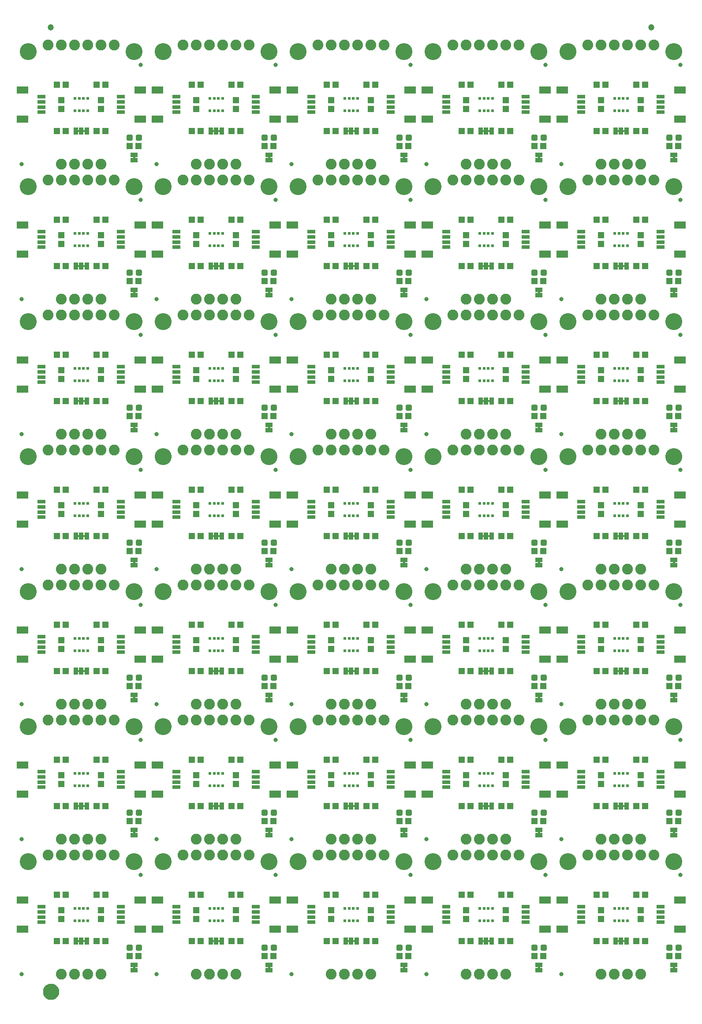
<source format=gts>
G04 EAGLE Gerber RS-274X export*
G75*
%MOMM*%
%FSLAX34Y34*%
%LPD*%
%INSoldermask Top*%
%IPPOS*%
%AMOC8*
5,1,8,0,0,1.08239X$1,22.5*%
G01*
%ADD10R,1.203200X1.303200*%
%ADD11C,2.082800*%
%ADD12R,0.863600X1.473200*%
%ADD13R,1.303200X1.203200*%
%ADD14C,3.251200*%
%ADD15C,0.838200*%
%ADD16R,2.203200X1.403200*%
%ADD17R,1.553200X0.803200*%
%ADD18R,0.603200X0.603200*%
%ADD19C,0.505344*%
%ADD20R,1.473200X0.863600*%
%ADD21C,1.203200*%
%ADD22C,1.270000*%
%ADD23C,1.703200*%

G36*
X1266255Y1577352D02*
X1266255Y1577352D01*
X1266321Y1577354D01*
X1266364Y1577372D01*
X1266411Y1577380D01*
X1266468Y1577414D01*
X1266528Y1577439D01*
X1266563Y1577470D01*
X1266604Y1577495D01*
X1266646Y1577546D01*
X1266694Y1577590D01*
X1266716Y1577632D01*
X1266745Y1577669D01*
X1266766Y1577731D01*
X1266797Y1577790D01*
X1266805Y1577844D01*
X1266817Y1577881D01*
X1266816Y1577921D01*
X1266824Y1577975D01*
X1266824Y1581785D01*
X1266813Y1581850D01*
X1266811Y1581916D01*
X1266793Y1581959D01*
X1266785Y1582006D01*
X1266751Y1582063D01*
X1266726Y1582123D01*
X1266695Y1582158D01*
X1266670Y1582199D01*
X1266619Y1582241D01*
X1266575Y1582289D01*
X1266533Y1582311D01*
X1266496Y1582340D01*
X1266434Y1582361D01*
X1266375Y1582392D01*
X1266321Y1582400D01*
X1266284Y1582412D01*
X1266244Y1582411D01*
X1266190Y1582419D01*
X1263650Y1582419D01*
X1263585Y1582408D01*
X1263519Y1582406D01*
X1263476Y1582388D01*
X1263429Y1582380D01*
X1263372Y1582346D01*
X1263312Y1582321D01*
X1263277Y1582290D01*
X1263236Y1582265D01*
X1263195Y1582214D01*
X1263146Y1582170D01*
X1263124Y1582128D01*
X1263095Y1582091D01*
X1263074Y1582029D01*
X1263043Y1581970D01*
X1263035Y1581916D01*
X1263023Y1581879D01*
X1263023Y1581875D01*
X1263023Y1581874D01*
X1263024Y1581839D01*
X1263016Y1581785D01*
X1263016Y1577975D01*
X1263027Y1577910D01*
X1263029Y1577844D01*
X1263047Y1577801D01*
X1263055Y1577754D01*
X1263089Y1577697D01*
X1263114Y1577637D01*
X1263145Y1577602D01*
X1263170Y1577561D01*
X1263221Y1577520D01*
X1263265Y1577471D01*
X1263307Y1577449D01*
X1263344Y1577420D01*
X1263406Y1577399D01*
X1263465Y1577368D01*
X1263519Y1577360D01*
X1263556Y1577348D01*
X1263596Y1577349D01*
X1263650Y1577341D01*
X1266190Y1577341D01*
X1266255Y1577352D01*
G37*
G36*
X1007175Y800112D02*
X1007175Y800112D01*
X1007241Y800114D01*
X1007284Y800132D01*
X1007331Y800140D01*
X1007388Y800174D01*
X1007448Y800199D01*
X1007483Y800230D01*
X1007524Y800255D01*
X1007566Y800306D01*
X1007614Y800350D01*
X1007636Y800392D01*
X1007665Y800429D01*
X1007686Y800491D01*
X1007717Y800550D01*
X1007725Y800604D01*
X1007737Y800641D01*
X1007736Y800681D01*
X1007744Y800735D01*
X1007744Y804545D01*
X1007733Y804610D01*
X1007731Y804676D01*
X1007713Y804719D01*
X1007705Y804766D01*
X1007671Y804823D01*
X1007646Y804883D01*
X1007615Y804918D01*
X1007590Y804959D01*
X1007539Y805001D01*
X1007495Y805049D01*
X1007453Y805071D01*
X1007416Y805100D01*
X1007354Y805121D01*
X1007295Y805152D01*
X1007241Y805160D01*
X1007204Y805172D01*
X1007164Y805171D01*
X1007110Y805179D01*
X1004570Y805179D01*
X1004505Y805168D01*
X1004439Y805166D01*
X1004396Y805148D01*
X1004349Y805140D01*
X1004292Y805106D01*
X1004232Y805081D01*
X1004197Y805050D01*
X1004156Y805025D01*
X1004115Y804974D01*
X1004066Y804930D01*
X1004044Y804888D01*
X1004015Y804851D01*
X1003994Y804789D01*
X1003963Y804730D01*
X1003955Y804676D01*
X1003943Y804639D01*
X1003943Y804635D01*
X1003943Y804634D01*
X1003944Y804599D01*
X1003936Y804545D01*
X1003936Y800735D01*
X1003947Y800670D01*
X1003949Y800604D01*
X1003967Y800561D01*
X1003975Y800514D01*
X1004009Y800457D01*
X1004034Y800397D01*
X1004065Y800362D01*
X1004090Y800321D01*
X1004141Y800280D01*
X1004185Y800231D01*
X1004227Y800209D01*
X1004264Y800180D01*
X1004326Y800159D01*
X1004385Y800128D01*
X1004439Y800120D01*
X1004476Y800108D01*
X1004516Y800109D01*
X1004570Y800101D01*
X1007110Y800101D01*
X1007175Y800112D01*
G37*
G36*
X229935Y800112D02*
X229935Y800112D01*
X230001Y800114D01*
X230044Y800132D01*
X230091Y800140D01*
X230148Y800174D01*
X230208Y800199D01*
X230243Y800230D01*
X230284Y800255D01*
X230326Y800306D01*
X230374Y800350D01*
X230396Y800392D01*
X230425Y800429D01*
X230446Y800491D01*
X230477Y800550D01*
X230485Y800604D01*
X230497Y800641D01*
X230496Y800681D01*
X230504Y800735D01*
X230504Y804545D01*
X230493Y804610D01*
X230491Y804676D01*
X230473Y804719D01*
X230465Y804766D01*
X230431Y804823D01*
X230406Y804883D01*
X230375Y804918D01*
X230350Y804959D01*
X230299Y805001D01*
X230255Y805049D01*
X230213Y805071D01*
X230176Y805100D01*
X230114Y805121D01*
X230055Y805152D01*
X230001Y805160D01*
X229964Y805172D01*
X229924Y805171D01*
X229870Y805179D01*
X227330Y805179D01*
X227265Y805168D01*
X227199Y805166D01*
X227156Y805148D01*
X227109Y805140D01*
X227052Y805106D01*
X226992Y805081D01*
X226957Y805050D01*
X226916Y805025D01*
X226875Y804974D01*
X226826Y804930D01*
X226804Y804888D01*
X226775Y804851D01*
X226754Y804789D01*
X226723Y804730D01*
X226715Y804676D01*
X226703Y804639D01*
X226703Y804635D01*
X226703Y804634D01*
X226704Y804599D01*
X226696Y804545D01*
X226696Y800735D01*
X226707Y800670D01*
X226709Y800604D01*
X226727Y800561D01*
X226735Y800514D01*
X226769Y800457D01*
X226794Y800397D01*
X226825Y800362D01*
X226850Y800321D01*
X226901Y800280D01*
X226945Y800231D01*
X226987Y800209D01*
X227024Y800180D01*
X227086Y800159D01*
X227145Y800128D01*
X227199Y800120D01*
X227236Y800108D01*
X227276Y800109D01*
X227330Y800101D01*
X229870Y800101D01*
X229935Y800112D01*
G37*
G36*
X1266255Y800112D02*
X1266255Y800112D01*
X1266321Y800114D01*
X1266364Y800132D01*
X1266411Y800140D01*
X1266468Y800174D01*
X1266528Y800199D01*
X1266563Y800230D01*
X1266604Y800255D01*
X1266646Y800306D01*
X1266694Y800350D01*
X1266716Y800392D01*
X1266745Y800429D01*
X1266766Y800491D01*
X1266797Y800550D01*
X1266805Y800604D01*
X1266817Y800641D01*
X1266816Y800681D01*
X1266824Y800735D01*
X1266824Y804545D01*
X1266813Y804610D01*
X1266811Y804676D01*
X1266793Y804719D01*
X1266785Y804766D01*
X1266751Y804823D01*
X1266726Y804883D01*
X1266695Y804918D01*
X1266670Y804959D01*
X1266619Y805001D01*
X1266575Y805049D01*
X1266533Y805071D01*
X1266496Y805100D01*
X1266434Y805121D01*
X1266375Y805152D01*
X1266321Y805160D01*
X1266284Y805172D01*
X1266244Y805171D01*
X1266190Y805179D01*
X1263650Y805179D01*
X1263585Y805168D01*
X1263519Y805166D01*
X1263476Y805148D01*
X1263429Y805140D01*
X1263372Y805106D01*
X1263312Y805081D01*
X1263277Y805050D01*
X1263236Y805025D01*
X1263195Y804974D01*
X1263146Y804930D01*
X1263124Y804888D01*
X1263095Y804851D01*
X1263074Y804789D01*
X1263043Y804730D01*
X1263035Y804676D01*
X1263023Y804639D01*
X1263023Y804635D01*
X1263023Y804634D01*
X1263024Y804599D01*
X1263016Y804545D01*
X1263016Y800735D01*
X1263027Y800670D01*
X1263029Y800604D01*
X1263047Y800561D01*
X1263055Y800514D01*
X1263089Y800457D01*
X1263114Y800397D01*
X1263145Y800362D01*
X1263170Y800321D01*
X1263221Y800280D01*
X1263265Y800231D01*
X1263307Y800209D01*
X1263344Y800180D01*
X1263406Y800159D01*
X1263465Y800128D01*
X1263519Y800120D01*
X1263556Y800108D01*
X1263596Y800109D01*
X1263650Y800101D01*
X1266190Y800101D01*
X1266255Y800112D01*
G37*
G36*
X489015Y800112D02*
X489015Y800112D01*
X489081Y800114D01*
X489124Y800132D01*
X489171Y800140D01*
X489228Y800174D01*
X489288Y800199D01*
X489323Y800230D01*
X489364Y800255D01*
X489406Y800306D01*
X489454Y800350D01*
X489476Y800392D01*
X489505Y800429D01*
X489526Y800491D01*
X489557Y800550D01*
X489565Y800604D01*
X489577Y800641D01*
X489576Y800681D01*
X489584Y800735D01*
X489584Y804545D01*
X489573Y804610D01*
X489571Y804676D01*
X489553Y804719D01*
X489545Y804766D01*
X489511Y804823D01*
X489486Y804883D01*
X489455Y804918D01*
X489430Y804959D01*
X489379Y805001D01*
X489335Y805049D01*
X489293Y805071D01*
X489256Y805100D01*
X489194Y805121D01*
X489135Y805152D01*
X489081Y805160D01*
X489044Y805172D01*
X489004Y805171D01*
X488950Y805179D01*
X486410Y805179D01*
X486345Y805168D01*
X486279Y805166D01*
X486236Y805148D01*
X486189Y805140D01*
X486132Y805106D01*
X486072Y805081D01*
X486037Y805050D01*
X485996Y805025D01*
X485955Y804974D01*
X485906Y804930D01*
X485884Y804888D01*
X485855Y804851D01*
X485834Y804789D01*
X485803Y804730D01*
X485795Y804676D01*
X485783Y804639D01*
X485783Y804635D01*
X485783Y804634D01*
X485784Y804599D01*
X485776Y804545D01*
X485776Y800735D01*
X485787Y800670D01*
X485789Y800604D01*
X485807Y800561D01*
X485815Y800514D01*
X485849Y800457D01*
X485874Y800397D01*
X485905Y800362D01*
X485930Y800321D01*
X485981Y800280D01*
X486025Y800231D01*
X486067Y800209D01*
X486104Y800180D01*
X486166Y800159D01*
X486225Y800128D01*
X486279Y800120D01*
X486316Y800108D01*
X486356Y800109D01*
X486410Y800101D01*
X488950Y800101D01*
X489015Y800112D01*
G37*
G36*
X489015Y1059192D02*
X489015Y1059192D01*
X489081Y1059194D01*
X489124Y1059212D01*
X489171Y1059220D01*
X489228Y1059254D01*
X489288Y1059279D01*
X489323Y1059310D01*
X489364Y1059335D01*
X489406Y1059386D01*
X489454Y1059430D01*
X489476Y1059472D01*
X489505Y1059509D01*
X489526Y1059571D01*
X489557Y1059630D01*
X489565Y1059684D01*
X489577Y1059721D01*
X489576Y1059761D01*
X489584Y1059815D01*
X489584Y1063625D01*
X489573Y1063690D01*
X489571Y1063756D01*
X489553Y1063799D01*
X489545Y1063846D01*
X489511Y1063903D01*
X489486Y1063963D01*
X489455Y1063998D01*
X489430Y1064039D01*
X489379Y1064081D01*
X489335Y1064129D01*
X489293Y1064151D01*
X489256Y1064180D01*
X489194Y1064201D01*
X489135Y1064232D01*
X489081Y1064240D01*
X489044Y1064252D01*
X489004Y1064251D01*
X488950Y1064259D01*
X486410Y1064259D01*
X486345Y1064248D01*
X486279Y1064246D01*
X486236Y1064228D01*
X486189Y1064220D01*
X486132Y1064186D01*
X486072Y1064161D01*
X486037Y1064130D01*
X485996Y1064105D01*
X485955Y1064054D01*
X485906Y1064010D01*
X485884Y1063968D01*
X485855Y1063931D01*
X485834Y1063869D01*
X485803Y1063810D01*
X485795Y1063756D01*
X485783Y1063719D01*
X485783Y1063715D01*
X485783Y1063714D01*
X485784Y1063679D01*
X485776Y1063625D01*
X485776Y1059815D01*
X485787Y1059750D01*
X485789Y1059684D01*
X485807Y1059641D01*
X485815Y1059594D01*
X485849Y1059537D01*
X485874Y1059477D01*
X485905Y1059442D01*
X485930Y1059401D01*
X485981Y1059360D01*
X486025Y1059311D01*
X486067Y1059289D01*
X486104Y1059260D01*
X486166Y1059239D01*
X486225Y1059208D01*
X486279Y1059200D01*
X486316Y1059188D01*
X486356Y1059189D01*
X486410Y1059181D01*
X488950Y1059181D01*
X489015Y1059192D01*
G37*
G36*
X1266255Y1059192D02*
X1266255Y1059192D01*
X1266321Y1059194D01*
X1266364Y1059212D01*
X1266411Y1059220D01*
X1266468Y1059254D01*
X1266528Y1059279D01*
X1266563Y1059310D01*
X1266604Y1059335D01*
X1266646Y1059386D01*
X1266694Y1059430D01*
X1266716Y1059472D01*
X1266745Y1059509D01*
X1266766Y1059571D01*
X1266797Y1059630D01*
X1266805Y1059684D01*
X1266817Y1059721D01*
X1266816Y1059761D01*
X1266824Y1059815D01*
X1266824Y1063625D01*
X1266813Y1063690D01*
X1266811Y1063756D01*
X1266793Y1063799D01*
X1266785Y1063846D01*
X1266751Y1063903D01*
X1266726Y1063963D01*
X1266695Y1063998D01*
X1266670Y1064039D01*
X1266619Y1064081D01*
X1266575Y1064129D01*
X1266533Y1064151D01*
X1266496Y1064180D01*
X1266434Y1064201D01*
X1266375Y1064232D01*
X1266321Y1064240D01*
X1266284Y1064252D01*
X1266244Y1064251D01*
X1266190Y1064259D01*
X1263650Y1064259D01*
X1263585Y1064248D01*
X1263519Y1064246D01*
X1263476Y1064228D01*
X1263429Y1064220D01*
X1263372Y1064186D01*
X1263312Y1064161D01*
X1263277Y1064130D01*
X1263236Y1064105D01*
X1263195Y1064054D01*
X1263146Y1064010D01*
X1263124Y1063968D01*
X1263095Y1063931D01*
X1263074Y1063869D01*
X1263043Y1063810D01*
X1263035Y1063756D01*
X1263023Y1063719D01*
X1263023Y1063715D01*
X1263023Y1063714D01*
X1263024Y1063679D01*
X1263016Y1063625D01*
X1263016Y1059815D01*
X1263027Y1059750D01*
X1263029Y1059684D01*
X1263047Y1059641D01*
X1263055Y1059594D01*
X1263089Y1059537D01*
X1263114Y1059477D01*
X1263145Y1059442D01*
X1263170Y1059401D01*
X1263221Y1059360D01*
X1263265Y1059311D01*
X1263307Y1059289D01*
X1263344Y1059260D01*
X1263406Y1059239D01*
X1263465Y1059208D01*
X1263519Y1059200D01*
X1263556Y1059188D01*
X1263596Y1059189D01*
X1263650Y1059181D01*
X1266190Y1059181D01*
X1266255Y1059192D01*
G37*
G36*
X1007175Y1059192D02*
X1007175Y1059192D01*
X1007241Y1059194D01*
X1007284Y1059212D01*
X1007331Y1059220D01*
X1007388Y1059254D01*
X1007448Y1059279D01*
X1007483Y1059310D01*
X1007524Y1059335D01*
X1007566Y1059386D01*
X1007614Y1059430D01*
X1007636Y1059472D01*
X1007665Y1059509D01*
X1007686Y1059571D01*
X1007717Y1059630D01*
X1007725Y1059684D01*
X1007737Y1059721D01*
X1007736Y1059761D01*
X1007744Y1059815D01*
X1007744Y1063625D01*
X1007733Y1063690D01*
X1007731Y1063756D01*
X1007713Y1063799D01*
X1007705Y1063846D01*
X1007671Y1063903D01*
X1007646Y1063963D01*
X1007615Y1063998D01*
X1007590Y1064039D01*
X1007539Y1064081D01*
X1007495Y1064129D01*
X1007453Y1064151D01*
X1007416Y1064180D01*
X1007354Y1064201D01*
X1007295Y1064232D01*
X1007241Y1064240D01*
X1007204Y1064252D01*
X1007164Y1064251D01*
X1007110Y1064259D01*
X1004570Y1064259D01*
X1004505Y1064248D01*
X1004439Y1064246D01*
X1004396Y1064228D01*
X1004349Y1064220D01*
X1004292Y1064186D01*
X1004232Y1064161D01*
X1004197Y1064130D01*
X1004156Y1064105D01*
X1004115Y1064054D01*
X1004066Y1064010D01*
X1004044Y1063968D01*
X1004015Y1063931D01*
X1003994Y1063869D01*
X1003963Y1063810D01*
X1003955Y1063756D01*
X1003943Y1063719D01*
X1003943Y1063715D01*
X1003943Y1063714D01*
X1003944Y1063679D01*
X1003936Y1063625D01*
X1003936Y1059815D01*
X1003947Y1059750D01*
X1003949Y1059684D01*
X1003967Y1059641D01*
X1003975Y1059594D01*
X1004009Y1059537D01*
X1004034Y1059477D01*
X1004065Y1059442D01*
X1004090Y1059401D01*
X1004141Y1059360D01*
X1004185Y1059311D01*
X1004227Y1059289D01*
X1004264Y1059260D01*
X1004326Y1059239D01*
X1004385Y1059208D01*
X1004439Y1059200D01*
X1004476Y1059188D01*
X1004516Y1059189D01*
X1004570Y1059181D01*
X1007110Y1059181D01*
X1007175Y1059192D01*
G37*
G36*
X748095Y1059192D02*
X748095Y1059192D01*
X748161Y1059194D01*
X748204Y1059212D01*
X748251Y1059220D01*
X748308Y1059254D01*
X748368Y1059279D01*
X748403Y1059310D01*
X748444Y1059335D01*
X748486Y1059386D01*
X748534Y1059430D01*
X748556Y1059472D01*
X748585Y1059509D01*
X748606Y1059571D01*
X748637Y1059630D01*
X748645Y1059684D01*
X748657Y1059721D01*
X748656Y1059761D01*
X748664Y1059815D01*
X748664Y1063625D01*
X748653Y1063690D01*
X748651Y1063756D01*
X748633Y1063799D01*
X748625Y1063846D01*
X748591Y1063903D01*
X748566Y1063963D01*
X748535Y1063998D01*
X748510Y1064039D01*
X748459Y1064081D01*
X748415Y1064129D01*
X748373Y1064151D01*
X748336Y1064180D01*
X748274Y1064201D01*
X748215Y1064232D01*
X748161Y1064240D01*
X748124Y1064252D01*
X748084Y1064251D01*
X748030Y1064259D01*
X745490Y1064259D01*
X745425Y1064248D01*
X745359Y1064246D01*
X745316Y1064228D01*
X745269Y1064220D01*
X745212Y1064186D01*
X745152Y1064161D01*
X745117Y1064130D01*
X745076Y1064105D01*
X745035Y1064054D01*
X744986Y1064010D01*
X744964Y1063968D01*
X744935Y1063931D01*
X744914Y1063869D01*
X744883Y1063810D01*
X744875Y1063756D01*
X744863Y1063719D01*
X744863Y1063715D01*
X744863Y1063714D01*
X744864Y1063679D01*
X744856Y1063625D01*
X744856Y1059815D01*
X744867Y1059750D01*
X744869Y1059684D01*
X744887Y1059641D01*
X744895Y1059594D01*
X744929Y1059537D01*
X744954Y1059477D01*
X744985Y1059442D01*
X745010Y1059401D01*
X745061Y1059360D01*
X745105Y1059311D01*
X745147Y1059289D01*
X745184Y1059260D01*
X745246Y1059239D01*
X745305Y1059208D01*
X745359Y1059200D01*
X745396Y1059188D01*
X745436Y1059189D01*
X745490Y1059181D01*
X748030Y1059181D01*
X748095Y1059192D01*
G37*
G36*
X229935Y1059192D02*
X229935Y1059192D01*
X230001Y1059194D01*
X230044Y1059212D01*
X230091Y1059220D01*
X230148Y1059254D01*
X230208Y1059279D01*
X230243Y1059310D01*
X230284Y1059335D01*
X230326Y1059386D01*
X230374Y1059430D01*
X230396Y1059472D01*
X230425Y1059509D01*
X230446Y1059571D01*
X230477Y1059630D01*
X230485Y1059684D01*
X230497Y1059721D01*
X230496Y1059761D01*
X230504Y1059815D01*
X230504Y1063625D01*
X230493Y1063690D01*
X230491Y1063756D01*
X230473Y1063799D01*
X230465Y1063846D01*
X230431Y1063903D01*
X230406Y1063963D01*
X230375Y1063998D01*
X230350Y1064039D01*
X230299Y1064081D01*
X230255Y1064129D01*
X230213Y1064151D01*
X230176Y1064180D01*
X230114Y1064201D01*
X230055Y1064232D01*
X230001Y1064240D01*
X229964Y1064252D01*
X229924Y1064251D01*
X229870Y1064259D01*
X227330Y1064259D01*
X227265Y1064248D01*
X227199Y1064246D01*
X227156Y1064228D01*
X227109Y1064220D01*
X227052Y1064186D01*
X226992Y1064161D01*
X226957Y1064130D01*
X226916Y1064105D01*
X226875Y1064054D01*
X226826Y1064010D01*
X226804Y1063968D01*
X226775Y1063931D01*
X226754Y1063869D01*
X226723Y1063810D01*
X226715Y1063756D01*
X226703Y1063719D01*
X226703Y1063715D01*
X226703Y1063714D01*
X226704Y1063679D01*
X226696Y1063625D01*
X226696Y1059815D01*
X226707Y1059750D01*
X226709Y1059684D01*
X226727Y1059641D01*
X226735Y1059594D01*
X226769Y1059537D01*
X226794Y1059477D01*
X226825Y1059442D01*
X226850Y1059401D01*
X226901Y1059360D01*
X226945Y1059311D01*
X226987Y1059289D01*
X227024Y1059260D01*
X227086Y1059239D01*
X227145Y1059208D01*
X227199Y1059200D01*
X227236Y1059188D01*
X227276Y1059189D01*
X227330Y1059181D01*
X229870Y1059181D01*
X229935Y1059192D01*
G37*
G36*
X1007175Y1577352D02*
X1007175Y1577352D01*
X1007241Y1577354D01*
X1007284Y1577372D01*
X1007331Y1577380D01*
X1007388Y1577414D01*
X1007448Y1577439D01*
X1007483Y1577470D01*
X1007524Y1577495D01*
X1007566Y1577546D01*
X1007614Y1577590D01*
X1007636Y1577632D01*
X1007665Y1577669D01*
X1007686Y1577731D01*
X1007717Y1577790D01*
X1007725Y1577844D01*
X1007737Y1577881D01*
X1007736Y1577921D01*
X1007744Y1577975D01*
X1007744Y1581785D01*
X1007733Y1581850D01*
X1007731Y1581916D01*
X1007713Y1581959D01*
X1007705Y1582006D01*
X1007671Y1582063D01*
X1007646Y1582123D01*
X1007615Y1582158D01*
X1007590Y1582199D01*
X1007539Y1582241D01*
X1007495Y1582289D01*
X1007453Y1582311D01*
X1007416Y1582340D01*
X1007354Y1582361D01*
X1007295Y1582392D01*
X1007241Y1582400D01*
X1007204Y1582412D01*
X1007164Y1582411D01*
X1007110Y1582419D01*
X1004570Y1582419D01*
X1004505Y1582408D01*
X1004439Y1582406D01*
X1004396Y1582388D01*
X1004349Y1582380D01*
X1004292Y1582346D01*
X1004232Y1582321D01*
X1004197Y1582290D01*
X1004156Y1582265D01*
X1004115Y1582214D01*
X1004066Y1582170D01*
X1004044Y1582128D01*
X1004015Y1582091D01*
X1003994Y1582029D01*
X1003963Y1581970D01*
X1003955Y1581916D01*
X1003943Y1581879D01*
X1003943Y1581875D01*
X1003943Y1581874D01*
X1003944Y1581839D01*
X1003936Y1581785D01*
X1003936Y1577975D01*
X1003947Y1577910D01*
X1003949Y1577844D01*
X1003967Y1577801D01*
X1003975Y1577754D01*
X1004009Y1577697D01*
X1004034Y1577637D01*
X1004065Y1577602D01*
X1004090Y1577561D01*
X1004141Y1577520D01*
X1004185Y1577471D01*
X1004227Y1577449D01*
X1004264Y1577420D01*
X1004326Y1577399D01*
X1004385Y1577368D01*
X1004439Y1577360D01*
X1004476Y1577348D01*
X1004516Y1577349D01*
X1004570Y1577341D01*
X1007110Y1577341D01*
X1007175Y1577352D01*
G37*
G36*
X229935Y1577352D02*
X229935Y1577352D01*
X230001Y1577354D01*
X230044Y1577372D01*
X230091Y1577380D01*
X230148Y1577414D01*
X230208Y1577439D01*
X230243Y1577470D01*
X230284Y1577495D01*
X230326Y1577546D01*
X230374Y1577590D01*
X230396Y1577632D01*
X230425Y1577669D01*
X230446Y1577731D01*
X230477Y1577790D01*
X230485Y1577844D01*
X230497Y1577881D01*
X230496Y1577921D01*
X230504Y1577975D01*
X230504Y1581785D01*
X230493Y1581850D01*
X230491Y1581916D01*
X230473Y1581959D01*
X230465Y1582006D01*
X230431Y1582063D01*
X230406Y1582123D01*
X230375Y1582158D01*
X230350Y1582199D01*
X230299Y1582241D01*
X230255Y1582289D01*
X230213Y1582311D01*
X230176Y1582340D01*
X230114Y1582361D01*
X230055Y1582392D01*
X230001Y1582400D01*
X229964Y1582412D01*
X229924Y1582411D01*
X229870Y1582419D01*
X227330Y1582419D01*
X227265Y1582408D01*
X227199Y1582406D01*
X227156Y1582388D01*
X227109Y1582380D01*
X227052Y1582346D01*
X226992Y1582321D01*
X226957Y1582290D01*
X226916Y1582265D01*
X226875Y1582214D01*
X226826Y1582170D01*
X226804Y1582128D01*
X226775Y1582091D01*
X226754Y1582029D01*
X226723Y1581970D01*
X226715Y1581916D01*
X226703Y1581879D01*
X226703Y1581875D01*
X226703Y1581874D01*
X226704Y1581839D01*
X226696Y1581785D01*
X226696Y1577975D01*
X226707Y1577910D01*
X226709Y1577844D01*
X226727Y1577801D01*
X226735Y1577754D01*
X226769Y1577697D01*
X226794Y1577637D01*
X226825Y1577602D01*
X226850Y1577561D01*
X226901Y1577520D01*
X226945Y1577471D01*
X226987Y1577449D01*
X227024Y1577420D01*
X227086Y1577399D01*
X227145Y1577368D01*
X227199Y1577360D01*
X227236Y1577348D01*
X227276Y1577349D01*
X227330Y1577341D01*
X229870Y1577341D01*
X229935Y1577352D01*
G37*
G36*
X489015Y1577352D02*
X489015Y1577352D01*
X489081Y1577354D01*
X489124Y1577372D01*
X489171Y1577380D01*
X489228Y1577414D01*
X489288Y1577439D01*
X489323Y1577470D01*
X489364Y1577495D01*
X489406Y1577546D01*
X489454Y1577590D01*
X489476Y1577632D01*
X489505Y1577669D01*
X489526Y1577731D01*
X489557Y1577790D01*
X489565Y1577844D01*
X489577Y1577881D01*
X489576Y1577921D01*
X489584Y1577975D01*
X489584Y1581785D01*
X489573Y1581850D01*
X489571Y1581916D01*
X489553Y1581959D01*
X489545Y1582006D01*
X489511Y1582063D01*
X489486Y1582123D01*
X489455Y1582158D01*
X489430Y1582199D01*
X489379Y1582241D01*
X489335Y1582289D01*
X489293Y1582311D01*
X489256Y1582340D01*
X489194Y1582361D01*
X489135Y1582392D01*
X489081Y1582400D01*
X489044Y1582412D01*
X489004Y1582411D01*
X488950Y1582419D01*
X486410Y1582419D01*
X486345Y1582408D01*
X486279Y1582406D01*
X486236Y1582388D01*
X486189Y1582380D01*
X486132Y1582346D01*
X486072Y1582321D01*
X486037Y1582290D01*
X485996Y1582265D01*
X485955Y1582214D01*
X485906Y1582170D01*
X485884Y1582128D01*
X485855Y1582091D01*
X485834Y1582029D01*
X485803Y1581970D01*
X485795Y1581916D01*
X485783Y1581879D01*
X485783Y1581875D01*
X485783Y1581874D01*
X485784Y1581839D01*
X485776Y1581785D01*
X485776Y1577975D01*
X485787Y1577910D01*
X485789Y1577844D01*
X485807Y1577801D01*
X485815Y1577754D01*
X485849Y1577697D01*
X485874Y1577637D01*
X485905Y1577602D01*
X485930Y1577561D01*
X485981Y1577520D01*
X486025Y1577471D01*
X486067Y1577449D01*
X486104Y1577420D01*
X486166Y1577399D01*
X486225Y1577368D01*
X486279Y1577360D01*
X486316Y1577348D01*
X486356Y1577349D01*
X486410Y1577341D01*
X488950Y1577341D01*
X489015Y1577352D01*
G37*
G36*
X748095Y1318272D02*
X748095Y1318272D01*
X748161Y1318274D01*
X748204Y1318292D01*
X748251Y1318300D01*
X748308Y1318334D01*
X748368Y1318359D01*
X748403Y1318390D01*
X748444Y1318415D01*
X748486Y1318466D01*
X748534Y1318510D01*
X748556Y1318552D01*
X748585Y1318589D01*
X748606Y1318651D01*
X748637Y1318710D01*
X748645Y1318764D01*
X748657Y1318801D01*
X748656Y1318841D01*
X748664Y1318895D01*
X748664Y1322705D01*
X748653Y1322770D01*
X748651Y1322836D01*
X748633Y1322879D01*
X748625Y1322926D01*
X748591Y1322983D01*
X748566Y1323043D01*
X748535Y1323078D01*
X748510Y1323119D01*
X748459Y1323161D01*
X748415Y1323209D01*
X748373Y1323231D01*
X748336Y1323260D01*
X748274Y1323281D01*
X748215Y1323312D01*
X748161Y1323320D01*
X748124Y1323332D01*
X748084Y1323331D01*
X748030Y1323339D01*
X745490Y1323339D01*
X745425Y1323328D01*
X745359Y1323326D01*
X745316Y1323308D01*
X745269Y1323300D01*
X745212Y1323266D01*
X745152Y1323241D01*
X745117Y1323210D01*
X745076Y1323185D01*
X745035Y1323134D01*
X744986Y1323090D01*
X744964Y1323048D01*
X744935Y1323011D01*
X744914Y1322949D01*
X744883Y1322890D01*
X744875Y1322836D01*
X744863Y1322799D01*
X744863Y1322795D01*
X744863Y1322794D01*
X744864Y1322759D01*
X744856Y1322705D01*
X744856Y1318895D01*
X744867Y1318830D01*
X744869Y1318764D01*
X744887Y1318721D01*
X744895Y1318674D01*
X744929Y1318617D01*
X744954Y1318557D01*
X744985Y1318522D01*
X745010Y1318481D01*
X745061Y1318440D01*
X745105Y1318391D01*
X745147Y1318369D01*
X745184Y1318340D01*
X745246Y1318319D01*
X745305Y1318288D01*
X745359Y1318280D01*
X745396Y1318268D01*
X745436Y1318269D01*
X745490Y1318261D01*
X748030Y1318261D01*
X748095Y1318272D01*
G37*
G36*
X748095Y1577352D02*
X748095Y1577352D01*
X748161Y1577354D01*
X748204Y1577372D01*
X748251Y1577380D01*
X748308Y1577414D01*
X748368Y1577439D01*
X748403Y1577470D01*
X748444Y1577495D01*
X748486Y1577546D01*
X748534Y1577590D01*
X748556Y1577632D01*
X748585Y1577669D01*
X748606Y1577731D01*
X748637Y1577790D01*
X748645Y1577844D01*
X748657Y1577881D01*
X748656Y1577921D01*
X748664Y1577975D01*
X748664Y1581785D01*
X748653Y1581850D01*
X748651Y1581916D01*
X748633Y1581959D01*
X748625Y1582006D01*
X748591Y1582063D01*
X748566Y1582123D01*
X748535Y1582158D01*
X748510Y1582199D01*
X748459Y1582241D01*
X748415Y1582289D01*
X748373Y1582311D01*
X748336Y1582340D01*
X748274Y1582361D01*
X748215Y1582392D01*
X748161Y1582400D01*
X748124Y1582412D01*
X748084Y1582411D01*
X748030Y1582419D01*
X745490Y1582419D01*
X745425Y1582408D01*
X745359Y1582406D01*
X745316Y1582388D01*
X745269Y1582380D01*
X745212Y1582346D01*
X745152Y1582321D01*
X745117Y1582290D01*
X745076Y1582265D01*
X745035Y1582214D01*
X744986Y1582170D01*
X744964Y1582128D01*
X744935Y1582091D01*
X744914Y1582029D01*
X744883Y1581970D01*
X744875Y1581916D01*
X744863Y1581879D01*
X744863Y1581875D01*
X744863Y1581874D01*
X744864Y1581839D01*
X744856Y1581785D01*
X744856Y1577975D01*
X744867Y1577910D01*
X744869Y1577844D01*
X744887Y1577801D01*
X744895Y1577754D01*
X744929Y1577697D01*
X744954Y1577637D01*
X744985Y1577602D01*
X745010Y1577561D01*
X745061Y1577520D01*
X745105Y1577471D01*
X745147Y1577449D01*
X745184Y1577420D01*
X745246Y1577399D01*
X745305Y1577368D01*
X745359Y1577360D01*
X745396Y1577348D01*
X745436Y1577349D01*
X745490Y1577341D01*
X748030Y1577341D01*
X748095Y1577352D01*
G37*
G36*
X1266255Y22872D02*
X1266255Y22872D01*
X1266321Y22874D01*
X1266364Y22892D01*
X1266411Y22900D01*
X1266468Y22934D01*
X1266528Y22959D01*
X1266563Y22990D01*
X1266604Y23015D01*
X1266646Y23066D01*
X1266694Y23110D01*
X1266716Y23152D01*
X1266745Y23189D01*
X1266766Y23251D01*
X1266797Y23310D01*
X1266805Y23364D01*
X1266817Y23401D01*
X1266816Y23441D01*
X1266824Y23495D01*
X1266824Y27305D01*
X1266813Y27370D01*
X1266811Y27436D01*
X1266793Y27479D01*
X1266785Y27526D01*
X1266751Y27583D01*
X1266726Y27643D01*
X1266695Y27678D01*
X1266670Y27719D01*
X1266619Y27761D01*
X1266575Y27809D01*
X1266533Y27831D01*
X1266496Y27860D01*
X1266434Y27881D01*
X1266375Y27912D01*
X1266321Y27920D01*
X1266284Y27932D01*
X1266244Y27931D01*
X1266190Y27939D01*
X1263650Y27939D01*
X1263585Y27928D01*
X1263519Y27926D01*
X1263476Y27908D01*
X1263429Y27900D01*
X1263372Y27866D01*
X1263312Y27841D01*
X1263277Y27810D01*
X1263236Y27785D01*
X1263195Y27734D01*
X1263146Y27690D01*
X1263124Y27648D01*
X1263095Y27611D01*
X1263074Y27549D01*
X1263043Y27490D01*
X1263035Y27436D01*
X1263023Y27399D01*
X1263023Y27395D01*
X1263023Y27394D01*
X1263024Y27359D01*
X1263016Y27305D01*
X1263016Y23495D01*
X1263027Y23430D01*
X1263029Y23364D01*
X1263047Y23321D01*
X1263055Y23274D01*
X1263089Y23217D01*
X1263114Y23157D01*
X1263145Y23122D01*
X1263170Y23081D01*
X1263221Y23040D01*
X1263265Y22991D01*
X1263307Y22969D01*
X1263344Y22940D01*
X1263406Y22919D01*
X1263465Y22888D01*
X1263519Y22880D01*
X1263556Y22868D01*
X1263596Y22869D01*
X1263650Y22861D01*
X1266190Y22861D01*
X1266255Y22872D01*
G37*
G36*
X1007175Y22872D02*
X1007175Y22872D01*
X1007241Y22874D01*
X1007284Y22892D01*
X1007331Y22900D01*
X1007388Y22934D01*
X1007448Y22959D01*
X1007483Y22990D01*
X1007524Y23015D01*
X1007566Y23066D01*
X1007614Y23110D01*
X1007636Y23152D01*
X1007665Y23189D01*
X1007686Y23251D01*
X1007717Y23310D01*
X1007725Y23364D01*
X1007737Y23401D01*
X1007736Y23441D01*
X1007744Y23495D01*
X1007744Y27305D01*
X1007733Y27370D01*
X1007731Y27436D01*
X1007713Y27479D01*
X1007705Y27526D01*
X1007671Y27583D01*
X1007646Y27643D01*
X1007615Y27678D01*
X1007590Y27719D01*
X1007539Y27761D01*
X1007495Y27809D01*
X1007453Y27831D01*
X1007416Y27860D01*
X1007354Y27881D01*
X1007295Y27912D01*
X1007241Y27920D01*
X1007204Y27932D01*
X1007164Y27931D01*
X1007110Y27939D01*
X1004570Y27939D01*
X1004505Y27928D01*
X1004439Y27926D01*
X1004396Y27908D01*
X1004349Y27900D01*
X1004292Y27866D01*
X1004232Y27841D01*
X1004197Y27810D01*
X1004156Y27785D01*
X1004115Y27734D01*
X1004066Y27690D01*
X1004044Y27648D01*
X1004015Y27611D01*
X1003994Y27549D01*
X1003963Y27490D01*
X1003955Y27436D01*
X1003943Y27399D01*
X1003943Y27395D01*
X1003943Y27394D01*
X1003944Y27359D01*
X1003936Y27305D01*
X1003936Y23495D01*
X1003947Y23430D01*
X1003949Y23364D01*
X1003967Y23321D01*
X1003975Y23274D01*
X1004009Y23217D01*
X1004034Y23157D01*
X1004065Y23122D01*
X1004090Y23081D01*
X1004141Y23040D01*
X1004185Y22991D01*
X1004227Y22969D01*
X1004264Y22940D01*
X1004326Y22919D01*
X1004385Y22888D01*
X1004439Y22880D01*
X1004476Y22868D01*
X1004516Y22869D01*
X1004570Y22861D01*
X1007110Y22861D01*
X1007175Y22872D01*
G37*
G36*
X489015Y22872D02*
X489015Y22872D01*
X489081Y22874D01*
X489124Y22892D01*
X489171Y22900D01*
X489228Y22934D01*
X489288Y22959D01*
X489323Y22990D01*
X489364Y23015D01*
X489406Y23066D01*
X489454Y23110D01*
X489476Y23152D01*
X489505Y23189D01*
X489526Y23251D01*
X489557Y23310D01*
X489565Y23364D01*
X489577Y23401D01*
X489576Y23441D01*
X489584Y23495D01*
X489584Y27305D01*
X489573Y27370D01*
X489571Y27436D01*
X489553Y27479D01*
X489545Y27526D01*
X489511Y27583D01*
X489486Y27643D01*
X489455Y27678D01*
X489430Y27719D01*
X489379Y27761D01*
X489335Y27809D01*
X489293Y27831D01*
X489256Y27860D01*
X489194Y27881D01*
X489135Y27912D01*
X489081Y27920D01*
X489044Y27932D01*
X489004Y27931D01*
X488950Y27939D01*
X486410Y27939D01*
X486345Y27928D01*
X486279Y27926D01*
X486236Y27908D01*
X486189Y27900D01*
X486132Y27866D01*
X486072Y27841D01*
X486037Y27810D01*
X485996Y27785D01*
X485955Y27734D01*
X485906Y27690D01*
X485884Y27648D01*
X485855Y27611D01*
X485834Y27549D01*
X485803Y27490D01*
X485795Y27436D01*
X485783Y27399D01*
X485783Y27395D01*
X485783Y27394D01*
X485784Y27359D01*
X485776Y27305D01*
X485776Y23495D01*
X485787Y23430D01*
X485789Y23364D01*
X485807Y23321D01*
X485815Y23274D01*
X485849Y23217D01*
X485874Y23157D01*
X485905Y23122D01*
X485930Y23081D01*
X485981Y23040D01*
X486025Y22991D01*
X486067Y22969D01*
X486104Y22940D01*
X486166Y22919D01*
X486225Y22888D01*
X486279Y22880D01*
X486316Y22868D01*
X486356Y22869D01*
X486410Y22861D01*
X488950Y22861D01*
X489015Y22872D01*
G37*
G36*
X748095Y22872D02*
X748095Y22872D01*
X748161Y22874D01*
X748204Y22892D01*
X748251Y22900D01*
X748308Y22934D01*
X748368Y22959D01*
X748403Y22990D01*
X748444Y23015D01*
X748486Y23066D01*
X748534Y23110D01*
X748556Y23152D01*
X748585Y23189D01*
X748606Y23251D01*
X748637Y23310D01*
X748645Y23364D01*
X748657Y23401D01*
X748656Y23441D01*
X748664Y23495D01*
X748664Y27305D01*
X748653Y27370D01*
X748651Y27436D01*
X748633Y27479D01*
X748625Y27526D01*
X748591Y27583D01*
X748566Y27643D01*
X748535Y27678D01*
X748510Y27719D01*
X748459Y27761D01*
X748415Y27809D01*
X748373Y27831D01*
X748336Y27860D01*
X748274Y27881D01*
X748215Y27912D01*
X748161Y27920D01*
X748124Y27932D01*
X748084Y27931D01*
X748030Y27939D01*
X745490Y27939D01*
X745425Y27928D01*
X745359Y27926D01*
X745316Y27908D01*
X745269Y27900D01*
X745212Y27866D01*
X745152Y27841D01*
X745117Y27810D01*
X745076Y27785D01*
X745035Y27734D01*
X744986Y27690D01*
X744964Y27648D01*
X744935Y27611D01*
X744914Y27549D01*
X744883Y27490D01*
X744875Y27436D01*
X744863Y27399D01*
X744863Y27395D01*
X744863Y27394D01*
X744864Y27359D01*
X744856Y27305D01*
X744856Y23495D01*
X744867Y23430D01*
X744869Y23364D01*
X744887Y23321D01*
X744895Y23274D01*
X744929Y23217D01*
X744954Y23157D01*
X744985Y23122D01*
X745010Y23081D01*
X745061Y23040D01*
X745105Y22991D01*
X745147Y22969D01*
X745184Y22940D01*
X745246Y22919D01*
X745305Y22888D01*
X745359Y22880D01*
X745396Y22868D01*
X745436Y22869D01*
X745490Y22861D01*
X748030Y22861D01*
X748095Y22872D01*
G37*
G36*
X1266255Y281952D02*
X1266255Y281952D01*
X1266321Y281954D01*
X1266364Y281972D01*
X1266411Y281980D01*
X1266468Y282014D01*
X1266528Y282039D01*
X1266563Y282070D01*
X1266604Y282095D01*
X1266646Y282146D01*
X1266694Y282190D01*
X1266716Y282232D01*
X1266745Y282269D01*
X1266766Y282331D01*
X1266797Y282390D01*
X1266805Y282444D01*
X1266817Y282481D01*
X1266816Y282521D01*
X1266824Y282575D01*
X1266824Y286385D01*
X1266813Y286450D01*
X1266811Y286516D01*
X1266793Y286559D01*
X1266785Y286606D01*
X1266751Y286663D01*
X1266726Y286723D01*
X1266695Y286758D01*
X1266670Y286799D01*
X1266619Y286841D01*
X1266575Y286889D01*
X1266533Y286911D01*
X1266496Y286940D01*
X1266434Y286961D01*
X1266375Y286992D01*
X1266321Y287000D01*
X1266284Y287012D01*
X1266244Y287011D01*
X1266190Y287019D01*
X1263650Y287019D01*
X1263585Y287008D01*
X1263519Y287006D01*
X1263476Y286988D01*
X1263429Y286980D01*
X1263372Y286946D01*
X1263312Y286921D01*
X1263277Y286890D01*
X1263236Y286865D01*
X1263195Y286814D01*
X1263146Y286770D01*
X1263124Y286728D01*
X1263095Y286691D01*
X1263074Y286629D01*
X1263043Y286570D01*
X1263035Y286516D01*
X1263023Y286479D01*
X1263023Y286475D01*
X1263023Y286474D01*
X1263024Y286439D01*
X1263016Y286385D01*
X1263016Y282575D01*
X1263027Y282510D01*
X1263029Y282444D01*
X1263047Y282401D01*
X1263055Y282354D01*
X1263089Y282297D01*
X1263114Y282237D01*
X1263145Y282202D01*
X1263170Y282161D01*
X1263221Y282120D01*
X1263265Y282071D01*
X1263307Y282049D01*
X1263344Y282020D01*
X1263406Y281999D01*
X1263465Y281968D01*
X1263519Y281960D01*
X1263556Y281948D01*
X1263596Y281949D01*
X1263650Y281941D01*
X1266190Y281941D01*
X1266255Y281952D01*
G37*
G36*
X1007175Y281952D02*
X1007175Y281952D01*
X1007241Y281954D01*
X1007284Y281972D01*
X1007331Y281980D01*
X1007388Y282014D01*
X1007448Y282039D01*
X1007483Y282070D01*
X1007524Y282095D01*
X1007566Y282146D01*
X1007614Y282190D01*
X1007636Y282232D01*
X1007665Y282269D01*
X1007686Y282331D01*
X1007717Y282390D01*
X1007725Y282444D01*
X1007737Y282481D01*
X1007736Y282521D01*
X1007744Y282575D01*
X1007744Y286385D01*
X1007733Y286450D01*
X1007731Y286516D01*
X1007713Y286559D01*
X1007705Y286606D01*
X1007671Y286663D01*
X1007646Y286723D01*
X1007615Y286758D01*
X1007590Y286799D01*
X1007539Y286841D01*
X1007495Y286889D01*
X1007453Y286911D01*
X1007416Y286940D01*
X1007354Y286961D01*
X1007295Y286992D01*
X1007241Y287000D01*
X1007204Y287012D01*
X1007164Y287011D01*
X1007110Y287019D01*
X1004570Y287019D01*
X1004505Y287008D01*
X1004439Y287006D01*
X1004396Y286988D01*
X1004349Y286980D01*
X1004292Y286946D01*
X1004232Y286921D01*
X1004197Y286890D01*
X1004156Y286865D01*
X1004115Y286814D01*
X1004066Y286770D01*
X1004044Y286728D01*
X1004015Y286691D01*
X1003994Y286629D01*
X1003963Y286570D01*
X1003955Y286516D01*
X1003943Y286479D01*
X1003943Y286475D01*
X1003943Y286474D01*
X1003944Y286439D01*
X1003936Y286385D01*
X1003936Y282575D01*
X1003947Y282510D01*
X1003949Y282444D01*
X1003967Y282401D01*
X1003975Y282354D01*
X1004009Y282297D01*
X1004034Y282237D01*
X1004065Y282202D01*
X1004090Y282161D01*
X1004141Y282120D01*
X1004185Y282071D01*
X1004227Y282049D01*
X1004264Y282020D01*
X1004326Y281999D01*
X1004385Y281968D01*
X1004439Y281960D01*
X1004476Y281948D01*
X1004516Y281949D01*
X1004570Y281941D01*
X1007110Y281941D01*
X1007175Y281952D01*
G37*
G36*
X229935Y281952D02*
X229935Y281952D01*
X230001Y281954D01*
X230044Y281972D01*
X230091Y281980D01*
X230148Y282014D01*
X230208Y282039D01*
X230243Y282070D01*
X230284Y282095D01*
X230326Y282146D01*
X230374Y282190D01*
X230396Y282232D01*
X230425Y282269D01*
X230446Y282331D01*
X230477Y282390D01*
X230485Y282444D01*
X230497Y282481D01*
X230496Y282521D01*
X230504Y282575D01*
X230504Y286385D01*
X230493Y286450D01*
X230491Y286516D01*
X230473Y286559D01*
X230465Y286606D01*
X230431Y286663D01*
X230406Y286723D01*
X230375Y286758D01*
X230350Y286799D01*
X230299Y286841D01*
X230255Y286889D01*
X230213Y286911D01*
X230176Y286940D01*
X230114Y286961D01*
X230055Y286992D01*
X230001Y287000D01*
X229964Y287012D01*
X229924Y287011D01*
X229870Y287019D01*
X227330Y287019D01*
X227265Y287008D01*
X227199Y287006D01*
X227156Y286988D01*
X227109Y286980D01*
X227052Y286946D01*
X226992Y286921D01*
X226957Y286890D01*
X226916Y286865D01*
X226875Y286814D01*
X226826Y286770D01*
X226804Y286728D01*
X226775Y286691D01*
X226754Y286629D01*
X226723Y286570D01*
X226715Y286516D01*
X226703Y286479D01*
X226703Y286475D01*
X226703Y286474D01*
X226704Y286439D01*
X226696Y286385D01*
X226696Y282575D01*
X226707Y282510D01*
X226709Y282444D01*
X226727Y282401D01*
X226735Y282354D01*
X226769Y282297D01*
X226794Y282237D01*
X226825Y282202D01*
X226850Y282161D01*
X226901Y282120D01*
X226945Y282071D01*
X226987Y282049D01*
X227024Y282020D01*
X227086Y281999D01*
X227145Y281968D01*
X227199Y281960D01*
X227236Y281948D01*
X227276Y281949D01*
X227330Y281941D01*
X229870Y281941D01*
X229935Y281952D01*
G37*
G36*
X489015Y281952D02*
X489015Y281952D01*
X489081Y281954D01*
X489124Y281972D01*
X489171Y281980D01*
X489228Y282014D01*
X489288Y282039D01*
X489323Y282070D01*
X489364Y282095D01*
X489406Y282146D01*
X489454Y282190D01*
X489476Y282232D01*
X489505Y282269D01*
X489526Y282331D01*
X489557Y282390D01*
X489565Y282444D01*
X489577Y282481D01*
X489576Y282521D01*
X489584Y282575D01*
X489584Y286385D01*
X489573Y286450D01*
X489571Y286516D01*
X489553Y286559D01*
X489545Y286606D01*
X489511Y286663D01*
X489486Y286723D01*
X489455Y286758D01*
X489430Y286799D01*
X489379Y286841D01*
X489335Y286889D01*
X489293Y286911D01*
X489256Y286940D01*
X489194Y286961D01*
X489135Y286992D01*
X489081Y287000D01*
X489044Y287012D01*
X489004Y287011D01*
X488950Y287019D01*
X486410Y287019D01*
X486345Y287008D01*
X486279Y287006D01*
X486236Y286988D01*
X486189Y286980D01*
X486132Y286946D01*
X486072Y286921D01*
X486037Y286890D01*
X485996Y286865D01*
X485955Y286814D01*
X485906Y286770D01*
X485884Y286728D01*
X485855Y286691D01*
X485834Y286629D01*
X485803Y286570D01*
X485795Y286516D01*
X485783Y286479D01*
X485783Y286475D01*
X485783Y286474D01*
X485784Y286439D01*
X485776Y286385D01*
X485776Y282575D01*
X485787Y282510D01*
X485789Y282444D01*
X485807Y282401D01*
X485815Y282354D01*
X485849Y282297D01*
X485874Y282237D01*
X485905Y282202D01*
X485930Y282161D01*
X485981Y282120D01*
X486025Y282071D01*
X486067Y282049D01*
X486104Y282020D01*
X486166Y281999D01*
X486225Y281968D01*
X486279Y281960D01*
X486316Y281948D01*
X486356Y281949D01*
X486410Y281941D01*
X488950Y281941D01*
X489015Y281952D01*
G37*
G36*
X748095Y281952D02*
X748095Y281952D01*
X748161Y281954D01*
X748204Y281972D01*
X748251Y281980D01*
X748308Y282014D01*
X748368Y282039D01*
X748403Y282070D01*
X748444Y282095D01*
X748486Y282146D01*
X748534Y282190D01*
X748556Y282232D01*
X748585Y282269D01*
X748606Y282331D01*
X748637Y282390D01*
X748645Y282444D01*
X748657Y282481D01*
X748656Y282521D01*
X748664Y282575D01*
X748664Y286385D01*
X748653Y286450D01*
X748651Y286516D01*
X748633Y286559D01*
X748625Y286606D01*
X748591Y286663D01*
X748566Y286723D01*
X748535Y286758D01*
X748510Y286799D01*
X748459Y286841D01*
X748415Y286889D01*
X748373Y286911D01*
X748336Y286940D01*
X748274Y286961D01*
X748215Y286992D01*
X748161Y287000D01*
X748124Y287012D01*
X748084Y287011D01*
X748030Y287019D01*
X745490Y287019D01*
X745425Y287008D01*
X745359Y287006D01*
X745316Y286988D01*
X745269Y286980D01*
X745212Y286946D01*
X745152Y286921D01*
X745117Y286890D01*
X745076Y286865D01*
X745035Y286814D01*
X744986Y286770D01*
X744964Y286728D01*
X744935Y286691D01*
X744914Y286629D01*
X744883Y286570D01*
X744875Y286516D01*
X744863Y286479D01*
X744863Y286475D01*
X744863Y286474D01*
X744864Y286439D01*
X744856Y286385D01*
X744856Y282575D01*
X744867Y282510D01*
X744869Y282444D01*
X744887Y282401D01*
X744895Y282354D01*
X744929Y282297D01*
X744954Y282237D01*
X744985Y282202D01*
X745010Y282161D01*
X745061Y282120D01*
X745105Y282071D01*
X745147Y282049D01*
X745184Y282020D01*
X745246Y281999D01*
X745305Y281968D01*
X745359Y281960D01*
X745396Y281948D01*
X745436Y281949D01*
X745490Y281941D01*
X748030Y281941D01*
X748095Y281952D01*
G37*
G36*
X229935Y22872D02*
X229935Y22872D01*
X230001Y22874D01*
X230044Y22892D01*
X230091Y22900D01*
X230148Y22934D01*
X230208Y22959D01*
X230243Y22990D01*
X230284Y23015D01*
X230326Y23066D01*
X230374Y23110D01*
X230396Y23152D01*
X230425Y23189D01*
X230446Y23251D01*
X230477Y23310D01*
X230485Y23364D01*
X230497Y23401D01*
X230496Y23441D01*
X230504Y23495D01*
X230504Y27305D01*
X230493Y27370D01*
X230491Y27436D01*
X230473Y27479D01*
X230465Y27526D01*
X230431Y27583D01*
X230406Y27643D01*
X230375Y27678D01*
X230350Y27719D01*
X230299Y27761D01*
X230255Y27809D01*
X230213Y27831D01*
X230176Y27860D01*
X230114Y27881D01*
X230055Y27912D01*
X230001Y27920D01*
X229964Y27932D01*
X229924Y27931D01*
X229870Y27939D01*
X227330Y27939D01*
X227265Y27928D01*
X227199Y27926D01*
X227156Y27908D01*
X227109Y27900D01*
X227052Y27866D01*
X226992Y27841D01*
X226957Y27810D01*
X226916Y27785D01*
X226875Y27734D01*
X226826Y27690D01*
X226804Y27648D01*
X226775Y27611D01*
X226754Y27549D01*
X226723Y27490D01*
X226715Y27436D01*
X226703Y27399D01*
X226703Y27395D01*
X226703Y27394D01*
X226704Y27359D01*
X226696Y27305D01*
X226696Y23495D01*
X226707Y23430D01*
X226709Y23364D01*
X226727Y23321D01*
X226735Y23274D01*
X226769Y23217D01*
X226794Y23157D01*
X226825Y23122D01*
X226850Y23081D01*
X226901Y23040D01*
X226945Y22991D01*
X226987Y22969D01*
X227024Y22940D01*
X227086Y22919D01*
X227145Y22888D01*
X227199Y22880D01*
X227236Y22868D01*
X227276Y22869D01*
X227330Y22861D01*
X229870Y22861D01*
X229935Y22872D01*
G37*
G36*
X1266255Y1318272D02*
X1266255Y1318272D01*
X1266321Y1318274D01*
X1266364Y1318292D01*
X1266411Y1318300D01*
X1266468Y1318334D01*
X1266528Y1318359D01*
X1266563Y1318390D01*
X1266604Y1318415D01*
X1266646Y1318466D01*
X1266694Y1318510D01*
X1266716Y1318552D01*
X1266745Y1318589D01*
X1266766Y1318651D01*
X1266797Y1318710D01*
X1266805Y1318764D01*
X1266817Y1318801D01*
X1266816Y1318841D01*
X1266824Y1318895D01*
X1266824Y1322705D01*
X1266813Y1322770D01*
X1266811Y1322836D01*
X1266793Y1322879D01*
X1266785Y1322926D01*
X1266751Y1322983D01*
X1266726Y1323043D01*
X1266695Y1323078D01*
X1266670Y1323119D01*
X1266619Y1323161D01*
X1266575Y1323209D01*
X1266533Y1323231D01*
X1266496Y1323260D01*
X1266434Y1323281D01*
X1266375Y1323312D01*
X1266321Y1323320D01*
X1266284Y1323332D01*
X1266244Y1323331D01*
X1266190Y1323339D01*
X1263650Y1323339D01*
X1263585Y1323328D01*
X1263519Y1323326D01*
X1263476Y1323308D01*
X1263429Y1323300D01*
X1263372Y1323266D01*
X1263312Y1323241D01*
X1263277Y1323210D01*
X1263236Y1323185D01*
X1263195Y1323134D01*
X1263146Y1323090D01*
X1263124Y1323048D01*
X1263095Y1323011D01*
X1263074Y1322949D01*
X1263043Y1322890D01*
X1263035Y1322836D01*
X1263023Y1322799D01*
X1263023Y1322795D01*
X1263023Y1322794D01*
X1263024Y1322759D01*
X1263016Y1322705D01*
X1263016Y1318895D01*
X1263027Y1318830D01*
X1263029Y1318764D01*
X1263047Y1318721D01*
X1263055Y1318674D01*
X1263089Y1318617D01*
X1263114Y1318557D01*
X1263145Y1318522D01*
X1263170Y1318481D01*
X1263221Y1318440D01*
X1263265Y1318391D01*
X1263307Y1318369D01*
X1263344Y1318340D01*
X1263406Y1318319D01*
X1263465Y1318288D01*
X1263519Y1318280D01*
X1263556Y1318268D01*
X1263596Y1318269D01*
X1263650Y1318261D01*
X1266190Y1318261D01*
X1266255Y1318272D01*
G37*
G36*
X489015Y541032D02*
X489015Y541032D01*
X489081Y541034D01*
X489124Y541052D01*
X489171Y541060D01*
X489228Y541094D01*
X489288Y541119D01*
X489323Y541150D01*
X489364Y541175D01*
X489406Y541226D01*
X489454Y541270D01*
X489476Y541312D01*
X489505Y541349D01*
X489526Y541411D01*
X489557Y541470D01*
X489565Y541524D01*
X489577Y541561D01*
X489576Y541601D01*
X489584Y541655D01*
X489584Y545465D01*
X489573Y545530D01*
X489571Y545596D01*
X489553Y545639D01*
X489545Y545686D01*
X489511Y545743D01*
X489486Y545803D01*
X489455Y545838D01*
X489430Y545879D01*
X489379Y545921D01*
X489335Y545969D01*
X489293Y545991D01*
X489256Y546020D01*
X489194Y546041D01*
X489135Y546072D01*
X489081Y546080D01*
X489044Y546092D01*
X489004Y546091D01*
X488950Y546099D01*
X486410Y546099D01*
X486345Y546088D01*
X486279Y546086D01*
X486236Y546068D01*
X486189Y546060D01*
X486132Y546026D01*
X486072Y546001D01*
X486037Y545970D01*
X485996Y545945D01*
X485955Y545894D01*
X485906Y545850D01*
X485884Y545808D01*
X485855Y545771D01*
X485834Y545709D01*
X485803Y545650D01*
X485795Y545596D01*
X485783Y545559D01*
X485783Y545555D01*
X485783Y545554D01*
X485784Y545519D01*
X485776Y545465D01*
X485776Y541655D01*
X485787Y541590D01*
X485789Y541524D01*
X485807Y541481D01*
X485815Y541434D01*
X485849Y541377D01*
X485874Y541317D01*
X485905Y541282D01*
X485930Y541241D01*
X485981Y541200D01*
X486025Y541151D01*
X486067Y541129D01*
X486104Y541100D01*
X486166Y541079D01*
X486225Y541048D01*
X486279Y541040D01*
X486316Y541028D01*
X486356Y541029D01*
X486410Y541021D01*
X488950Y541021D01*
X489015Y541032D01*
G37*
G36*
X489015Y1318272D02*
X489015Y1318272D01*
X489081Y1318274D01*
X489124Y1318292D01*
X489171Y1318300D01*
X489228Y1318334D01*
X489288Y1318359D01*
X489323Y1318390D01*
X489364Y1318415D01*
X489406Y1318466D01*
X489454Y1318510D01*
X489476Y1318552D01*
X489505Y1318589D01*
X489526Y1318651D01*
X489557Y1318710D01*
X489565Y1318764D01*
X489577Y1318801D01*
X489576Y1318841D01*
X489584Y1318895D01*
X489584Y1322705D01*
X489573Y1322770D01*
X489571Y1322836D01*
X489553Y1322879D01*
X489545Y1322926D01*
X489511Y1322983D01*
X489486Y1323043D01*
X489455Y1323078D01*
X489430Y1323119D01*
X489379Y1323161D01*
X489335Y1323209D01*
X489293Y1323231D01*
X489256Y1323260D01*
X489194Y1323281D01*
X489135Y1323312D01*
X489081Y1323320D01*
X489044Y1323332D01*
X489004Y1323331D01*
X488950Y1323339D01*
X486410Y1323339D01*
X486345Y1323328D01*
X486279Y1323326D01*
X486236Y1323308D01*
X486189Y1323300D01*
X486132Y1323266D01*
X486072Y1323241D01*
X486037Y1323210D01*
X485996Y1323185D01*
X485955Y1323134D01*
X485906Y1323090D01*
X485884Y1323048D01*
X485855Y1323011D01*
X485834Y1322949D01*
X485803Y1322890D01*
X485795Y1322836D01*
X485783Y1322799D01*
X485783Y1322795D01*
X485783Y1322794D01*
X485784Y1322759D01*
X485776Y1322705D01*
X485776Y1318895D01*
X485787Y1318830D01*
X485789Y1318764D01*
X485807Y1318721D01*
X485815Y1318674D01*
X485849Y1318617D01*
X485874Y1318557D01*
X485905Y1318522D01*
X485930Y1318481D01*
X485981Y1318440D01*
X486025Y1318391D01*
X486067Y1318369D01*
X486104Y1318340D01*
X486166Y1318319D01*
X486225Y1318288D01*
X486279Y1318280D01*
X486316Y1318268D01*
X486356Y1318269D01*
X486410Y1318261D01*
X488950Y1318261D01*
X489015Y1318272D01*
G37*
G36*
X1007175Y1318272D02*
X1007175Y1318272D01*
X1007241Y1318274D01*
X1007284Y1318292D01*
X1007331Y1318300D01*
X1007388Y1318334D01*
X1007448Y1318359D01*
X1007483Y1318390D01*
X1007524Y1318415D01*
X1007566Y1318466D01*
X1007614Y1318510D01*
X1007636Y1318552D01*
X1007665Y1318589D01*
X1007686Y1318651D01*
X1007717Y1318710D01*
X1007725Y1318764D01*
X1007737Y1318801D01*
X1007736Y1318841D01*
X1007744Y1318895D01*
X1007744Y1322705D01*
X1007733Y1322770D01*
X1007731Y1322836D01*
X1007713Y1322879D01*
X1007705Y1322926D01*
X1007671Y1322983D01*
X1007646Y1323043D01*
X1007615Y1323078D01*
X1007590Y1323119D01*
X1007539Y1323161D01*
X1007495Y1323209D01*
X1007453Y1323231D01*
X1007416Y1323260D01*
X1007354Y1323281D01*
X1007295Y1323312D01*
X1007241Y1323320D01*
X1007204Y1323332D01*
X1007164Y1323331D01*
X1007110Y1323339D01*
X1004570Y1323339D01*
X1004505Y1323328D01*
X1004439Y1323326D01*
X1004396Y1323308D01*
X1004349Y1323300D01*
X1004292Y1323266D01*
X1004232Y1323241D01*
X1004197Y1323210D01*
X1004156Y1323185D01*
X1004115Y1323134D01*
X1004066Y1323090D01*
X1004044Y1323048D01*
X1004015Y1323011D01*
X1003994Y1322949D01*
X1003963Y1322890D01*
X1003955Y1322836D01*
X1003943Y1322799D01*
X1003943Y1322795D01*
X1003943Y1322794D01*
X1003944Y1322759D01*
X1003936Y1322705D01*
X1003936Y1318895D01*
X1003947Y1318830D01*
X1003949Y1318764D01*
X1003967Y1318721D01*
X1003975Y1318674D01*
X1004009Y1318617D01*
X1004034Y1318557D01*
X1004065Y1318522D01*
X1004090Y1318481D01*
X1004141Y1318440D01*
X1004185Y1318391D01*
X1004227Y1318369D01*
X1004264Y1318340D01*
X1004326Y1318319D01*
X1004385Y1318288D01*
X1004439Y1318280D01*
X1004476Y1318268D01*
X1004516Y1318269D01*
X1004570Y1318261D01*
X1007110Y1318261D01*
X1007175Y1318272D01*
G37*
G36*
X229935Y1318272D02*
X229935Y1318272D01*
X230001Y1318274D01*
X230044Y1318292D01*
X230091Y1318300D01*
X230148Y1318334D01*
X230208Y1318359D01*
X230243Y1318390D01*
X230284Y1318415D01*
X230326Y1318466D01*
X230374Y1318510D01*
X230396Y1318552D01*
X230425Y1318589D01*
X230446Y1318651D01*
X230477Y1318710D01*
X230485Y1318764D01*
X230497Y1318801D01*
X230496Y1318841D01*
X230504Y1318895D01*
X230504Y1322705D01*
X230493Y1322770D01*
X230491Y1322836D01*
X230473Y1322879D01*
X230465Y1322926D01*
X230431Y1322983D01*
X230406Y1323043D01*
X230375Y1323078D01*
X230350Y1323119D01*
X230299Y1323161D01*
X230255Y1323209D01*
X230213Y1323231D01*
X230176Y1323260D01*
X230114Y1323281D01*
X230055Y1323312D01*
X230001Y1323320D01*
X229964Y1323332D01*
X229924Y1323331D01*
X229870Y1323339D01*
X227330Y1323339D01*
X227265Y1323328D01*
X227199Y1323326D01*
X227156Y1323308D01*
X227109Y1323300D01*
X227052Y1323266D01*
X226992Y1323241D01*
X226957Y1323210D01*
X226916Y1323185D01*
X226875Y1323134D01*
X226826Y1323090D01*
X226804Y1323048D01*
X226775Y1323011D01*
X226754Y1322949D01*
X226723Y1322890D01*
X226715Y1322836D01*
X226703Y1322799D01*
X226703Y1322795D01*
X226703Y1322794D01*
X226704Y1322759D01*
X226696Y1322705D01*
X226696Y1318895D01*
X226707Y1318830D01*
X226709Y1318764D01*
X226727Y1318721D01*
X226735Y1318674D01*
X226769Y1318617D01*
X226794Y1318557D01*
X226825Y1318522D01*
X226850Y1318481D01*
X226901Y1318440D01*
X226945Y1318391D01*
X226987Y1318369D01*
X227024Y1318340D01*
X227086Y1318319D01*
X227145Y1318288D01*
X227199Y1318280D01*
X227236Y1318268D01*
X227276Y1318269D01*
X227330Y1318261D01*
X229870Y1318261D01*
X229935Y1318272D01*
G37*
G36*
X229935Y541032D02*
X229935Y541032D01*
X230001Y541034D01*
X230044Y541052D01*
X230091Y541060D01*
X230148Y541094D01*
X230208Y541119D01*
X230243Y541150D01*
X230284Y541175D01*
X230326Y541226D01*
X230374Y541270D01*
X230396Y541312D01*
X230425Y541349D01*
X230446Y541411D01*
X230477Y541470D01*
X230485Y541524D01*
X230497Y541561D01*
X230496Y541601D01*
X230504Y541655D01*
X230504Y545465D01*
X230493Y545530D01*
X230491Y545596D01*
X230473Y545639D01*
X230465Y545686D01*
X230431Y545743D01*
X230406Y545803D01*
X230375Y545838D01*
X230350Y545879D01*
X230299Y545921D01*
X230255Y545969D01*
X230213Y545991D01*
X230176Y546020D01*
X230114Y546041D01*
X230055Y546072D01*
X230001Y546080D01*
X229964Y546092D01*
X229924Y546091D01*
X229870Y546099D01*
X227330Y546099D01*
X227265Y546088D01*
X227199Y546086D01*
X227156Y546068D01*
X227109Y546060D01*
X227052Y546026D01*
X226992Y546001D01*
X226957Y545970D01*
X226916Y545945D01*
X226875Y545894D01*
X226826Y545850D01*
X226804Y545808D01*
X226775Y545771D01*
X226754Y545709D01*
X226723Y545650D01*
X226715Y545596D01*
X226703Y545559D01*
X226703Y545555D01*
X226703Y545554D01*
X226704Y545519D01*
X226696Y545465D01*
X226696Y541655D01*
X226707Y541590D01*
X226709Y541524D01*
X226727Y541481D01*
X226735Y541434D01*
X226769Y541377D01*
X226794Y541317D01*
X226825Y541282D01*
X226850Y541241D01*
X226901Y541200D01*
X226945Y541151D01*
X226987Y541129D01*
X227024Y541100D01*
X227086Y541079D01*
X227145Y541048D01*
X227199Y541040D01*
X227236Y541028D01*
X227276Y541029D01*
X227330Y541021D01*
X229870Y541021D01*
X229935Y541032D01*
G37*
G36*
X748095Y541032D02*
X748095Y541032D01*
X748161Y541034D01*
X748204Y541052D01*
X748251Y541060D01*
X748308Y541094D01*
X748368Y541119D01*
X748403Y541150D01*
X748444Y541175D01*
X748486Y541226D01*
X748534Y541270D01*
X748556Y541312D01*
X748585Y541349D01*
X748606Y541411D01*
X748637Y541470D01*
X748645Y541524D01*
X748657Y541561D01*
X748656Y541601D01*
X748664Y541655D01*
X748664Y545465D01*
X748653Y545530D01*
X748651Y545596D01*
X748633Y545639D01*
X748625Y545686D01*
X748591Y545743D01*
X748566Y545803D01*
X748535Y545838D01*
X748510Y545879D01*
X748459Y545921D01*
X748415Y545969D01*
X748373Y545991D01*
X748336Y546020D01*
X748274Y546041D01*
X748215Y546072D01*
X748161Y546080D01*
X748124Y546092D01*
X748084Y546091D01*
X748030Y546099D01*
X745490Y546099D01*
X745425Y546088D01*
X745359Y546086D01*
X745316Y546068D01*
X745269Y546060D01*
X745212Y546026D01*
X745152Y546001D01*
X745117Y545970D01*
X745076Y545945D01*
X745035Y545894D01*
X744986Y545850D01*
X744964Y545808D01*
X744935Y545771D01*
X744914Y545709D01*
X744883Y545650D01*
X744875Y545596D01*
X744863Y545559D01*
X744863Y545555D01*
X744863Y545554D01*
X744864Y545519D01*
X744856Y545465D01*
X744856Y541655D01*
X744867Y541590D01*
X744869Y541524D01*
X744887Y541481D01*
X744895Y541434D01*
X744929Y541377D01*
X744954Y541317D01*
X744985Y541282D01*
X745010Y541241D01*
X745061Y541200D01*
X745105Y541151D01*
X745147Y541129D01*
X745184Y541100D01*
X745246Y541079D01*
X745305Y541048D01*
X745359Y541040D01*
X745396Y541028D01*
X745436Y541029D01*
X745490Y541021D01*
X748030Y541021D01*
X748095Y541032D01*
G37*
G36*
X1266255Y541032D02*
X1266255Y541032D01*
X1266321Y541034D01*
X1266364Y541052D01*
X1266411Y541060D01*
X1266468Y541094D01*
X1266528Y541119D01*
X1266563Y541150D01*
X1266604Y541175D01*
X1266646Y541226D01*
X1266694Y541270D01*
X1266716Y541312D01*
X1266745Y541349D01*
X1266766Y541411D01*
X1266797Y541470D01*
X1266805Y541524D01*
X1266817Y541561D01*
X1266816Y541601D01*
X1266824Y541655D01*
X1266824Y545465D01*
X1266813Y545530D01*
X1266811Y545596D01*
X1266793Y545639D01*
X1266785Y545686D01*
X1266751Y545743D01*
X1266726Y545803D01*
X1266695Y545838D01*
X1266670Y545879D01*
X1266619Y545921D01*
X1266575Y545969D01*
X1266533Y545991D01*
X1266496Y546020D01*
X1266434Y546041D01*
X1266375Y546072D01*
X1266321Y546080D01*
X1266284Y546092D01*
X1266244Y546091D01*
X1266190Y546099D01*
X1263650Y546099D01*
X1263585Y546088D01*
X1263519Y546086D01*
X1263476Y546068D01*
X1263429Y546060D01*
X1263372Y546026D01*
X1263312Y546001D01*
X1263277Y545970D01*
X1263236Y545945D01*
X1263195Y545894D01*
X1263146Y545850D01*
X1263124Y545808D01*
X1263095Y545771D01*
X1263074Y545709D01*
X1263043Y545650D01*
X1263035Y545596D01*
X1263023Y545559D01*
X1263023Y545555D01*
X1263023Y545554D01*
X1263024Y545519D01*
X1263016Y545465D01*
X1263016Y541655D01*
X1263027Y541590D01*
X1263029Y541524D01*
X1263047Y541481D01*
X1263055Y541434D01*
X1263089Y541377D01*
X1263114Y541317D01*
X1263145Y541282D01*
X1263170Y541241D01*
X1263221Y541200D01*
X1263265Y541151D01*
X1263307Y541129D01*
X1263344Y541100D01*
X1263406Y541079D01*
X1263465Y541048D01*
X1263519Y541040D01*
X1263556Y541028D01*
X1263596Y541029D01*
X1263650Y541021D01*
X1266190Y541021D01*
X1266255Y541032D01*
G37*
G36*
X1007175Y541032D02*
X1007175Y541032D01*
X1007241Y541034D01*
X1007284Y541052D01*
X1007331Y541060D01*
X1007388Y541094D01*
X1007448Y541119D01*
X1007483Y541150D01*
X1007524Y541175D01*
X1007566Y541226D01*
X1007614Y541270D01*
X1007636Y541312D01*
X1007665Y541349D01*
X1007686Y541411D01*
X1007717Y541470D01*
X1007725Y541524D01*
X1007737Y541561D01*
X1007736Y541601D01*
X1007744Y541655D01*
X1007744Y545465D01*
X1007733Y545530D01*
X1007731Y545596D01*
X1007713Y545639D01*
X1007705Y545686D01*
X1007671Y545743D01*
X1007646Y545803D01*
X1007615Y545838D01*
X1007590Y545879D01*
X1007539Y545921D01*
X1007495Y545969D01*
X1007453Y545991D01*
X1007416Y546020D01*
X1007354Y546041D01*
X1007295Y546072D01*
X1007241Y546080D01*
X1007204Y546092D01*
X1007164Y546091D01*
X1007110Y546099D01*
X1004570Y546099D01*
X1004505Y546088D01*
X1004439Y546086D01*
X1004396Y546068D01*
X1004349Y546060D01*
X1004292Y546026D01*
X1004232Y546001D01*
X1004197Y545970D01*
X1004156Y545945D01*
X1004115Y545894D01*
X1004066Y545850D01*
X1004044Y545808D01*
X1004015Y545771D01*
X1003994Y545709D01*
X1003963Y545650D01*
X1003955Y545596D01*
X1003943Y545559D01*
X1003943Y545555D01*
X1003943Y545554D01*
X1003944Y545519D01*
X1003936Y545465D01*
X1003936Y541655D01*
X1003947Y541590D01*
X1003949Y541524D01*
X1003967Y541481D01*
X1003975Y541434D01*
X1004009Y541377D01*
X1004034Y541317D01*
X1004065Y541282D01*
X1004090Y541241D01*
X1004141Y541200D01*
X1004185Y541151D01*
X1004227Y541129D01*
X1004264Y541100D01*
X1004326Y541079D01*
X1004385Y541048D01*
X1004439Y541040D01*
X1004476Y541028D01*
X1004516Y541029D01*
X1004570Y541021D01*
X1007110Y541021D01*
X1007175Y541032D01*
G37*
G36*
X748095Y800112D02*
X748095Y800112D01*
X748161Y800114D01*
X748204Y800132D01*
X748251Y800140D01*
X748308Y800174D01*
X748368Y800199D01*
X748403Y800230D01*
X748444Y800255D01*
X748486Y800306D01*
X748534Y800350D01*
X748556Y800392D01*
X748585Y800429D01*
X748606Y800491D01*
X748637Y800550D01*
X748645Y800604D01*
X748657Y800641D01*
X748656Y800681D01*
X748664Y800735D01*
X748664Y804545D01*
X748653Y804610D01*
X748651Y804676D01*
X748633Y804719D01*
X748625Y804766D01*
X748591Y804823D01*
X748566Y804883D01*
X748535Y804918D01*
X748510Y804959D01*
X748459Y805001D01*
X748415Y805049D01*
X748373Y805071D01*
X748336Y805100D01*
X748274Y805121D01*
X748215Y805152D01*
X748161Y805160D01*
X748124Y805172D01*
X748084Y805171D01*
X748030Y805179D01*
X745490Y805179D01*
X745425Y805168D01*
X745359Y805166D01*
X745316Y805148D01*
X745269Y805140D01*
X745212Y805106D01*
X745152Y805081D01*
X745117Y805050D01*
X745076Y805025D01*
X745035Y804974D01*
X744986Y804930D01*
X744964Y804888D01*
X744935Y804851D01*
X744914Y804789D01*
X744883Y804730D01*
X744875Y804676D01*
X744863Y804639D01*
X744863Y804635D01*
X744863Y804634D01*
X744864Y804599D01*
X744856Y804545D01*
X744856Y800735D01*
X744867Y800670D01*
X744869Y800604D01*
X744887Y800561D01*
X744895Y800514D01*
X744929Y800457D01*
X744954Y800397D01*
X744985Y800362D01*
X745010Y800321D01*
X745061Y800280D01*
X745105Y800231D01*
X745147Y800209D01*
X745184Y800180D01*
X745246Y800159D01*
X745305Y800128D01*
X745359Y800120D01*
X745396Y800108D01*
X745436Y800109D01*
X745490Y800101D01*
X748030Y800101D01*
X748095Y800112D01*
G37*
G36*
X642050Y333387D02*
X642050Y333387D01*
X642116Y333389D01*
X642159Y333407D01*
X642206Y333415D01*
X642263Y333449D01*
X642323Y333474D01*
X642358Y333505D01*
X642399Y333530D01*
X642441Y333581D01*
X642489Y333625D01*
X642511Y333667D01*
X642540Y333704D01*
X642561Y333766D01*
X642592Y333825D01*
X642600Y333879D01*
X642612Y333916D01*
X642611Y333956D01*
X642619Y334010D01*
X642619Y336550D01*
X642608Y336615D01*
X642606Y336681D01*
X642588Y336724D01*
X642580Y336771D01*
X642546Y336828D01*
X642521Y336888D01*
X642490Y336923D01*
X642465Y336964D01*
X642414Y337006D01*
X642370Y337054D01*
X642328Y337076D01*
X642291Y337105D01*
X642229Y337126D01*
X642170Y337157D01*
X642116Y337165D01*
X642079Y337177D01*
X642039Y337176D01*
X641985Y337184D01*
X638175Y337184D01*
X638110Y337173D01*
X638044Y337171D01*
X638001Y337153D01*
X637954Y337145D01*
X637897Y337111D01*
X637837Y337086D01*
X637802Y337055D01*
X637761Y337030D01*
X637720Y336979D01*
X637671Y336935D01*
X637649Y336893D01*
X637620Y336856D01*
X637599Y336794D01*
X637568Y336735D01*
X637560Y336681D01*
X637548Y336644D01*
X637548Y336641D01*
X637549Y336604D01*
X637541Y336550D01*
X637541Y334010D01*
X637552Y333945D01*
X637554Y333879D01*
X637572Y333836D01*
X637580Y333789D01*
X637614Y333732D01*
X637639Y333672D01*
X637670Y333637D01*
X637695Y333596D01*
X637746Y333555D01*
X637790Y333506D01*
X637832Y333484D01*
X637869Y333455D01*
X637931Y333434D01*
X637990Y333403D01*
X638044Y333395D01*
X638081Y333383D01*
X638121Y333384D01*
X638175Y333376D01*
X641985Y333376D01*
X642050Y333387D01*
G37*
G36*
X1160210Y333387D02*
X1160210Y333387D01*
X1160276Y333389D01*
X1160319Y333407D01*
X1160366Y333415D01*
X1160423Y333449D01*
X1160483Y333474D01*
X1160518Y333505D01*
X1160559Y333530D01*
X1160601Y333581D01*
X1160649Y333625D01*
X1160671Y333667D01*
X1160700Y333704D01*
X1160721Y333766D01*
X1160752Y333825D01*
X1160760Y333879D01*
X1160772Y333916D01*
X1160771Y333956D01*
X1160779Y334010D01*
X1160779Y336550D01*
X1160768Y336615D01*
X1160766Y336681D01*
X1160748Y336724D01*
X1160740Y336771D01*
X1160706Y336828D01*
X1160681Y336888D01*
X1160650Y336923D01*
X1160625Y336964D01*
X1160574Y337006D01*
X1160530Y337054D01*
X1160488Y337076D01*
X1160451Y337105D01*
X1160389Y337126D01*
X1160330Y337157D01*
X1160276Y337165D01*
X1160239Y337177D01*
X1160199Y337176D01*
X1160145Y337184D01*
X1156335Y337184D01*
X1156270Y337173D01*
X1156204Y337171D01*
X1156161Y337153D01*
X1156114Y337145D01*
X1156057Y337111D01*
X1155997Y337086D01*
X1155962Y337055D01*
X1155921Y337030D01*
X1155880Y336979D01*
X1155831Y336935D01*
X1155809Y336893D01*
X1155780Y336856D01*
X1155759Y336794D01*
X1155728Y336735D01*
X1155720Y336681D01*
X1155708Y336644D01*
X1155708Y336641D01*
X1155709Y336604D01*
X1155701Y336550D01*
X1155701Y334010D01*
X1155712Y333945D01*
X1155714Y333879D01*
X1155732Y333836D01*
X1155740Y333789D01*
X1155774Y333732D01*
X1155799Y333672D01*
X1155830Y333637D01*
X1155855Y333596D01*
X1155906Y333555D01*
X1155950Y333506D01*
X1155992Y333484D01*
X1156029Y333455D01*
X1156091Y333434D01*
X1156150Y333403D01*
X1156204Y333395D01*
X1156241Y333383D01*
X1156281Y333384D01*
X1156335Y333376D01*
X1160145Y333376D01*
X1160210Y333387D01*
G37*
G36*
X134050Y333387D02*
X134050Y333387D01*
X134116Y333389D01*
X134159Y333407D01*
X134206Y333415D01*
X134263Y333449D01*
X134323Y333474D01*
X134358Y333505D01*
X134399Y333530D01*
X134441Y333581D01*
X134489Y333625D01*
X134511Y333667D01*
X134540Y333704D01*
X134561Y333766D01*
X134592Y333825D01*
X134600Y333879D01*
X134612Y333916D01*
X134611Y333956D01*
X134619Y334010D01*
X134619Y336550D01*
X134608Y336615D01*
X134606Y336681D01*
X134588Y336724D01*
X134580Y336771D01*
X134546Y336828D01*
X134521Y336888D01*
X134490Y336923D01*
X134465Y336964D01*
X134414Y337006D01*
X134370Y337054D01*
X134328Y337076D01*
X134291Y337105D01*
X134229Y337126D01*
X134170Y337157D01*
X134116Y337165D01*
X134079Y337177D01*
X134039Y337176D01*
X133985Y337184D01*
X130175Y337184D01*
X130110Y337173D01*
X130044Y337171D01*
X130001Y337153D01*
X129954Y337145D01*
X129897Y337111D01*
X129837Y337086D01*
X129802Y337055D01*
X129761Y337030D01*
X129720Y336979D01*
X129671Y336935D01*
X129649Y336893D01*
X129620Y336856D01*
X129599Y336794D01*
X129568Y336735D01*
X129560Y336681D01*
X129548Y336644D01*
X129548Y336641D01*
X129549Y336604D01*
X129541Y336550D01*
X129541Y334010D01*
X129552Y333945D01*
X129554Y333879D01*
X129572Y333836D01*
X129580Y333789D01*
X129614Y333732D01*
X129639Y333672D01*
X129670Y333637D01*
X129695Y333596D01*
X129746Y333555D01*
X129790Y333506D01*
X129832Y333484D01*
X129869Y333455D01*
X129931Y333434D01*
X129990Y333403D01*
X130044Y333395D01*
X130081Y333383D01*
X130121Y333384D01*
X130175Y333376D01*
X133985Y333376D01*
X134050Y333387D01*
G37*
G36*
X123890Y333387D02*
X123890Y333387D01*
X123956Y333389D01*
X123999Y333407D01*
X124046Y333415D01*
X124103Y333449D01*
X124163Y333474D01*
X124198Y333505D01*
X124239Y333530D01*
X124281Y333581D01*
X124329Y333625D01*
X124351Y333667D01*
X124380Y333704D01*
X124401Y333766D01*
X124432Y333825D01*
X124440Y333879D01*
X124452Y333916D01*
X124451Y333956D01*
X124459Y334010D01*
X124459Y336550D01*
X124448Y336615D01*
X124446Y336681D01*
X124428Y336724D01*
X124420Y336771D01*
X124386Y336828D01*
X124361Y336888D01*
X124330Y336923D01*
X124305Y336964D01*
X124254Y337006D01*
X124210Y337054D01*
X124168Y337076D01*
X124131Y337105D01*
X124069Y337126D01*
X124010Y337157D01*
X123956Y337165D01*
X123919Y337177D01*
X123879Y337176D01*
X123825Y337184D01*
X120015Y337184D01*
X119950Y337173D01*
X119884Y337171D01*
X119841Y337153D01*
X119794Y337145D01*
X119737Y337111D01*
X119677Y337086D01*
X119642Y337055D01*
X119601Y337030D01*
X119560Y336979D01*
X119511Y336935D01*
X119489Y336893D01*
X119460Y336856D01*
X119439Y336794D01*
X119408Y336735D01*
X119400Y336681D01*
X119388Y336644D01*
X119388Y336641D01*
X119389Y336604D01*
X119381Y336550D01*
X119381Y334010D01*
X119392Y333945D01*
X119394Y333879D01*
X119412Y333836D01*
X119420Y333789D01*
X119454Y333732D01*
X119479Y333672D01*
X119510Y333637D01*
X119535Y333596D01*
X119586Y333555D01*
X119630Y333506D01*
X119672Y333484D01*
X119709Y333455D01*
X119771Y333434D01*
X119830Y333403D01*
X119884Y333395D01*
X119921Y333383D01*
X119961Y333384D01*
X120015Y333376D01*
X123825Y333376D01*
X123890Y333387D01*
G37*
G36*
X911290Y333387D02*
X911290Y333387D01*
X911356Y333389D01*
X911399Y333407D01*
X911446Y333415D01*
X911503Y333449D01*
X911563Y333474D01*
X911598Y333505D01*
X911639Y333530D01*
X911681Y333581D01*
X911729Y333625D01*
X911751Y333667D01*
X911780Y333704D01*
X911801Y333766D01*
X911832Y333825D01*
X911840Y333879D01*
X911852Y333916D01*
X911851Y333956D01*
X911859Y334010D01*
X911859Y336550D01*
X911848Y336615D01*
X911846Y336681D01*
X911828Y336724D01*
X911820Y336771D01*
X911786Y336828D01*
X911761Y336888D01*
X911730Y336923D01*
X911705Y336964D01*
X911654Y337006D01*
X911610Y337054D01*
X911568Y337076D01*
X911531Y337105D01*
X911469Y337126D01*
X911410Y337157D01*
X911356Y337165D01*
X911319Y337177D01*
X911279Y337176D01*
X911225Y337184D01*
X907415Y337184D01*
X907350Y337173D01*
X907284Y337171D01*
X907241Y337153D01*
X907194Y337145D01*
X907137Y337111D01*
X907077Y337086D01*
X907042Y337055D01*
X907001Y337030D01*
X906960Y336979D01*
X906911Y336935D01*
X906889Y336893D01*
X906860Y336856D01*
X906839Y336794D01*
X906808Y336735D01*
X906800Y336681D01*
X906788Y336644D01*
X906788Y336641D01*
X906789Y336604D01*
X906781Y336550D01*
X906781Y334010D01*
X906792Y333945D01*
X906794Y333879D01*
X906812Y333836D01*
X906820Y333789D01*
X906854Y333732D01*
X906879Y333672D01*
X906910Y333637D01*
X906935Y333596D01*
X906986Y333555D01*
X907030Y333506D01*
X907072Y333484D01*
X907109Y333455D01*
X907171Y333434D01*
X907230Y333403D01*
X907284Y333395D01*
X907321Y333383D01*
X907361Y333384D01*
X907415Y333376D01*
X911225Y333376D01*
X911290Y333387D01*
G37*
G36*
X393130Y333387D02*
X393130Y333387D01*
X393196Y333389D01*
X393239Y333407D01*
X393286Y333415D01*
X393343Y333449D01*
X393403Y333474D01*
X393438Y333505D01*
X393479Y333530D01*
X393521Y333581D01*
X393569Y333625D01*
X393591Y333667D01*
X393620Y333704D01*
X393641Y333766D01*
X393672Y333825D01*
X393680Y333879D01*
X393692Y333916D01*
X393691Y333956D01*
X393699Y334010D01*
X393699Y336550D01*
X393688Y336615D01*
X393686Y336681D01*
X393668Y336724D01*
X393660Y336771D01*
X393626Y336828D01*
X393601Y336888D01*
X393570Y336923D01*
X393545Y336964D01*
X393494Y337006D01*
X393450Y337054D01*
X393408Y337076D01*
X393371Y337105D01*
X393309Y337126D01*
X393250Y337157D01*
X393196Y337165D01*
X393159Y337177D01*
X393119Y337176D01*
X393065Y337184D01*
X389255Y337184D01*
X389190Y337173D01*
X389124Y337171D01*
X389081Y337153D01*
X389034Y337145D01*
X388977Y337111D01*
X388917Y337086D01*
X388882Y337055D01*
X388841Y337030D01*
X388800Y336979D01*
X388751Y336935D01*
X388729Y336893D01*
X388700Y336856D01*
X388679Y336794D01*
X388648Y336735D01*
X388640Y336681D01*
X388628Y336644D01*
X388628Y336641D01*
X388629Y336604D01*
X388621Y336550D01*
X388621Y334010D01*
X388632Y333945D01*
X388634Y333879D01*
X388652Y333836D01*
X388660Y333789D01*
X388694Y333732D01*
X388719Y333672D01*
X388750Y333637D01*
X388775Y333596D01*
X388826Y333555D01*
X388870Y333506D01*
X388912Y333484D01*
X388949Y333455D01*
X389011Y333434D01*
X389070Y333403D01*
X389124Y333395D01*
X389161Y333383D01*
X389201Y333384D01*
X389255Y333376D01*
X393065Y333376D01*
X393130Y333387D01*
G37*
G36*
X901130Y333387D02*
X901130Y333387D01*
X901196Y333389D01*
X901239Y333407D01*
X901286Y333415D01*
X901343Y333449D01*
X901403Y333474D01*
X901438Y333505D01*
X901479Y333530D01*
X901521Y333581D01*
X901569Y333625D01*
X901591Y333667D01*
X901620Y333704D01*
X901641Y333766D01*
X901672Y333825D01*
X901680Y333879D01*
X901692Y333916D01*
X901691Y333956D01*
X901699Y334010D01*
X901699Y336550D01*
X901688Y336615D01*
X901686Y336681D01*
X901668Y336724D01*
X901660Y336771D01*
X901626Y336828D01*
X901601Y336888D01*
X901570Y336923D01*
X901545Y336964D01*
X901494Y337006D01*
X901450Y337054D01*
X901408Y337076D01*
X901371Y337105D01*
X901309Y337126D01*
X901250Y337157D01*
X901196Y337165D01*
X901159Y337177D01*
X901119Y337176D01*
X901065Y337184D01*
X897255Y337184D01*
X897190Y337173D01*
X897124Y337171D01*
X897081Y337153D01*
X897034Y337145D01*
X896977Y337111D01*
X896917Y337086D01*
X896882Y337055D01*
X896841Y337030D01*
X896800Y336979D01*
X896751Y336935D01*
X896729Y336893D01*
X896700Y336856D01*
X896679Y336794D01*
X896648Y336735D01*
X896640Y336681D01*
X896628Y336644D01*
X896628Y336641D01*
X896629Y336604D01*
X896621Y336550D01*
X896621Y334010D01*
X896632Y333945D01*
X896634Y333879D01*
X896652Y333836D01*
X896660Y333789D01*
X896694Y333732D01*
X896719Y333672D01*
X896750Y333637D01*
X896775Y333596D01*
X896826Y333555D01*
X896870Y333506D01*
X896912Y333484D01*
X896949Y333455D01*
X897011Y333434D01*
X897070Y333403D01*
X897124Y333395D01*
X897161Y333383D01*
X897201Y333384D01*
X897255Y333376D01*
X901065Y333376D01*
X901130Y333387D01*
G37*
G36*
X382970Y333387D02*
X382970Y333387D01*
X383036Y333389D01*
X383079Y333407D01*
X383126Y333415D01*
X383183Y333449D01*
X383243Y333474D01*
X383278Y333505D01*
X383319Y333530D01*
X383361Y333581D01*
X383409Y333625D01*
X383431Y333667D01*
X383460Y333704D01*
X383481Y333766D01*
X383512Y333825D01*
X383520Y333879D01*
X383532Y333916D01*
X383531Y333956D01*
X383539Y334010D01*
X383539Y336550D01*
X383528Y336615D01*
X383526Y336681D01*
X383508Y336724D01*
X383500Y336771D01*
X383466Y336828D01*
X383441Y336888D01*
X383410Y336923D01*
X383385Y336964D01*
X383334Y337006D01*
X383290Y337054D01*
X383248Y337076D01*
X383211Y337105D01*
X383149Y337126D01*
X383090Y337157D01*
X383036Y337165D01*
X382999Y337177D01*
X382959Y337176D01*
X382905Y337184D01*
X379095Y337184D01*
X379030Y337173D01*
X378964Y337171D01*
X378921Y337153D01*
X378874Y337145D01*
X378817Y337111D01*
X378757Y337086D01*
X378722Y337055D01*
X378681Y337030D01*
X378640Y336979D01*
X378591Y336935D01*
X378569Y336893D01*
X378540Y336856D01*
X378519Y336794D01*
X378488Y336735D01*
X378480Y336681D01*
X378468Y336644D01*
X378468Y336641D01*
X378469Y336604D01*
X378461Y336550D01*
X378461Y334010D01*
X378472Y333945D01*
X378474Y333879D01*
X378492Y333836D01*
X378500Y333789D01*
X378534Y333732D01*
X378559Y333672D01*
X378590Y333637D01*
X378615Y333596D01*
X378666Y333555D01*
X378710Y333506D01*
X378752Y333484D01*
X378789Y333455D01*
X378851Y333434D01*
X378910Y333403D01*
X378964Y333395D01*
X379001Y333383D01*
X379041Y333384D01*
X379095Y333376D01*
X382905Y333376D01*
X382970Y333387D01*
G37*
G36*
X1170370Y333387D02*
X1170370Y333387D01*
X1170436Y333389D01*
X1170479Y333407D01*
X1170526Y333415D01*
X1170583Y333449D01*
X1170643Y333474D01*
X1170678Y333505D01*
X1170719Y333530D01*
X1170761Y333581D01*
X1170809Y333625D01*
X1170831Y333667D01*
X1170860Y333704D01*
X1170881Y333766D01*
X1170912Y333825D01*
X1170920Y333879D01*
X1170932Y333916D01*
X1170931Y333956D01*
X1170939Y334010D01*
X1170939Y336550D01*
X1170928Y336615D01*
X1170926Y336681D01*
X1170908Y336724D01*
X1170900Y336771D01*
X1170866Y336828D01*
X1170841Y336888D01*
X1170810Y336923D01*
X1170785Y336964D01*
X1170734Y337006D01*
X1170690Y337054D01*
X1170648Y337076D01*
X1170611Y337105D01*
X1170549Y337126D01*
X1170490Y337157D01*
X1170436Y337165D01*
X1170399Y337177D01*
X1170359Y337176D01*
X1170305Y337184D01*
X1166495Y337184D01*
X1166430Y337173D01*
X1166364Y337171D01*
X1166321Y337153D01*
X1166274Y337145D01*
X1166217Y337111D01*
X1166157Y337086D01*
X1166122Y337055D01*
X1166081Y337030D01*
X1166040Y336979D01*
X1165991Y336935D01*
X1165969Y336893D01*
X1165940Y336856D01*
X1165919Y336794D01*
X1165888Y336735D01*
X1165880Y336681D01*
X1165868Y336644D01*
X1165868Y336641D01*
X1165869Y336604D01*
X1165861Y336550D01*
X1165861Y334010D01*
X1165872Y333945D01*
X1165874Y333879D01*
X1165892Y333836D01*
X1165900Y333789D01*
X1165934Y333732D01*
X1165959Y333672D01*
X1165990Y333637D01*
X1166015Y333596D01*
X1166066Y333555D01*
X1166110Y333506D01*
X1166152Y333484D01*
X1166189Y333455D01*
X1166251Y333434D01*
X1166310Y333403D01*
X1166364Y333395D01*
X1166401Y333383D01*
X1166441Y333384D01*
X1166495Y333376D01*
X1170305Y333376D01*
X1170370Y333387D01*
G37*
G36*
X123890Y851547D02*
X123890Y851547D01*
X123956Y851549D01*
X123999Y851567D01*
X124046Y851575D01*
X124103Y851609D01*
X124163Y851634D01*
X124198Y851665D01*
X124239Y851690D01*
X124281Y851741D01*
X124329Y851785D01*
X124351Y851827D01*
X124380Y851864D01*
X124401Y851926D01*
X124432Y851985D01*
X124440Y852039D01*
X124452Y852076D01*
X124451Y852116D01*
X124459Y852170D01*
X124459Y854710D01*
X124448Y854775D01*
X124446Y854841D01*
X124428Y854884D01*
X124420Y854931D01*
X124386Y854988D01*
X124361Y855048D01*
X124330Y855083D01*
X124305Y855124D01*
X124254Y855166D01*
X124210Y855214D01*
X124168Y855236D01*
X124131Y855265D01*
X124069Y855286D01*
X124010Y855317D01*
X123956Y855325D01*
X123919Y855337D01*
X123879Y855336D01*
X123825Y855344D01*
X120015Y855344D01*
X119950Y855333D01*
X119884Y855331D01*
X119841Y855313D01*
X119794Y855305D01*
X119737Y855271D01*
X119677Y855246D01*
X119642Y855215D01*
X119601Y855190D01*
X119560Y855139D01*
X119511Y855095D01*
X119489Y855053D01*
X119460Y855016D01*
X119439Y854954D01*
X119408Y854895D01*
X119400Y854841D01*
X119388Y854804D01*
X119388Y854801D01*
X119389Y854764D01*
X119381Y854710D01*
X119381Y852170D01*
X119392Y852105D01*
X119394Y852039D01*
X119412Y851996D01*
X119420Y851949D01*
X119454Y851892D01*
X119479Y851832D01*
X119510Y851797D01*
X119535Y851756D01*
X119586Y851715D01*
X119630Y851666D01*
X119672Y851644D01*
X119709Y851615D01*
X119771Y851594D01*
X119830Y851563D01*
X119884Y851555D01*
X119921Y851543D01*
X119961Y851544D01*
X120015Y851536D01*
X123825Y851536D01*
X123890Y851547D01*
G37*
G36*
X911290Y851547D02*
X911290Y851547D01*
X911356Y851549D01*
X911399Y851567D01*
X911446Y851575D01*
X911503Y851609D01*
X911563Y851634D01*
X911598Y851665D01*
X911639Y851690D01*
X911681Y851741D01*
X911729Y851785D01*
X911751Y851827D01*
X911780Y851864D01*
X911801Y851926D01*
X911832Y851985D01*
X911840Y852039D01*
X911852Y852076D01*
X911851Y852116D01*
X911859Y852170D01*
X911859Y854710D01*
X911848Y854775D01*
X911846Y854841D01*
X911828Y854884D01*
X911820Y854931D01*
X911786Y854988D01*
X911761Y855048D01*
X911730Y855083D01*
X911705Y855124D01*
X911654Y855166D01*
X911610Y855214D01*
X911568Y855236D01*
X911531Y855265D01*
X911469Y855286D01*
X911410Y855317D01*
X911356Y855325D01*
X911319Y855337D01*
X911279Y855336D01*
X911225Y855344D01*
X907415Y855344D01*
X907350Y855333D01*
X907284Y855331D01*
X907241Y855313D01*
X907194Y855305D01*
X907137Y855271D01*
X907077Y855246D01*
X907042Y855215D01*
X907001Y855190D01*
X906960Y855139D01*
X906911Y855095D01*
X906889Y855053D01*
X906860Y855016D01*
X906839Y854954D01*
X906808Y854895D01*
X906800Y854841D01*
X906788Y854804D01*
X906788Y854801D01*
X906789Y854764D01*
X906781Y854710D01*
X906781Y852170D01*
X906792Y852105D01*
X906794Y852039D01*
X906812Y851996D01*
X906820Y851949D01*
X906854Y851892D01*
X906879Y851832D01*
X906910Y851797D01*
X906935Y851756D01*
X906986Y851715D01*
X907030Y851666D01*
X907072Y851644D01*
X907109Y851615D01*
X907171Y851594D01*
X907230Y851563D01*
X907284Y851555D01*
X907321Y851543D01*
X907361Y851544D01*
X907415Y851536D01*
X911225Y851536D01*
X911290Y851547D01*
G37*
G36*
X382970Y851547D02*
X382970Y851547D01*
X383036Y851549D01*
X383079Y851567D01*
X383126Y851575D01*
X383183Y851609D01*
X383243Y851634D01*
X383278Y851665D01*
X383319Y851690D01*
X383361Y851741D01*
X383409Y851785D01*
X383431Y851827D01*
X383460Y851864D01*
X383481Y851926D01*
X383512Y851985D01*
X383520Y852039D01*
X383532Y852076D01*
X383531Y852116D01*
X383539Y852170D01*
X383539Y854710D01*
X383528Y854775D01*
X383526Y854841D01*
X383508Y854884D01*
X383500Y854931D01*
X383466Y854988D01*
X383441Y855048D01*
X383410Y855083D01*
X383385Y855124D01*
X383334Y855166D01*
X383290Y855214D01*
X383248Y855236D01*
X383211Y855265D01*
X383149Y855286D01*
X383090Y855317D01*
X383036Y855325D01*
X382999Y855337D01*
X382959Y855336D01*
X382905Y855344D01*
X379095Y855344D01*
X379030Y855333D01*
X378964Y855331D01*
X378921Y855313D01*
X378874Y855305D01*
X378817Y855271D01*
X378757Y855246D01*
X378722Y855215D01*
X378681Y855190D01*
X378640Y855139D01*
X378591Y855095D01*
X378569Y855053D01*
X378540Y855016D01*
X378519Y854954D01*
X378488Y854895D01*
X378480Y854841D01*
X378468Y854804D01*
X378468Y854801D01*
X378469Y854764D01*
X378461Y854710D01*
X378461Y852170D01*
X378472Y852105D01*
X378474Y852039D01*
X378492Y851996D01*
X378500Y851949D01*
X378534Y851892D01*
X378559Y851832D01*
X378590Y851797D01*
X378615Y851756D01*
X378666Y851715D01*
X378710Y851666D01*
X378752Y851644D01*
X378789Y851615D01*
X378851Y851594D01*
X378910Y851563D01*
X378964Y851555D01*
X379001Y851543D01*
X379041Y851544D01*
X379095Y851536D01*
X382905Y851536D01*
X382970Y851547D01*
G37*
G36*
X901130Y851547D02*
X901130Y851547D01*
X901196Y851549D01*
X901239Y851567D01*
X901286Y851575D01*
X901343Y851609D01*
X901403Y851634D01*
X901438Y851665D01*
X901479Y851690D01*
X901521Y851741D01*
X901569Y851785D01*
X901591Y851827D01*
X901620Y851864D01*
X901641Y851926D01*
X901672Y851985D01*
X901680Y852039D01*
X901692Y852076D01*
X901691Y852116D01*
X901699Y852170D01*
X901699Y854710D01*
X901688Y854775D01*
X901686Y854841D01*
X901668Y854884D01*
X901660Y854931D01*
X901626Y854988D01*
X901601Y855048D01*
X901570Y855083D01*
X901545Y855124D01*
X901494Y855166D01*
X901450Y855214D01*
X901408Y855236D01*
X901371Y855265D01*
X901309Y855286D01*
X901250Y855317D01*
X901196Y855325D01*
X901159Y855337D01*
X901119Y855336D01*
X901065Y855344D01*
X897255Y855344D01*
X897190Y855333D01*
X897124Y855331D01*
X897081Y855313D01*
X897034Y855305D01*
X896977Y855271D01*
X896917Y855246D01*
X896882Y855215D01*
X896841Y855190D01*
X896800Y855139D01*
X896751Y855095D01*
X896729Y855053D01*
X896700Y855016D01*
X896679Y854954D01*
X896648Y854895D01*
X896640Y854841D01*
X896628Y854804D01*
X896628Y854801D01*
X896629Y854764D01*
X896621Y854710D01*
X896621Y852170D01*
X896632Y852105D01*
X896634Y852039D01*
X896652Y851996D01*
X896660Y851949D01*
X896694Y851892D01*
X896719Y851832D01*
X896750Y851797D01*
X896775Y851756D01*
X896826Y851715D01*
X896870Y851666D01*
X896912Y851644D01*
X896949Y851615D01*
X897011Y851594D01*
X897070Y851563D01*
X897124Y851555D01*
X897161Y851543D01*
X897201Y851544D01*
X897255Y851536D01*
X901065Y851536D01*
X901130Y851547D01*
G37*
G36*
X393130Y851547D02*
X393130Y851547D01*
X393196Y851549D01*
X393239Y851567D01*
X393286Y851575D01*
X393343Y851609D01*
X393403Y851634D01*
X393438Y851665D01*
X393479Y851690D01*
X393521Y851741D01*
X393569Y851785D01*
X393591Y851827D01*
X393620Y851864D01*
X393641Y851926D01*
X393672Y851985D01*
X393680Y852039D01*
X393692Y852076D01*
X393691Y852116D01*
X393699Y852170D01*
X393699Y854710D01*
X393688Y854775D01*
X393686Y854841D01*
X393668Y854884D01*
X393660Y854931D01*
X393626Y854988D01*
X393601Y855048D01*
X393570Y855083D01*
X393545Y855124D01*
X393494Y855166D01*
X393450Y855214D01*
X393408Y855236D01*
X393371Y855265D01*
X393309Y855286D01*
X393250Y855317D01*
X393196Y855325D01*
X393159Y855337D01*
X393119Y855336D01*
X393065Y855344D01*
X389255Y855344D01*
X389190Y855333D01*
X389124Y855331D01*
X389081Y855313D01*
X389034Y855305D01*
X388977Y855271D01*
X388917Y855246D01*
X388882Y855215D01*
X388841Y855190D01*
X388800Y855139D01*
X388751Y855095D01*
X388729Y855053D01*
X388700Y855016D01*
X388679Y854954D01*
X388648Y854895D01*
X388640Y854841D01*
X388628Y854804D01*
X388628Y854801D01*
X388629Y854764D01*
X388621Y854710D01*
X388621Y852170D01*
X388632Y852105D01*
X388634Y852039D01*
X388652Y851996D01*
X388660Y851949D01*
X388694Y851892D01*
X388719Y851832D01*
X388750Y851797D01*
X388775Y851756D01*
X388826Y851715D01*
X388870Y851666D01*
X388912Y851644D01*
X388949Y851615D01*
X389011Y851594D01*
X389070Y851563D01*
X389124Y851555D01*
X389161Y851543D01*
X389201Y851544D01*
X389255Y851536D01*
X393065Y851536D01*
X393130Y851547D01*
G37*
G36*
X642050Y851547D02*
X642050Y851547D01*
X642116Y851549D01*
X642159Y851567D01*
X642206Y851575D01*
X642263Y851609D01*
X642323Y851634D01*
X642358Y851665D01*
X642399Y851690D01*
X642441Y851741D01*
X642489Y851785D01*
X642511Y851827D01*
X642540Y851864D01*
X642561Y851926D01*
X642592Y851985D01*
X642600Y852039D01*
X642612Y852076D01*
X642611Y852116D01*
X642619Y852170D01*
X642619Y854710D01*
X642608Y854775D01*
X642606Y854841D01*
X642588Y854884D01*
X642580Y854931D01*
X642546Y854988D01*
X642521Y855048D01*
X642490Y855083D01*
X642465Y855124D01*
X642414Y855166D01*
X642370Y855214D01*
X642328Y855236D01*
X642291Y855265D01*
X642229Y855286D01*
X642170Y855317D01*
X642116Y855325D01*
X642079Y855337D01*
X642039Y855336D01*
X641985Y855344D01*
X638175Y855344D01*
X638110Y855333D01*
X638044Y855331D01*
X638001Y855313D01*
X637954Y855305D01*
X637897Y855271D01*
X637837Y855246D01*
X637802Y855215D01*
X637761Y855190D01*
X637720Y855139D01*
X637671Y855095D01*
X637649Y855053D01*
X637620Y855016D01*
X637599Y854954D01*
X637568Y854895D01*
X637560Y854841D01*
X637548Y854804D01*
X637548Y854801D01*
X637549Y854764D01*
X637541Y854710D01*
X637541Y852170D01*
X637552Y852105D01*
X637554Y852039D01*
X637572Y851996D01*
X637580Y851949D01*
X637614Y851892D01*
X637639Y851832D01*
X637670Y851797D01*
X637695Y851756D01*
X637746Y851715D01*
X637790Y851666D01*
X637832Y851644D01*
X637869Y851615D01*
X637931Y851594D01*
X637990Y851563D01*
X638044Y851555D01*
X638081Y851543D01*
X638121Y851544D01*
X638175Y851536D01*
X641985Y851536D01*
X642050Y851547D01*
G37*
G36*
X134050Y851547D02*
X134050Y851547D01*
X134116Y851549D01*
X134159Y851567D01*
X134206Y851575D01*
X134263Y851609D01*
X134323Y851634D01*
X134358Y851665D01*
X134399Y851690D01*
X134441Y851741D01*
X134489Y851785D01*
X134511Y851827D01*
X134540Y851864D01*
X134561Y851926D01*
X134592Y851985D01*
X134600Y852039D01*
X134612Y852076D01*
X134611Y852116D01*
X134619Y852170D01*
X134619Y854710D01*
X134608Y854775D01*
X134606Y854841D01*
X134588Y854884D01*
X134580Y854931D01*
X134546Y854988D01*
X134521Y855048D01*
X134490Y855083D01*
X134465Y855124D01*
X134414Y855166D01*
X134370Y855214D01*
X134328Y855236D01*
X134291Y855265D01*
X134229Y855286D01*
X134170Y855317D01*
X134116Y855325D01*
X134079Y855337D01*
X134039Y855336D01*
X133985Y855344D01*
X130175Y855344D01*
X130110Y855333D01*
X130044Y855331D01*
X130001Y855313D01*
X129954Y855305D01*
X129897Y855271D01*
X129837Y855246D01*
X129802Y855215D01*
X129761Y855190D01*
X129720Y855139D01*
X129671Y855095D01*
X129649Y855053D01*
X129620Y855016D01*
X129599Y854954D01*
X129568Y854895D01*
X129560Y854841D01*
X129548Y854804D01*
X129548Y854801D01*
X129549Y854764D01*
X129541Y854710D01*
X129541Y852170D01*
X129552Y852105D01*
X129554Y852039D01*
X129572Y851996D01*
X129580Y851949D01*
X129614Y851892D01*
X129639Y851832D01*
X129670Y851797D01*
X129695Y851756D01*
X129746Y851715D01*
X129790Y851666D01*
X129832Y851644D01*
X129869Y851615D01*
X129931Y851594D01*
X129990Y851563D01*
X130044Y851555D01*
X130081Y851543D01*
X130121Y851544D01*
X130175Y851536D01*
X133985Y851536D01*
X134050Y851547D01*
G37*
G36*
X1170370Y851547D02*
X1170370Y851547D01*
X1170436Y851549D01*
X1170479Y851567D01*
X1170526Y851575D01*
X1170583Y851609D01*
X1170643Y851634D01*
X1170678Y851665D01*
X1170719Y851690D01*
X1170761Y851741D01*
X1170809Y851785D01*
X1170831Y851827D01*
X1170860Y851864D01*
X1170881Y851926D01*
X1170912Y851985D01*
X1170920Y852039D01*
X1170932Y852076D01*
X1170931Y852116D01*
X1170939Y852170D01*
X1170939Y854710D01*
X1170928Y854775D01*
X1170926Y854841D01*
X1170908Y854884D01*
X1170900Y854931D01*
X1170866Y854988D01*
X1170841Y855048D01*
X1170810Y855083D01*
X1170785Y855124D01*
X1170734Y855166D01*
X1170690Y855214D01*
X1170648Y855236D01*
X1170611Y855265D01*
X1170549Y855286D01*
X1170490Y855317D01*
X1170436Y855325D01*
X1170399Y855337D01*
X1170359Y855336D01*
X1170305Y855344D01*
X1166495Y855344D01*
X1166430Y855333D01*
X1166364Y855331D01*
X1166321Y855313D01*
X1166274Y855305D01*
X1166217Y855271D01*
X1166157Y855246D01*
X1166122Y855215D01*
X1166081Y855190D01*
X1166040Y855139D01*
X1165991Y855095D01*
X1165969Y855053D01*
X1165940Y855016D01*
X1165919Y854954D01*
X1165888Y854895D01*
X1165880Y854841D01*
X1165868Y854804D01*
X1165868Y854801D01*
X1165869Y854764D01*
X1165861Y854710D01*
X1165861Y852170D01*
X1165872Y852105D01*
X1165874Y852039D01*
X1165892Y851996D01*
X1165900Y851949D01*
X1165934Y851892D01*
X1165959Y851832D01*
X1165990Y851797D01*
X1166015Y851756D01*
X1166066Y851715D01*
X1166110Y851666D01*
X1166152Y851644D01*
X1166189Y851615D01*
X1166251Y851594D01*
X1166310Y851563D01*
X1166364Y851555D01*
X1166401Y851543D01*
X1166441Y851544D01*
X1166495Y851536D01*
X1170305Y851536D01*
X1170370Y851547D01*
G37*
G36*
X652210Y333387D02*
X652210Y333387D01*
X652276Y333389D01*
X652319Y333407D01*
X652366Y333415D01*
X652423Y333449D01*
X652483Y333474D01*
X652518Y333505D01*
X652559Y333530D01*
X652601Y333581D01*
X652649Y333625D01*
X652671Y333667D01*
X652700Y333704D01*
X652721Y333766D01*
X652752Y333825D01*
X652760Y333879D01*
X652772Y333916D01*
X652771Y333956D01*
X652779Y334010D01*
X652779Y336550D01*
X652768Y336615D01*
X652766Y336681D01*
X652748Y336724D01*
X652740Y336771D01*
X652706Y336828D01*
X652681Y336888D01*
X652650Y336923D01*
X652625Y336964D01*
X652574Y337006D01*
X652530Y337054D01*
X652488Y337076D01*
X652451Y337105D01*
X652389Y337126D01*
X652330Y337157D01*
X652276Y337165D01*
X652239Y337177D01*
X652199Y337176D01*
X652145Y337184D01*
X648335Y337184D01*
X648270Y337173D01*
X648204Y337171D01*
X648161Y337153D01*
X648114Y337145D01*
X648057Y337111D01*
X647997Y337086D01*
X647962Y337055D01*
X647921Y337030D01*
X647880Y336979D01*
X647831Y336935D01*
X647809Y336893D01*
X647780Y336856D01*
X647759Y336794D01*
X647728Y336735D01*
X647720Y336681D01*
X647708Y336644D01*
X647708Y336641D01*
X647709Y336604D01*
X647701Y336550D01*
X647701Y334010D01*
X647712Y333945D01*
X647714Y333879D01*
X647732Y333836D01*
X647740Y333789D01*
X647774Y333732D01*
X647799Y333672D01*
X647830Y333637D01*
X647855Y333596D01*
X647906Y333555D01*
X647950Y333506D01*
X647992Y333484D01*
X648029Y333455D01*
X648091Y333434D01*
X648150Y333403D01*
X648204Y333395D01*
X648241Y333383D01*
X648281Y333384D01*
X648335Y333376D01*
X652145Y333376D01*
X652210Y333387D01*
G37*
G36*
X1160210Y851547D02*
X1160210Y851547D01*
X1160276Y851549D01*
X1160319Y851567D01*
X1160366Y851575D01*
X1160423Y851609D01*
X1160483Y851634D01*
X1160518Y851665D01*
X1160559Y851690D01*
X1160601Y851741D01*
X1160649Y851785D01*
X1160671Y851827D01*
X1160700Y851864D01*
X1160721Y851926D01*
X1160752Y851985D01*
X1160760Y852039D01*
X1160772Y852076D01*
X1160771Y852116D01*
X1160779Y852170D01*
X1160779Y854710D01*
X1160768Y854775D01*
X1160766Y854841D01*
X1160748Y854884D01*
X1160740Y854931D01*
X1160706Y854988D01*
X1160681Y855048D01*
X1160650Y855083D01*
X1160625Y855124D01*
X1160574Y855166D01*
X1160530Y855214D01*
X1160488Y855236D01*
X1160451Y855265D01*
X1160389Y855286D01*
X1160330Y855317D01*
X1160276Y855325D01*
X1160239Y855337D01*
X1160199Y855336D01*
X1160145Y855344D01*
X1156335Y855344D01*
X1156270Y855333D01*
X1156204Y855331D01*
X1156161Y855313D01*
X1156114Y855305D01*
X1156057Y855271D01*
X1155997Y855246D01*
X1155962Y855215D01*
X1155921Y855190D01*
X1155880Y855139D01*
X1155831Y855095D01*
X1155809Y855053D01*
X1155780Y855016D01*
X1155759Y854954D01*
X1155728Y854895D01*
X1155720Y854841D01*
X1155708Y854804D01*
X1155708Y854801D01*
X1155709Y854764D01*
X1155701Y854710D01*
X1155701Y852170D01*
X1155712Y852105D01*
X1155714Y852039D01*
X1155732Y851996D01*
X1155740Y851949D01*
X1155774Y851892D01*
X1155799Y851832D01*
X1155830Y851797D01*
X1155855Y851756D01*
X1155906Y851715D01*
X1155950Y851666D01*
X1155992Y851644D01*
X1156029Y851615D01*
X1156091Y851594D01*
X1156150Y851563D01*
X1156204Y851555D01*
X1156241Y851543D01*
X1156281Y851544D01*
X1156335Y851536D01*
X1160145Y851536D01*
X1160210Y851547D01*
G37*
G36*
X652210Y851547D02*
X652210Y851547D01*
X652276Y851549D01*
X652319Y851567D01*
X652366Y851575D01*
X652423Y851609D01*
X652483Y851634D01*
X652518Y851665D01*
X652559Y851690D01*
X652601Y851741D01*
X652649Y851785D01*
X652671Y851827D01*
X652700Y851864D01*
X652721Y851926D01*
X652752Y851985D01*
X652760Y852039D01*
X652772Y852076D01*
X652771Y852116D01*
X652779Y852170D01*
X652779Y854710D01*
X652768Y854775D01*
X652766Y854841D01*
X652748Y854884D01*
X652740Y854931D01*
X652706Y854988D01*
X652681Y855048D01*
X652650Y855083D01*
X652625Y855124D01*
X652574Y855166D01*
X652530Y855214D01*
X652488Y855236D01*
X652451Y855265D01*
X652389Y855286D01*
X652330Y855317D01*
X652276Y855325D01*
X652239Y855337D01*
X652199Y855336D01*
X652145Y855344D01*
X648335Y855344D01*
X648270Y855333D01*
X648204Y855331D01*
X648161Y855313D01*
X648114Y855305D01*
X648057Y855271D01*
X647997Y855246D01*
X647962Y855215D01*
X647921Y855190D01*
X647880Y855139D01*
X647831Y855095D01*
X647809Y855053D01*
X647780Y855016D01*
X647759Y854954D01*
X647728Y854895D01*
X647720Y854841D01*
X647708Y854804D01*
X647708Y854801D01*
X647709Y854764D01*
X647701Y854710D01*
X647701Y852170D01*
X647712Y852105D01*
X647714Y852039D01*
X647732Y851996D01*
X647740Y851949D01*
X647774Y851892D01*
X647799Y851832D01*
X647830Y851797D01*
X647855Y851756D01*
X647906Y851715D01*
X647950Y851666D01*
X647992Y851644D01*
X648029Y851615D01*
X648091Y851594D01*
X648150Y851563D01*
X648204Y851555D01*
X648241Y851543D01*
X648281Y851544D01*
X648335Y851536D01*
X652145Y851536D01*
X652210Y851547D01*
G37*
G36*
X382970Y1628787D02*
X382970Y1628787D01*
X383036Y1628789D01*
X383079Y1628807D01*
X383126Y1628815D01*
X383183Y1628849D01*
X383243Y1628874D01*
X383278Y1628905D01*
X383319Y1628930D01*
X383361Y1628981D01*
X383409Y1629025D01*
X383431Y1629067D01*
X383460Y1629104D01*
X383481Y1629166D01*
X383512Y1629225D01*
X383520Y1629279D01*
X383532Y1629316D01*
X383531Y1629356D01*
X383539Y1629410D01*
X383539Y1631950D01*
X383528Y1632015D01*
X383526Y1632081D01*
X383508Y1632124D01*
X383500Y1632171D01*
X383466Y1632228D01*
X383441Y1632288D01*
X383410Y1632323D01*
X383385Y1632364D01*
X383334Y1632406D01*
X383290Y1632454D01*
X383248Y1632476D01*
X383211Y1632505D01*
X383149Y1632526D01*
X383090Y1632557D01*
X383036Y1632565D01*
X382999Y1632577D01*
X382959Y1632576D01*
X382905Y1632584D01*
X379095Y1632584D01*
X379030Y1632573D01*
X378964Y1632571D01*
X378921Y1632553D01*
X378874Y1632545D01*
X378817Y1632511D01*
X378757Y1632486D01*
X378722Y1632455D01*
X378681Y1632430D01*
X378640Y1632379D01*
X378591Y1632335D01*
X378569Y1632293D01*
X378540Y1632256D01*
X378519Y1632194D01*
X378488Y1632135D01*
X378480Y1632081D01*
X378468Y1632044D01*
X378468Y1632041D01*
X378469Y1632004D01*
X378461Y1631950D01*
X378461Y1629410D01*
X378472Y1629345D01*
X378474Y1629279D01*
X378492Y1629236D01*
X378500Y1629189D01*
X378534Y1629132D01*
X378559Y1629072D01*
X378590Y1629037D01*
X378615Y1628996D01*
X378666Y1628955D01*
X378710Y1628906D01*
X378752Y1628884D01*
X378789Y1628855D01*
X378851Y1628834D01*
X378910Y1628803D01*
X378964Y1628795D01*
X379001Y1628783D01*
X379041Y1628784D01*
X379095Y1628776D01*
X382905Y1628776D01*
X382970Y1628787D01*
G37*
G36*
X1160210Y1628787D02*
X1160210Y1628787D01*
X1160276Y1628789D01*
X1160319Y1628807D01*
X1160366Y1628815D01*
X1160423Y1628849D01*
X1160483Y1628874D01*
X1160518Y1628905D01*
X1160559Y1628930D01*
X1160601Y1628981D01*
X1160649Y1629025D01*
X1160671Y1629067D01*
X1160700Y1629104D01*
X1160721Y1629166D01*
X1160752Y1629225D01*
X1160760Y1629279D01*
X1160772Y1629316D01*
X1160771Y1629356D01*
X1160779Y1629410D01*
X1160779Y1631950D01*
X1160768Y1632015D01*
X1160766Y1632081D01*
X1160748Y1632124D01*
X1160740Y1632171D01*
X1160706Y1632228D01*
X1160681Y1632288D01*
X1160650Y1632323D01*
X1160625Y1632364D01*
X1160574Y1632406D01*
X1160530Y1632454D01*
X1160488Y1632476D01*
X1160451Y1632505D01*
X1160389Y1632526D01*
X1160330Y1632557D01*
X1160276Y1632565D01*
X1160239Y1632577D01*
X1160199Y1632576D01*
X1160145Y1632584D01*
X1156335Y1632584D01*
X1156270Y1632573D01*
X1156204Y1632571D01*
X1156161Y1632553D01*
X1156114Y1632545D01*
X1156057Y1632511D01*
X1155997Y1632486D01*
X1155962Y1632455D01*
X1155921Y1632430D01*
X1155880Y1632379D01*
X1155831Y1632335D01*
X1155809Y1632293D01*
X1155780Y1632256D01*
X1155759Y1632194D01*
X1155728Y1632135D01*
X1155720Y1632081D01*
X1155708Y1632044D01*
X1155708Y1632041D01*
X1155709Y1632004D01*
X1155701Y1631950D01*
X1155701Y1629410D01*
X1155712Y1629345D01*
X1155714Y1629279D01*
X1155732Y1629236D01*
X1155740Y1629189D01*
X1155774Y1629132D01*
X1155799Y1629072D01*
X1155830Y1629037D01*
X1155855Y1628996D01*
X1155906Y1628955D01*
X1155950Y1628906D01*
X1155992Y1628884D01*
X1156029Y1628855D01*
X1156091Y1628834D01*
X1156150Y1628803D01*
X1156204Y1628795D01*
X1156241Y1628783D01*
X1156281Y1628784D01*
X1156335Y1628776D01*
X1160145Y1628776D01*
X1160210Y1628787D01*
G37*
G36*
X901130Y1628787D02*
X901130Y1628787D01*
X901196Y1628789D01*
X901239Y1628807D01*
X901286Y1628815D01*
X901343Y1628849D01*
X901403Y1628874D01*
X901438Y1628905D01*
X901479Y1628930D01*
X901521Y1628981D01*
X901569Y1629025D01*
X901591Y1629067D01*
X901620Y1629104D01*
X901641Y1629166D01*
X901672Y1629225D01*
X901680Y1629279D01*
X901692Y1629316D01*
X901691Y1629356D01*
X901699Y1629410D01*
X901699Y1631950D01*
X901688Y1632015D01*
X901686Y1632081D01*
X901668Y1632124D01*
X901660Y1632171D01*
X901626Y1632228D01*
X901601Y1632288D01*
X901570Y1632323D01*
X901545Y1632364D01*
X901494Y1632406D01*
X901450Y1632454D01*
X901408Y1632476D01*
X901371Y1632505D01*
X901309Y1632526D01*
X901250Y1632557D01*
X901196Y1632565D01*
X901159Y1632577D01*
X901119Y1632576D01*
X901065Y1632584D01*
X897255Y1632584D01*
X897190Y1632573D01*
X897124Y1632571D01*
X897081Y1632553D01*
X897034Y1632545D01*
X896977Y1632511D01*
X896917Y1632486D01*
X896882Y1632455D01*
X896841Y1632430D01*
X896800Y1632379D01*
X896751Y1632335D01*
X896729Y1632293D01*
X896700Y1632256D01*
X896679Y1632194D01*
X896648Y1632135D01*
X896640Y1632081D01*
X896628Y1632044D01*
X896628Y1632041D01*
X896629Y1632004D01*
X896621Y1631950D01*
X896621Y1629410D01*
X896632Y1629345D01*
X896634Y1629279D01*
X896652Y1629236D01*
X896660Y1629189D01*
X896694Y1629132D01*
X896719Y1629072D01*
X896750Y1629037D01*
X896775Y1628996D01*
X896826Y1628955D01*
X896870Y1628906D01*
X896912Y1628884D01*
X896949Y1628855D01*
X897011Y1628834D01*
X897070Y1628803D01*
X897124Y1628795D01*
X897161Y1628783D01*
X897201Y1628784D01*
X897255Y1628776D01*
X901065Y1628776D01*
X901130Y1628787D01*
G37*
G36*
X1170370Y1628787D02*
X1170370Y1628787D01*
X1170436Y1628789D01*
X1170479Y1628807D01*
X1170526Y1628815D01*
X1170583Y1628849D01*
X1170643Y1628874D01*
X1170678Y1628905D01*
X1170719Y1628930D01*
X1170761Y1628981D01*
X1170809Y1629025D01*
X1170831Y1629067D01*
X1170860Y1629104D01*
X1170881Y1629166D01*
X1170912Y1629225D01*
X1170920Y1629279D01*
X1170932Y1629316D01*
X1170931Y1629356D01*
X1170939Y1629410D01*
X1170939Y1631950D01*
X1170928Y1632015D01*
X1170926Y1632081D01*
X1170908Y1632124D01*
X1170900Y1632171D01*
X1170866Y1632228D01*
X1170841Y1632288D01*
X1170810Y1632323D01*
X1170785Y1632364D01*
X1170734Y1632406D01*
X1170690Y1632454D01*
X1170648Y1632476D01*
X1170611Y1632505D01*
X1170549Y1632526D01*
X1170490Y1632557D01*
X1170436Y1632565D01*
X1170399Y1632577D01*
X1170359Y1632576D01*
X1170305Y1632584D01*
X1166495Y1632584D01*
X1166430Y1632573D01*
X1166364Y1632571D01*
X1166321Y1632553D01*
X1166274Y1632545D01*
X1166217Y1632511D01*
X1166157Y1632486D01*
X1166122Y1632455D01*
X1166081Y1632430D01*
X1166040Y1632379D01*
X1165991Y1632335D01*
X1165969Y1632293D01*
X1165940Y1632256D01*
X1165919Y1632194D01*
X1165888Y1632135D01*
X1165880Y1632081D01*
X1165868Y1632044D01*
X1165868Y1632041D01*
X1165869Y1632004D01*
X1165861Y1631950D01*
X1165861Y1629410D01*
X1165872Y1629345D01*
X1165874Y1629279D01*
X1165892Y1629236D01*
X1165900Y1629189D01*
X1165934Y1629132D01*
X1165959Y1629072D01*
X1165990Y1629037D01*
X1166015Y1628996D01*
X1166066Y1628955D01*
X1166110Y1628906D01*
X1166152Y1628884D01*
X1166189Y1628855D01*
X1166251Y1628834D01*
X1166310Y1628803D01*
X1166364Y1628795D01*
X1166401Y1628783D01*
X1166441Y1628784D01*
X1166495Y1628776D01*
X1170305Y1628776D01*
X1170370Y1628787D01*
G37*
G36*
X134050Y1628787D02*
X134050Y1628787D01*
X134116Y1628789D01*
X134159Y1628807D01*
X134206Y1628815D01*
X134263Y1628849D01*
X134323Y1628874D01*
X134358Y1628905D01*
X134399Y1628930D01*
X134441Y1628981D01*
X134489Y1629025D01*
X134511Y1629067D01*
X134540Y1629104D01*
X134561Y1629166D01*
X134592Y1629225D01*
X134600Y1629279D01*
X134612Y1629316D01*
X134611Y1629356D01*
X134619Y1629410D01*
X134619Y1631950D01*
X134608Y1632015D01*
X134606Y1632081D01*
X134588Y1632124D01*
X134580Y1632171D01*
X134546Y1632228D01*
X134521Y1632288D01*
X134490Y1632323D01*
X134465Y1632364D01*
X134414Y1632406D01*
X134370Y1632454D01*
X134328Y1632476D01*
X134291Y1632505D01*
X134229Y1632526D01*
X134170Y1632557D01*
X134116Y1632565D01*
X134079Y1632577D01*
X134039Y1632576D01*
X133985Y1632584D01*
X130175Y1632584D01*
X130110Y1632573D01*
X130044Y1632571D01*
X130001Y1632553D01*
X129954Y1632545D01*
X129897Y1632511D01*
X129837Y1632486D01*
X129802Y1632455D01*
X129761Y1632430D01*
X129720Y1632379D01*
X129671Y1632335D01*
X129649Y1632293D01*
X129620Y1632256D01*
X129599Y1632194D01*
X129568Y1632135D01*
X129560Y1632081D01*
X129548Y1632044D01*
X129548Y1632041D01*
X129549Y1632004D01*
X129541Y1631950D01*
X129541Y1629410D01*
X129552Y1629345D01*
X129554Y1629279D01*
X129572Y1629236D01*
X129580Y1629189D01*
X129614Y1629132D01*
X129639Y1629072D01*
X129670Y1629037D01*
X129695Y1628996D01*
X129746Y1628955D01*
X129790Y1628906D01*
X129832Y1628884D01*
X129869Y1628855D01*
X129931Y1628834D01*
X129990Y1628803D01*
X130044Y1628795D01*
X130081Y1628783D01*
X130121Y1628784D01*
X130175Y1628776D01*
X133985Y1628776D01*
X134050Y1628787D01*
G37*
G36*
X123890Y1628787D02*
X123890Y1628787D01*
X123956Y1628789D01*
X123999Y1628807D01*
X124046Y1628815D01*
X124103Y1628849D01*
X124163Y1628874D01*
X124198Y1628905D01*
X124239Y1628930D01*
X124281Y1628981D01*
X124329Y1629025D01*
X124351Y1629067D01*
X124380Y1629104D01*
X124401Y1629166D01*
X124432Y1629225D01*
X124440Y1629279D01*
X124452Y1629316D01*
X124451Y1629356D01*
X124459Y1629410D01*
X124459Y1631950D01*
X124448Y1632015D01*
X124446Y1632081D01*
X124428Y1632124D01*
X124420Y1632171D01*
X124386Y1632228D01*
X124361Y1632288D01*
X124330Y1632323D01*
X124305Y1632364D01*
X124254Y1632406D01*
X124210Y1632454D01*
X124168Y1632476D01*
X124131Y1632505D01*
X124069Y1632526D01*
X124010Y1632557D01*
X123956Y1632565D01*
X123919Y1632577D01*
X123879Y1632576D01*
X123825Y1632584D01*
X120015Y1632584D01*
X119950Y1632573D01*
X119884Y1632571D01*
X119841Y1632553D01*
X119794Y1632545D01*
X119737Y1632511D01*
X119677Y1632486D01*
X119642Y1632455D01*
X119601Y1632430D01*
X119560Y1632379D01*
X119511Y1632335D01*
X119489Y1632293D01*
X119460Y1632256D01*
X119439Y1632194D01*
X119408Y1632135D01*
X119400Y1632081D01*
X119388Y1632044D01*
X119388Y1632041D01*
X119389Y1632004D01*
X119381Y1631950D01*
X119381Y1629410D01*
X119392Y1629345D01*
X119394Y1629279D01*
X119412Y1629236D01*
X119420Y1629189D01*
X119454Y1629132D01*
X119479Y1629072D01*
X119510Y1629037D01*
X119535Y1628996D01*
X119586Y1628955D01*
X119630Y1628906D01*
X119672Y1628884D01*
X119709Y1628855D01*
X119771Y1628834D01*
X119830Y1628803D01*
X119884Y1628795D01*
X119921Y1628783D01*
X119961Y1628784D01*
X120015Y1628776D01*
X123825Y1628776D01*
X123890Y1628787D01*
G37*
G36*
X911290Y1628787D02*
X911290Y1628787D01*
X911356Y1628789D01*
X911399Y1628807D01*
X911446Y1628815D01*
X911503Y1628849D01*
X911563Y1628874D01*
X911598Y1628905D01*
X911639Y1628930D01*
X911681Y1628981D01*
X911729Y1629025D01*
X911751Y1629067D01*
X911780Y1629104D01*
X911801Y1629166D01*
X911832Y1629225D01*
X911840Y1629279D01*
X911852Y1629316D01*
X911851Y1629356D01*
X911859Y1629410D01*
X911859Y1631950D01*
X911848Y1632015D01*
X911846Y1632081D01*
X911828Y1632124D01*
X911820Y1632171D01*
X911786Y1632228D01*
X911761Y1632288D01*
X911730Y1632323D01*
X911705Y1632364D01*
X911654Y1632406D01*
X911610Y1632454D01*
X911568Y1632476D01*
X911531Y1632505D01*
X911469Y1632526D01*
X911410Y1632557D01*
X911356Y1632565D01*
X911319Y1632577D01*
X911279Y1632576D01*
X911225Y1632584D01*
X907415Y1632584D01*
X907350Y1632573D01*
X907284Y1632571D01*
X907241Y1632553D01*
X907194Y1632545D01*
X907137Y1632511D01*
X907077Y1632486D01*
X907042Y1632455D01*
X907001Y1632430D01*
X906960Y1632379D01*
X906911Y1632335D01*
X906889Y1632293D01*
X906860Y1632256D01*
X906839Y1632194D01*
X906808Y1632135D01*
X906800Y1632081D01*
X906788Y1632044D01*
X906788Y1632041D01*
X906789Y1632004D01*
X906781Y1631950D01*
X906781Y1629410D01*
X906792Y1629345D01*
X906794Y1629279D01*
X906812Y1629236D01*
X906820Y1629189D01*
X906854Y1629132D01*
X906879Y1629072D01*
X906910Y1629037D01*
X906935Y1628996D01*
X906986Y1628955D01*
X907030Y1628906D01*
X907072Y1628884D01*
X907109Y1628855D01*
X907171Y1628834D01*
X907230Y1628803D01*
X907284Y1628795D01*
X907321Y1628783D01*
X907361Y1628784D01*
X907415Y1628776D01*
X911225Y1628776D01*
X911290Y1628787D01*
G37*
G36*
X393130Y1628787D02*
X393130Y1628787D01*
X393196Y1628789D01*
X393239Y1628807D01*
X393286Y1628815D01*
X393343Y1628849D01*
X393403Y1628874D01*
X393438Y1628905D01*
X393479Y1628930D01*
X393521Y1628981D01*
X393569Y1629025D01*
X393591Y1629067D01*
X393620Y1629104D01*
X393641Y1629166D01*
X393672Y1629225D01*
X393680Y1629279D01*
X393692Y1629316D01*
X393691Y1629356D01*
X393699Y1629410D01*
X393699Y1631950D01*
X393688Y1632015D01*
X393686Y1632081D01*
X393668Y1632124D01*
X393660Y1632171D01*
X393626Y1632228D01*
X393601Y1632288D01*
X393570Y1632323D01*
X393545Y1632364D01*
X393494Y1632406D01*
X393450Y1632454D01*
X393408Y1632476D01*
X393371Y1632505D01*
X393309Y1632526D01*
X393250Y1632557D01*
X393196Y1632565D01*
X393159Y1632577D01*
X393119Y1632576D01*
X393065Y1632584D01*
X389255Y1632584D01*
X389190Y1632573D01*
X389124Y1632571D01*
X389081Y1632553D01*
X389034Y1632545D01*
X388977Y1632511D01*
X388917Y1632486D01*
X388882Y1632455D01*
X388841Y1632430D01*
X388800Y1632379D01*
X388751Y1632335D01*
X388729Y1632293D01*
X388700Y1632256D01*
X388679Y1632194D01*
X388648Y1632135D01*
X388640Y1632081D01*
X388628Y1632044D01*
X388628Y1632041D01*
X388629Y1632004D01*
X388621Y1631950D01*
X388621Y1629410D01*
X388632Y1629345D01*
X388634Y1629279D01*
X388652Y1629236D01*
X388660Y1629189D01*
X388694Y1629132D01*
X388719Y1629072D01*
X388750Y1629037D01*
X388775Y1628996D01*
X388826Y1628955D01*
X388870Y1628906D01*
X388912Y1628884D01*
X388949Y1628855D01*
X389011Y1628834D01*
X389070Y1628803D01*
X389124Y1628795D01*
X389161Y1628783D01*
X389201Y1628784D01*
X389255Y1628776D01*
X393065Y1628776D01*
X393130Y1628787D01*
G37*
G36*
X652210Y1628787D02*
X652210Y1628787D01*
X652276Y1628789D01*
X652319Y1628807D01*
X652366Y1628815D01*
X652423Y1628849D01*
X652483Y1628874D01*
X652518Y1628905D01*
X652559Y1628930D01*
X652601Y1628981D01*
X652649Y1629025D01*
X652671Y1629067D01*
X652700Y1629104D01*
X652721Y1629166D01*
X652752Y1629225D01*
X652760Y1629279D01*
X652772Y1629316D01*
X652771Y1629356D01*
X652779Y1629410D01*
X652779Y1631950D01*
X652768Y1632015D01*
X652766Y1632081D01*
X652748Y1632124D01*
X652740Y1632171D01*
X652706Y1632228D01*
X652681Y1632288D01*
X652650Y1632323D01*
X652625Y1632364D01*
X652574Y1632406D01*
X652530Y1632454D01*
X652488Y1632476D01*
X652451Y1632505D01*
X652389Y1632526D01*
X652330Y1632557D01*
X652276Y1632565D01*
X652239Y1632577D01*
X652199Y1632576D01*
X652145Y1632584D01*
X648335Y1632584D01*
X648270Y1632573D01*
X648204Y1632571D01*
X648161Y1632553D01*
X648114Y1632545D01*
X648057Y1632511D01*
X647997Y1632486D01*
X647962Y1632455D01*
X647921Y1632430D01*
X647880Y1632379D01*
X647831Y1632335D01*
X647809Y1632293D01*
X647780Y1632256D01*
X647759Y1632194D01*
X647728Y1632135D01*
X647720Y1632081D01*
X647708Y1632044D01*
X647708Y1632041D01*
X647709Y1632004D01*
X647701Y1631950D01*
X647701Y1629410D01*
X647712Y1629345D01*
X647714Y1629279D01*
X647732Y1629236D01*
X647740Y1629189D01*
X647774Y1629132D01*
X647799Y1629072D01*
X647830Y1629037D01*
X647855Y1628996D01*
X647906Y1628955D01*
X647950Y1628906D01*
X647992Y1628884D01*
X648029Y1628855D01*
X648091Y1628834D01*
X648150Y1628803D01*
X648204Y1628795D01*
X648241Y1628783D01*
X648281Y1628784D01*
X648335Y1628776D01*
X652145Y1628776D01*
X652210Y1628787D01*
G37*
G36*
X911290Y592467D02*
X911290Y592467D01*
X911356Y592469D01*
X911399Y592487D01*
X911446Y592495D01*
X911503Y592529D01*
X911563Y592554D01*
X911598Y592585D01*
X911639Y592610D01*
X911681Y592661D01*
X911729Y592705D01*
X911751Y592747D01*
X911780Y592784D01*
X911801Y592846D01*
X911832Y592905D01*
X911840Y592959D01*
X911852Y592996D01*
X911851Y593036D01*
X911859Y593090D01*
X911859Y595630D01*
X911848Y595695D01*
X911846Y595761D01*
X911828Y595804D01*
X911820Y595851D01*
X911786Y595908D01*
X911761Y595968D01*
X911730Y596003D01*
X911705Y596044D01*
X911654Y596086D01*
X911610Y596134D01*
X911568Y596156D01*
X911531Y596185D01*
X911469Y596206D01*
X911410Y596237D01*
X911356Y596245D01*
X911319Y596257D01*
X911279Y596256D01*
X911225Y596264D01*
X907415Y596264D01*
X907350Y596253D01*
X907284Y596251D01*
X907241Y596233D01*
X907194Y596225D01*
X907137Y596191D01*
X907077Y596166D01*
X907042Y596135D01*
X907001Y596110D01*
X906960Y596059D01*
X906911Y596015D01*
X906889Y595973D01*
X906860Y595936D01*
X906839Y595874D01*
X906808Y595815D01*
X906800Y595761D01*
X906788Y595724D01*
X906788Y595721D01*
X906789Y595684D01*
X906781Y595630D01*
X906781Y593090D01*
X906792Y593025D01*
X906794Y592959D01*
X906812Y592916D01*
X906820Y592869D01*
X906854Y592812D01*
X906879Y592752D01*
X906910Y592717D01*
X906935Y592676D01*
X906986Y592635D01*
X907030Y592586D01*
X907072Y592564D01*
X907109Y592535D01*
X907171Y592514D01*
X907230Y592483D01*
X907284Y592475D01*
X907321Y592463D01*
X907361Y592464D01*
X907415Y592456D01*
X911225Y592456D01*
X911290Y592467D01*
G37*
G36*
X642050Y592467D02*
X642050Y592467D01*
X642116Y592469D01*
X642159Y592487D01*
X642206Y592495D01*
X642263Y592529D01*
X642323Y592554D01*
X642358Y592585D01*
X642399Y592610D01*
X642441Y592661D01*
X642489Y592705D01*
X642511Y592747D01*
X642540Y592784D01*
X642561Y592846D01*
X642592Y592905D01*
X642600Y592959D01*
X642612Y592996D01*
X642611Y593036D01*
X642619Y593090D01*
X642619Y595630D01*
X642608Y595695D01*
X642606Y595761D01*
X642588Y595804D01*
X642580Y595851D01*
X642546Y595908D01*
X642521Y595968D01*
X642490Y596003D01*
X642465Y596044D01*
X642414Y596086D01*
X642370Y596134D01*
X642328Y596156D01*
X642291Y596185D01*
X642229Y596206D01*
X642170Y596237D01*
X642116Y596245D01*
X642079Y596257D01*
X642039Y596256D01*
X641985Y596264D01*
X638175Y596264D01*
X638110Y596253D01*
X638044Y596251D01*
X638001Y596233D01*
X637954Y596225D01*
X637897Y596191D01*
X637837Y596166D01*
X637802Y596135D01*
X637761Y596110D01*
X637720Y596059D01*
X637671Y596015D01*
X637649Y595973D01*
X637620Y595936D01*
X637599Y595874D01*
X637568Y595815D01*
X637560Y595761D01*
X637548Y595724D01*
X637548Y595721D01*
X637549Y595684D01*
X637541Y595630D01*
X637541Y593090D01*
X637552Y593025D01*
X637554Y592959D01*
X637572Y592916D01*
X637580Y592869D01*
X637614Y592812D01*
X637639Y592752D01*
X637670Y592717D01*
X637695Y592676D01*
X637746Y592635D01*
X637790Y592586D01*
X637832Y592564D01*
X637869Y592535D01*
X637931Y592514D01*
X637990Y592483D01*
X638044Y592475D01*
X638081Y592463D01*
X638121Y592464D01*
X638175Y592456D01*
X641985Y592456D01*
X642050Y592467D01*
G37*
G36*
X652210Y592467D02*
X652210Y592467D01*
X652276Y592469D01*
X652319Y592487D01*
X652366Y592495D01*
X652423Y592529D01*
X652483Y592554D01*
X652518Y592585D01*
X652559Y592610D01*
X652601Y592661D01*
X652649Y592705D01*
X652671Y592747D01*
X652700Y592784D01*
X652721Y592846D01*
X652752Y592905D01*
X652760Y592959D01*
X652772Y592996D01*
X652771Y593036D01*
X652779Y593090D01*
X652779Y595630D01*
X652768Y595695D01*
X652766Y595761D01*
X652748Y595804D01*
X652740Y595851D01*
X652706Y595908D01*
X652681Y595968D01*
X652650Y596003D01*
X652625Y596044D01*
X652574Y596086D01*
X652530Y596134D01*
X652488Y596156D01*
X652451Y596185D01*
X652389Y596206D01*
X652330Y596237D01*
X652276Y596245D01*
X652239Y596257D01*
X652199Y596256D01*
X652145Y596264D01*
X648335Y596264D01*
X648270Y596253D01*
X648204Y596251D01*
X648161Y596233D01*
X648114Y596225D01*
X648057Y596191D01*
X647997Y596166D01*
X647962Y596135D01*
X647921Y596110D01*
X647880Y596059D01*
X647831Y596015D01*
X647809Y595973D01*
X647780Y595936D01*
X647759Y595874D01*
X647728Y595815D01*
X647720Y595761D01*
X647708Y595724D01*
X647708Y595721D01*
X647709Y595684D01*
X647701Y595630D01*
X647701Y593090D01*
X647712Y593025D01*
X647714Y592959D01*
X647732Y592916D01*
X647740Y592869D01*
X647774Y592812D01*
X647799Y592752D01*
X647830Y592717D01*
X647855Y592676D01*
X647906Y592635D01*
X647950Y592586D01*
X647992Y592564D01*
X648029Y592535D01*
X648091Y592514D01*
X648150Y592483D01*
X648204Y592475D01*
X648241Y592463D01*
X648281Y592464D01*
X648335Y592456D01*
X652145Y592456D01*
X652210Y592467D01*
G37*
G36*
X901130Y592467D02*
X901130Y592467D01*
X901196Y592469D01*
X901239Y592487D01*
X901286Y592495D01*
X901343Y592529D01*
X901403Y592554D01*
X901438Y592585D01*
X901479Y592610D01*
X901521Y592661D01*
X901569Y592705D01*
X901591Y592747D01*
X901620Y592784D01*
X901641Y592846D01*
X901672Y592905D01*
X901680Y592959D01*
X901692Y592996D01*
X901691Y593036D01*
X901699Y593090D01*
X901699Y595630D01*
X901688Y595695D01*
X901686Y595761D01*
X901668Y595804D01*
X901660Y595851D01*
X901626Y595908D01*
X901601Y595968D01*
X901570Y596003D01*
X901545Y596044D01*
X901494Y596086D01*
X901450Y596134D01*
X901408Y596156D01*
X901371Y596185D01*
X901309Y596206D01*
X901250Y596237D01*
X901196Y596245D01*
X901159Y596257D01*
X901119Y596256D01*
X901065Y596264D01*
X897255Y596264D01*
X897190Y596253D01*
X897124Y596251D01*
X897081Y596233D01*
X897034Y596225D01*
X896977Y596191D01*
X896917Y596166D01*
X896882Y596135D01*
X896841Y596110D01*
X896800Y596059D01*
X896751Y596015D01*
X896729Y595973D01*
X896700Y595936D01*
X896679Y595874D01*
X896648Y595815D01*
X896640Y595761D01*
X896628Y595724D01*
X896628Y595721D01*
X896629Y595684D01*
X896621Y595630D01*
X896621Y593090D01*
X896632Y593025D01*
X896634Y592959D01*
X896652Y592916D01*
X896660Y592869D01*
X896694Y592812D01*
X896719Y592752D01*
X896750Y592717D01*
X896775Y592676D01*
X896826Y592635D01*
X896870Y592586D01*
X896912Y592564D01*
X896949Y592535D01*
X897011Y592514D01*
X897070Y592483D01*
X897124Y592475D01*
X897161Y592463D01*
X897201Y592464D01*
X897255Y592456D01*
X901065Y592456D01*
X901130Y592467D01*
G37*
G36*
X393130Y592467D02*
X393130Y592467D01*
X393196Y592469D01*
X393239Y592487D01*
X393286Y592495D01*
X393343Y592529D01*
X393403Y592554D01*
X393438Y592585D01*
X393479Y592610D01*
X393521Y592661D01*
X393569Y592705D01*
X393591Y592747D01*
X393620Y592784D01*
X393641Y592846D01*
X393672Y592905D01*
X393680Y592959D01*
X393692Y592996D01*
X393691Y593036D01*
X393699Y593090D01*
X393699Y595630D01*
X393688Y595695D01*
X393686Y595761D01*
X393668Y595804D01*
X393660Y595851D01*
X393626Y595908D01*
X393601Y595968D01*
X393570Y596003D01*
X393545Y596044D01*
X393494Y596086D01*
X393450Y596134D01*
X393408Y596156D01*
X393371Y596185D01*
X393309Y596206D01*
X393250Y596237D01*
X393196Y596245D01*
X393159Y596257D01*
X393119Y596256D01*
X393065Y596264D01*
X389255Y596264D01*
X389190Y596253D01*
X389124Y596251D01*
X389081Y596233D01*
X389034Y596225D01*
X388977Y596191D01*
X388917Y596166D01*
X388882Y596135D01*
X388841Y596110D01*
X388800Y596059D01*
X388751Y596015D01*
X388729Y595973D01*
X388700Y595936D01*
X388679Y595874D01*
X388648Y595815D01*
X388640Y595761D01*
X388628Y595724D01*
X388628Y595721D01*
X388629Y595684D01*
X388621Y595630D01*
X388621Y593090D01*
X388632Y593025D01*
X388634Y592959D01*
X388652Y592916D01*
X388660Y592869D01*
X388694Y592812D01*
X388719Y592752D01*
X388750Y592717D01*
X388775Y592676D01*
X388826Y592635D01*
X388870Y592586D01*
X388912Y592564D01*
X388949Y592535D01*
X389011Y592514D01*
X389070Y592483D01*
X389124Y592475D01*
X389161Y592463D01*
X389201Y592464D01*
X389255Y592456D01*
X393065Y592456D01*
X393130Y592467D01*
G37*
G36*
X1170370Y592467D02*
X1170370Y592467D01*
X1170436Y592469D01*
X1170479Y592487D01*
X1170526Y592495D01*
X1170583Y592529D01*
X1170643Y592554D01*
X1170678Y592585D01*
X1170719Y592610D01*
X1170761Y592661D01*
X1170809Y592705D01*
X1170831Y592747D01*
X1170860Y592784D01*
X1170881Y592846D01*
X1170912Y592905D01*
X1170920Y592959D01*
X1170932Y592996D01*
X1170931Y593036D01*
X1170939Y593090D01*
X1170939Y595630D01*
X1170928Y595695D01*
X1170926Y595761D01*
X1170908Y595804D01*
X1170900Y595851D01*
X1170866Y595908D01*
X1170841Y595968D01*
X1170810Y596003D01*
X1170785Y596044D01*
X1170734Y596086D01*
X1170690Y596134D01*
X1170648Y596156D01*
X1170611Y596185D01*
X1170549Y596206D01*
X1170490Y596237D01*
X1170436Y596245D01*
X1170399Y596257D01*
X1170359Y596256D01*
X1170305Y596264D01*
X1166495Y596264D01*
X1166430Y596253D01*
X1166364Y596251D01*
X1166321Y596233D01*
X1166274Y596225D01*
X1166217Y596191D01*
X1166157Y596166D01*
X1166122Y596135D01*
X1166081Y596110D01*
X1166040Y596059D01*
X1165991Y596015D01*
X1165969Y595973D01*
X1165940Y595936D01*
X1165919Y595874D01*
X1165888Y595815D01*
X1165880Y595761D01*
X1165868Y595724D01*
X1165868Y595721D01*
X1165869Y595684D01*
X1165861Y595630D01*
X1165861Y593090D01*
X1165872Y593025D01*
X1165874Y592959D01*
X1165892Y592916D01*
X1165900Y592869D01*
X1165934Y592812D01*
X1165959Y592752D01*
X1165990Y592717D01*
X1166015Y592676D01*
X1166066Y592635D01*
X1166110Y592586D01*
X1166152Y592564D01*
X1166189Y592535D01*
X1166251Y592514D01*
X1166310Y592483D01*
X1166364Y592475D01*
X1166401Y592463D01*
X1166441Y592464D01*
X1166495Y592456D01*
X1170305Y592456D01*
X1170370Y592467D01*
G37*
G36*
X911290Y1110627D02*
X911290Y1110627D01*
X911356Y1110629D01*
X911399Y1110647D01*
X911446Y1110655D01*
X911503Y1110689D01*
X911563Y1110714D01*
X911598Y1110745D01*
X911639Y1110770D01*
X911681Y1110821D01*
X911729Y1110865D01*
X911751Y1110907D01*
X911780Y1110944D01*
X911801Y1111006D01*
X911832Y1111065D01*
X911840Y1111119D01*
X911852Y1111156D01*
X911851Y1111196D01*
X911859Y1111250D01*
X911859Y1113790D01*
X911848Y1113855D01*
X911846Y1113921D01*
X911828Y1113964D01*
X911820Y1114011D01*
X911786Y1114068D01*
X911761Y1114128D01*
X911730Y1114163D01*
X911705Y1114204D01*
X911654Y1114246D01*
X911610Y1114294D01*
X911568Y1114316D01*
X911531Y1114345D01*
X911469Y1114366D01*
X911410Y1114397D01*
X911356Y1114405D01*
X911319Y1114417D01*
X911279Y1114416D01*
X911225Y1114424D01*
X907415Y1114424D01*
X907350Y1114413D01*
X907284Y1114411D01*
X907241Y1114393D01*
X907194Y1114385D01*
X907137Y1114351D01*
X907077Y1114326D01*
X907042Y1114295D01*
X907001Y1114270D01*
X906960Y1114219D01*
X906911Y1114175D01*
X906889Y1114133D01*
X906860Y1114096D01*
X906839Y1114034D01*
X906808Y1113975D01*
X906800Y1113921D01*
X906788Y1113884D01*
X906788Y1113881D01*
X906789Y1113844D01*
X906781Y1113790D01*
X906781Y1111250D01*
X906792Y1111185D01*
X906794Y1111119D01*
X906812Y1111076D01*
X906820Y1111029D01*
X906854Y1110972D01*
X906879Y1110912D01*
X906910Y1110877D01*
X906935Y1110836D01*
X906986Y1110795D01*
X907030Y1110746D01*
X907072Y1110724D01*
X907109Y1110695D01*
X907171Y1110674D01*
X907230Y1110643D01*
X907284Y1110635D01*
X907321Y1110623D01*
X907361Y1110624D01*
X907415Y1110616D01*
X911225Y1110616D01*
X911290Y1110627D01*
G37*
G36*
X382970Y1110627D02*
X382970Y1110627D01*
X383036Y1110629D01*
X383079Y1110647D01*
X383126Y1110655D01*
X383183Y1110689D01*
X383243Y1110714D01*
X383278Y1110745D01*
X383319Y1110770D01*
X383361Y1110821D01*
X383409Y1110865D01*
X383431Y1110907D01*
X383460Y1110944D01*
X383481Y1111006D01*
X383512Y1111065D01*
X383520Y1111119D01*
X383532Y1111156D01*
X383531Y1111196D01*
X383539Y1111250D01*
X383539Y1113790D01*
X383528Y1113855D01*
X383526Y1113921D01*
X383508Y1113964D01*
X383500Y1114011D01*
X383466Y1114068D01*
X383441Y1114128D01*
X383410Y1114163D01*
X383385Y1114204D01*
X383334Y1114246D01*
X383290Y1114294D01*
X383248Y1114316D01*
X383211Y1114345D01*
X383149Y1114366D01*
X383090Y1114397D01*
X383036Y1114405D01*
X382999Y1114417D01*
X382959Y1114416D01*
X382905Y1114424D01*
X379095Y1114424D01*
X379030Y1114413D01*
X378964Y1114411D01*
X378921Y1114393D01*
X378874Y1114385D01*
X378817Y1114351D01*
X378757Y1114326D01*
X378722Y1114295D01*
X378681Y1114270D01*
X378640Y1114219D01*
X378591Y1114175D01*
X378569Y1114133D01*
X378540Y1114096D01*
X378519Y1114034D01*
X378488Y1113975D01*
X378480Y1113921D01*
X378468Y1113884D01*
X378468Y1113881D01*
X378469Y1113844D01*
X378461Y1113790D01*
X378461Y1111250D01*
X378472Y1111185D01*
X378474Y1111119D01*
X378492Y1111076D01*
X378500Y1111029D01*
X378534Y1110972D01*
X378559Y1110912D01*
X378590Y1110877D01*
X378615Y1110836D01*
X378666Y1110795D01*
X378710Y1110746D01*
X378752Y1110724D01*
X378789Y1110695D01*
X378851Y1110674D01*
X378910Y1110643D01*
X378964Y1110635D01*
X379001Y1110623D01*
X379041Y1110624D01*
X379095Y1110616D01*
X382905Y1110616D01*
X382970Y1110627D01*
G37*
G36*
X134050Y1110627D02*
X134050Y1110627D01*
X134116Y1110629D01*
X134159Y1110647D01*
X134206Y1110655D01*
X134263Y1110689D01*
X134323Y1110714D01*
X134358Y1110745D01*
X134399Y1110770D01*
X134441Y1110821D01*
X134489Y1110865D01*
X134511Y1110907D01*
X134540Y1110944D01*
X134561Y1111006D01*
X134592Y1111065D01*
X134600Y1111119D01*
X134612Y1111156D01*
X134611Y1111196D01*
X134619Y1111250D01*
X134619Y1113790D01*
X134608Y1113855D01*
X134606Y1113921D01*
X134588Y1113964D01*
X134580Y1114011D01*
X134546Y1114068D01*
X134521Y1114128D01*
X134490Y1114163D01*
X134465Y1114204D01*
X134414Y1114246D01*
X134370Y1114294D01*
X134328Y1114316D01*
X134291Y1114345D01*
X134229Y1114366D01*
X134170Y1114397D01*
X134116Y1114405D01*
X134079Y1114417D01*
X134039Y1114416D01*
X133985Y1114424D01*
X130175Y1114424D01*
X130110Y1114413D01*
X130044Y1114411D01*
X130001Y1114393D01*
X129954Y1114385D01*
X129897Y1114351D01*
X129837Y1114326D01*
X129802Y1114295D01*
X129761Y1114270D01*
X129720Y1114219D01*
X129671Y1114175D01*
X129649Y1114133D01*
X129620Y1114096D01*
X129599Y1114034D01*
X129568Y1113975D01*
X129560Y1113921D01*
X129548Y1113884D01*
X129548Y1113881D01*
X129549Y1113844D01*
X129541Y1113790D01*
X129541Y1111250D01*
X129552Y1111185D01*
X129554Y1111119D01*
X129572Y1111076D01*
X129580Y1111029D01*
X129614Y1110972D01*
X129639Y1110912D01*
X129670Y1110877D01*
X129695Y1110836D01*
X129746Y1110795D01*
X129790Y1110746D01*
X129832Y1110724D01*
X129869Y1110695D01*
X129931Y1110674D01*
X129990Y1110643D01*
X130044Y1110635D01*
X130081Y1110623D01*
X130121Y1110624D01*
X130175Y1110616D01*
X133985Y1110616D01*
X134050Y1110627D01*
G37*
G36*
X1160210Y1110627D02*
X1160210Y1110627D01*
X1160276Y1110629D01*
X1160319Y1110647D01*
X1160366Y1110655D01*
X1160423Y1110689D01*
X1160483Y1110714D01*
X1160518Y1110745D01*
X1160559Y1110770D01*
X1160601Y1110821D01*
X1160649Y1110865D01*
X1160671Y1110907D01*
X1160700Y1110944D01*
X1160721Y1111006D01*
X1160752Y1111065D01*
X1160760Y1111119D01*
X1160772Y1111156D01*
X1160771Y1111196D01*
X1160779Y1111250D01*
X1160779Y1113790D01*
X1160768Y1113855D01*
X1160766Y1113921D01*
X1160748Y1113964D01*
X1160740Y1114011D01*
X1160706Y1114068D01*
X1160681Y1114128D01*
X1160650Y1114163D01*
X1160625Y1114204D01*
X1160574Y1114246D01*
X1160530Y1114294D01*
X1160488Y1114316D01*
X1160451Y1114345D01*
X1160389Y1114366D01*
X1160330Y1114397D01*
X1160276Y1114405D01*
X1160239Y1114417D01*
X1160199Y1114416D01*
X1160145Y1114424D01*
X1156335Y1114424D01*
X1156270Y1114413D01*
X1156204Y1114411D01*
X1156161Y1114393D01*
X1156114Y1114385D01*
X1156057Y1114351D01*
X1155997Y1114326D01*
X1155962Y1114295D01*
X1155921Y1114270D01*
X1155880Y1114219D01*
X1155831Y1114175D01*
X1155809Y1114133D01*
X1155780Y1114096D01*
X1155759Y1114034D01*
X1155728Y1113975D01*
X1155720Y1113921D01*
X1155708Y1113884D01*
X1155708Y1113881D01*
X1155709Y1113844D01*
X1155701Y1113790D01*
X1155701Y1111250D01*
X1155712Y1111185D01*
X1155714Y1111119D01*
X1155732Y1111076D01*
X1155740Y1111029D01*
X1155774Y1110972D01*
X1155799Y1110912D01*
X1155830Y1110877D01*
X1155855Y1110836D01*
X1155906Y1110795D01*
X1155950Y1110746D01*
X1155992Y1110724D01*
X1156029Y1110695D01*
X1156091Y1110674D01*
X1156150Y1110643D01*
X1156204Y1110635D01*
X1156241Y1110623D01*
X1156281Y1110624D01*
X1156335Y1110616D01*
X1160145Y1110616D01*
X1160210Y1110627D01*
G37*
G36*
X642050Y1628787D02*
X642050Y1628787D01*
X642116Y1628789D01*
X642159Y1628807D01*
X642206Y1628815D01*
X642263Y1628849D01*
X642323Y1628874D01*
X642358Y1628905D01*
X642399Y1628930D01*
X642441Y1628981D01*
X642489Y1629025D01*
X642511Y1629067D01*
X642540Y1629104D01*
X642561Y1629166D01*
X642592Y1629225D01*
X642600Y1629279D01*
X642612Y1629316D01*
X642611Y1629356D01*
X642619Y1629410D01*
X642619Y1631950D01*
X642608Y1632015D01*
X642606Y1632081D01*
X642588Y1632124D01*
X642580Y1632171D01*
X642546Y1632228D01*
X642521Y1632288D01*
X642490Y1632323D01*
X642465Y1632364D01*
X642414Y1632406D01*
X642370Y1632454D01*
X642328Y1632476D01*
X642291Y1632505D01*
X642229Y1632526D01*
X642170Y1632557D01*
X642116Y1632565D01*
X642079Y1632577D01*
X642039Y1632576D01*
X641985Y1632584D01*
X638175Y1632584D01*
X638110Y1632573D01*
X638044Y1632571D01*
X638001Y1632553D01*
X637954Y1632545D01*
X637897Y1632511D01*
X637837Y1632486D01*
X637802Y1632455D01*
X637761Y1632430D01*
X637720Y1632379D01*
X637671Y1632335D01*
X637649Y1632293D01*
X637620Y1632256D01*
X637599Y1632194D01*
X637568Y1632135D01*
X637560Y1632081D01*
X637548Y1632044D01*
X637548Y1632041D01*
X637549Y1632004D01*
X637541Y1631950D01*
X637541Y1629410D01*
X637552Y1629345D01*
X637554Y1629279D01*
X637572Y1629236D01*
X637580Y1629189D01*
X637614Y1629132D01*
X637639Y1629072D01*
X637670Y1629037D01*
X637695Y1628996D01*
X637746Y1628955D01*
X637790Y1628906D01*
X637832Y1628884D01*
X637869Y1628855D01*
X637931Y1628834D01*
X637990Y1628803D01*
X638044Y1628795D01*
X638081Y1628783D01*
X638121Y1628784D01*
X638175Y1628776D01*
X641985Y1628776D01*
X642050Y1628787D01*
G37*
G36*
X393130Y1110627D02*
X393130Y1110627D01*
X393196Y1110629D01*
X393239Y1110647D01*
X393286Y1110655D01*
X393343Y1110689D01*
X393403Y1110714D01*
X393438Y1110745D01*
X393479Y1110770D01*
X393521Y1110821D01*
X393569Y1110865D01*
X393591Y1110907D01*
X393620Y1110944D01*
X393641Y1111006D01*
X393672Y1111065D01*
X393680Y1111119D01*
X393692Y1111156D01*
X393691Y1111196D01*
X393699Y1111250D01*
X393699Y1113790D01*
X393688Y1113855D01*
X393686Y1113921D01*
X393668Y1113964D01*
X393660Y1114011D01*
X393626Y1114068D01*
X393601Y1114128D01*
X393570Y1114163D01*
X393545Y1114204D01*
X393494Y1114246D01*
X393450Y1114294D01*
X393408Y1114316D01*
X393371Y1114345D01*
X393309Y1114366D01*
X393250Y1114397D01*
X393196Y1114405D01*
X393159Y1114417D01*
X393119Y1114416D01*
X393065Y1114424D01*
X389255Y1114424D01*
X389190Y1114413D01*
X389124Y1114411D01*
X389081Y1114393D01*
X389034Y1114385D01*
X388977Y1114351D01*
X388917Y1114326D01*
X388882Y1114295D01*
X388841Y1114270D01*
X388800Y1114219D01*
X388751Y1114175D01*
X388729Y1114133D01*
X388700Y1114096D01*
X388679Y1114034D01*
X388648Y1113975D01*
X388640Y1113921D01*
X388628Y1113884D01*
X388628Y1113881D01*
X388629Y1113844D01*
X388621Y1113790D01*
X388621Y1111250D01*
X388632Y1111185D01*
X388634Y1111119D01*
X388652Y1111076D01*
X388660Y1111029D01*
X388694Y1110972D01*
X388719Y1110912D01*
X388750Y1110877D01*
X388775Y1110836D01*
X388826Y1110795D01*
X388870Y1110746D01*
X388912Y1110724D01*
X388949Y1110695D01*
X389011Y1110674D01*
X389070Y1110643D01*
X389124Y1110635D01*
X389161Y1110623D01*
X389201Y1110624D01*
X389255Y1110616D01*
X393065Y1110616D01*
X393130Y1110627D01*
G37*
G36*
X123890Y1110627D02*
X123890Y1110627D01*
X123956Y1110629D01*
X123999Y1110647D01*
X124046Y1110655D01*
X124103Y1110689D01*
X124163Y1110714D01*
X124198Y1110745D01*
X124239Y1110770D01*
X124281Y1110821D01*
X124329Y1110865D01*
X124351Y1110907D01*
X124380Y1110944D01*
X124401Y1111006D01*
X124432Y1111065D01*
X124440Y1111119D01*
X124452Y1111156D01*
X124451Y1111196D01*
X124459Y1111250D01*
X124459Y1113790D01*
X124448Y1113855D01*
X124446Y1113921D01*
X124428Y1113964D01*
X124420Y1114011D01*
X124386Y1114068D01*
X124361Y1114128D01*
X124330Y1114163D01*
X124305Y1114204D01*
X124254Y1114246D01*
X124210Y1114294D01*
X124168Y1114316D01*
X124131Y1114345D01*
X124069Y1114366D01*
X124010Y1114397D01*
X123956Y1114405D01*
X123919Y1114417D01*
X123879Y1114416D01*
X123825Y1114424D01*
X120015Y1114424D01*
X119950Y1114413D01*
X119884Y1114411D01*
X119841Y1114393D01*
X119794Y1114385D01*
X119737Y1114351D01*
X119677Y1114326D01*
X119642Y1114295D01*
X119601Y1114270D01*
X119560Y1114219D01*
X119511Y1114175D01*
X119489Y1114133D01*
X119460Y1114096D01*
X119439Y1114034D01*
X119408Y1113975D01*
X119400Y1113921D01*
X119388Y1113884D01*
X119388Y1113881D01*
X119389Y1113844D01*
X119381Y1113790D01*
X119381Y1111250D01*
X119392Y1111185D01*
X119394Y1111119D01*
X119412Y1111076D01*
X119420Y1111029D01*
X119454Y1110972D01*
X119479Y1110912D01*
X119510Y1110877D01*
X119535Y1110836D01*
X119586Y1110795D01*
X119630Y1110746D01*
X119672Y1110724D01*
X119709Y1110695D01*
X119771Y1110674D01*
X119830Y1110643D01*
X119884Y1110635D01*
X119921Y1110623D01*
X119961Y1110624D01*
X120015Y1110616D01*
X123825Y1110616D01*
X123890Y1110627D01*
G37*
G36*
X652210Y1110627D02*
X652210Y1110627D01*
X652276Y1110629D01*
X652319Y1110647D01*
X652366Y1110655D01*
X652423Y1110689D01*
X652483Y1110714D01*
X652518Y1110745D01*
X652559Y1110770D01*
X652601Y1110821D01*
X652649Y1110865D01*
X652671Y1110907D01*
X652700Y1110944D01*
X652721Y1111006D01*
X652752Y1111065D01*
X652760Y1111119D01*
X652772Y1111156D01*
X652771Y1111196D01*
X652779Y1111250D01*
X652779Y1113790D01*
X652768Y1113855D01*
X652766Y1113921D01*
X652748Y1113964D01*
X652740Y1114011D01*
X652706Y1114068D01*
X652681Y1114128D01*
X652650Y1114163D01*
X652625Y1114204D01*
X652574Y1114246D01*
X652530Y1114294D01*
X652488Y1114316D01*
X652451Y1114345D01*
X652389Y1114366D01*
X652330Y1114397D01*
X652276Y1114405D01*
X652239Y1114417D01*
X652199Y1114416D01*
X652145Y1114424D01*
X648335Y1114424D01*
X648270Y1114413D01*
X648204Y1114411D01*
X648161Y1114393D01*
X648114Y1114385D01*
X648057Y1114351D01*
X647997Y1114326D01*
X647962Y1114295D01*
X647921Y1114270D01*
X647880Y1114219D01*
X647831Y1114175D01*
X647809Y1114133D01*
X647780Y1114096D01*
X647759Y1114034D01*
X647728Y1113975D01*
X647720Y1113921D01*
X647708Y1113884D01*
X647708Y1113881D01*
X647709Y1113844D01*
X647701Y1113790D01*
X647701Y1111250D01*
X647712Y1111185D01*
X647714Y1111119D01*
X647732Y1111076D01*
X647740Y1111029D01*
X647774Y1110972D01*
X647799Y1110912D01*
X647830Y1110877D01*
X647855Y1110836D01*
X647906Y1110795D01*
X647950Y1110746D01*
X647992Y1110724D01*
X648029Y1110695D01*
X648091Y1110674D01*
X648150Y1110643D01*
X648204Y1110635D01*
X648241Y1110623D01*
X648281Y1110624D01*
X648335Y1110616D01*
X652145Y1110616D01*
X652210Y1110627D01*
G37*
G36*
X642050Y1369707D02*
X642050Y1369707D01*
X642116Y1369709D01*
X642159Y1369727D01*
X642206Y1369735D01*
X642263Y1369769D01*
X642323Y1369794D01*
X642358Y1369825D01*
X642399Y1369850D01*
X642441Y1369901D01*
X642489Y1369945D01*
X642511Y1369987D01*
X642540Y1370024D01*
X642561Y1370086D01*
X642592Y1370145D01*
X642600Y1370199D01*
X642612Y1370236D01*
X642611Y1370276D01*
X642619Y1370330D01*
X642619Y1372870D01*
X642608Y1372935D01*
X642606Y1373001D01*
X642588Y1373044D01*
X642580Y1373091D01*
X642546Y1373148D01*
X642521Y1373208D01*
X642490Y1373243D01*
X642465Y1373284D01*
X642414Y1373326D01*
X642370Y1373374D01*
X642328Y1373396D01*
X642291Y1373425D01*
X642229Y1373446D01*
X642170Y1373477D01*
X642116Y1373485D01*
X642079Y1373497D01*
X642039Y1373496D01*
X641985Y1373504D01*
X638175Y1373504D01*
X638110Y1373493D01*
X638044Y1373491D01*
X638001Y1373473D01*
X637954Y1373465D01*
X637897Y1373431D01*
X637837Y1373406D01*
X637802Y1373375D01*
X637761Y1373350D01*
X637720Y1373299D01*
X637671Y1373255D01*
X637649Y1373213D01*
X637620Y1373176D01*
X637599Y1373114D01*
X637568Y1373055D01*
X637560Y1373001D01*
X637548Y1372964D01*
X637548Y1372961D01*
X637549Y1372924D01*
X637541Y1372870D01*
X637541Y1370330D01*
X637552Y1370265D01*
X637554Y1370199D01*
X637572Y1370156D01*
X637580Y1370109D01*
X637614Y1370052D01*
X637639Y1369992D01*
X637670Y1369957D01*
X637695Y1369916D01*
X637746Y1369875D01*
X637790Y1369826D01*
X637832Y1369804D01*
X637869Y1369775D01*
X637931Y1369754D01*
X637990Y1369723D01*
X638044Y1369715D01*
X638081Y1369703D01*
X638121Y1369704D01*
X638175Y1369696D01*
X641985Y1369696D01*
X642050Y1369707D01*
G37*
G36*
X901130Y1110627D02*
X901130Y1110627D01*
X901196Y1110629D01*
X901239Y1110647D01*
X901286Y1110655D01*
X901343Y1110689D01*
X901403Y1110714D01*
X901438Y1110745D01*
X901479Y1110770D01*
X901521Y1110821D01*
X901569Y1110865D01*
X901591Y1110907D01*
X901620Y1110944D01*
X901641Y1111006D01*
X901672Y1111065D01*
X901680Y1111119D01*
X901692Y1111156D01*
X901691Y1111196D01*
X901699Y1111250D01*
X901699Y1113790D01*
X901688Y1113855D01*
X901686Y1113921D01*
X901668Y1113964D01*
X901660Y1114011D01*
X901626Y1114068D01*
X901601Y1114128D01*
X901570Y1114163D01*
X901545Y1114204D01*
X901494Y1114246D01*
X901450Y1114294D01*
X901408Y1114316D01*
X901371Y1114345D01*
X901309Y1114366D01*
X901250Y1114397D01*
X901196Y1114405D01*
X901159Y1114417D01*
X901119Y1114416D01*
X901065Y1114424D01*
X897255Y1114424D01*
X897190Y1114413D01*
X897124Y1114411D01*
X897081Y1114393D01*
X897034Y1114385D01*
X896977Y1114351D01*
X896917Y1114326D01*
X896882Y1114295D01*
X896841Y1114270D01*
X896800Y1114219D01*
X896751Y1114175D01*
X896729Y1114133D01*
X896700Y1114096D01*
X896679Y1114034D01*
X896648Y1113975D01*
X896640Y1113921D01*
X896628Y1113884D01*
X896628Y1113881D01*
X896629Y1113844D01*
X896621Y1113790D01*
X896621Y1111250D01*
X896632Y1111185D01*
X896634Y1111119D01*
X896652Y1111076D01*
X896660Y1111029D01*
X896694Y1110972D01*
X896719Y1110912D01*
X896750Y1110877D01*
X896775Y1110836D01*
X896826Y1110795D01*
X896870Y1110746D01*
X896912Y1110724D01*
X896949Y1110695D01*
X897011Y1110674D01*
X897070Y1110643D01*
X897124Y1110635D01*
X897161Y1110623D01*
X897201Y1110624D01*
X897255Y1110616D01*
X901065Y1110616D01*
X901130Y1110627D01*
G37*
G36*
X642050Y1110627D02*
X642050Y1110627D01*
X642116Y1110629D01*
X642159Y1110647D01*
X642206Y1110655D01*
X642263Y1110689D01*
X642323Y1110714D01*
X642358Y1110745D01*
X642399Y1110770D01*
X642441Y1110821D01*
X642489Y1110865D01*
X642511Y1110907D01*
X642540Y1110944D01*
X642561Y1111006D01*
X642592Y1111065D01*
X642600Y1111119D01*
X642612Y1111156D01*
X642611Y1111196D01*
X642619Y1111250D01*
X642619Y1113790D01*
X642608Y1113855D01*
X642606Y1113921D01*
X642588Y1113964D01*
X642580Y1114011D01*
X642546Y1114068D01*
X642521Y1114128D01*
X642490Y1114163D01*
X642465Y1114204D01*
X642414Y1114246D01*
X642370Y1114294D01*
X642328Y1114316D01*
X642291Y1114345D01*
X642229Y1114366D01*
X642170Y1114397D01*
X642116Y1114405D01*
X642079Y1114417D01*
X642039Y1114416D01*
X641985Y1114424D01*
X638175Y1114424D01*
X638110Y1114413D01*
X638044Y1114411D01*
X638001Y1114393D01*
X637954Y1114385D01*
X637897Y1114351D01*
X637837Y1114326D01*
X637802Y1114295D01*
X637761Y1114270D01*
X637720Y1114219D01*
X637671Y1114175D01*
X637649Y1114133D01*
X637620Y1114096D01*
X637599Y1114034D01*
X637568Y1113975D01*
X637560Y1113921D01*
X637548Y1113884D01*
X637548Y1113881D01*
X637549Y1113844D01*
X637541Y1113790D01*
X637541Y1111250D01*
X637552Y1111185D01*
X637554Y1111119D01*
X637572Y1111076D01*
X637580Y1111029D01*
X637614Y1110972D01*
X637639Y1110912D01*
X637670Y1110877D01*
X637695Y1110836D01*
X637746Y1110795D01*
X637790Y1110746D01*
X637832Y1110724D01*
X637869Y1110695D01*
X637931Y1110674D01*
X637990Y1110643D01*
X638044Y1110635D01*
X638081Y1110623D01*
X638121Y1110624D01*
X638175Y1110616D01*
X641985Y1110616D01*
X642050Y1110627D01*
G37*
G36*
X382970Y592467D02*
X382970Y592467D01*
X383036Y592469D01*
X383079Y592487D01*
X383126Y592495D01*
X383183Y592529D01*
X383243Y592554D01*
X383278Y592585D01*
X383319Y592610D01*
X383361Y592661D01*
X383409Y592705D01*
X383431Y592747D01*
X383460Y592784D01*
X383481Y592846D01*
X383512Y592905D01*
X383520Y592959D01*
X383532Y592996D01*
X383531Y593036D01*
X383539Y593090D01*
X383539Y595630D01*
X383528Y595695D01*
X383526Y595761D01*
X383508Y595804D01*
X383500Y595851D01*
X383466Y595908D01*
X383441Y595968D01*
X383410Y596003D01*
X383385Y596044D01*
X383334Y596086D01*
X383290Y596134D01*
X383248Y596156D01*
X383211Y596185D01*
X383149Y596206D01*
X383090Y596237D01*
X383036Y596245D01*
X382999Y596257D01*
X382959Y596256D01*
X382905Y596264D01*
X379095Y596264D01*
X379030Y596253D01*
X378964Y596251D01*
X378921Y596233D01*
X378874Y596225D01*
X378817Y596191D01*
X378757Y596166D01*
X378722Y596135D01*
X378681Y596110D01*
X378640Y596059D01*
X378591Y596015D01*
X378569Y595973D01*
X378540Y595936D01*
X378519Y595874D01*
X378488Y595815D01*
X378480Y595761D01*
X378468Y595724D01*
X378468Y595721D01*
X378469Y595684D01*
X378461Y595630D01*
X378461Y593090D01*
X378472Y593025D01*
X378474Y592959D01*
X378492Y592916D01*
X378500Y592869D01*
X378534Y592812D01*
X378559Y592752D01*
X378590Y592717D01*
X378615Y592676D01*
X378666Y592635D01*
X378710Y592586D01*
X378752Y592564D01*
X378789Y592535D01*
X378851Y592514D01*
X378910Y592483D01*
X378964Y592475D01*
X379001Y592463D01*
X379041Y592464D01*
X379095Y592456D01*
X382905Y592456D01*
X382970Y592467D01*
G37*
G36*
X1160210Y592467D02*
X1160210Y592467D01*
X1160276Y592469D01*
X1160319Y592487D01*
X1160366Y592495D01*
X1160423Y592529D01*
X1160483Y592554D01*
X1160518Y592585D01*
X1160559Y592610D01*
X1160601Y592661D01*
X1160649Y592705D01*
X1160671Y592747D01*
X1160700Y592784D01*
X1160721Y592846D01*
X1160752Y592905D01*
X1160760Y592959D01*
X1160772Y592996D01*
X1160771Y593036D01*
X1160779Y593090D01*
X1160779Y595630D01*
X1160768Y595695D01*
X1160766Y595761D01*
X1160748Y595804D01*
X1160740Y595851D01*
X1160706Y595908D01*
X1160681Y595968D01*
X1160650Y596003D01*
X1160625Y596044D01*
X1160574Y596086D01*
X1160530Y596134D01*
X1160488Y596156D01*
X1160451Y596185D01*
X1160389Y596206D01*
X1160330Y596237D01*
X1160276Y596245D01*
X1160239Y596257D01*
X1160199Y596256D01*
X1160145Y596264D01*
X1156335Y596264D01*
X1156270Y596253D01*
X1156204Y596251D01*
X1156161Y596233D01*
X1156114Y596225D01*
X1156057Y596191D01*
X1155997Y596166D01*
X1155962Y596135D01*
X1155921Y596110D01*
X1155880Y596059D01*
X1155831Y596015D01*
X1155809Y595973D01*
X1155780Y595936D01*
X1155759Y595874D01*
X1155728Y595815D01*
X1155720Y595761D01*
X1155708Y595724D01*
X1155708Y595721D01*
X1155709Y595684D01*
X1155701Y595630D01*
X1155701Y593090D01*
X1155712Y593025D01*
X1155714Y592959D01*
X1155732Y592916D01*
X1155740Y592869D01*
X1155774Y592812D01*
X1155799Y592752D01*
X1155830Y592717D01*
X1155855Y592676D01*
X1155906Y592635D01*
X1155950Y592586D01*
X1155992Y592564D01*
X1156029Y592535D01*
X1156091Y592514D01*
X1156150Y592483D01*
X1156204Y592475D01*
X1156241Y592463D01*
X1156281Y592464D01*
X1156335Y592456D01*
X1160145Y592456D01*
X1160210Y592467D01*
G37*
G36*
X134050Y592467D02*
X134050Y592467D01*
X134116Y592469D01*
X134159Y592487D01*
X134206Y592495D01*
X134263Y592529D01*
X134323Y592554D01*
X134358Y592585D01*
X134399Y592610D01*
X134441Y592661D01*
X134489Y592705D01*
X134511Y592747D01*
X134540Y592784D01*
X134561Y592846D01*
X134592Y592905D01*
X134600Y592959D01*
X134612Y592996D01*
X134611Y593036D01*
X134619Y593090D01*
X134619Y595630D01*
X134608Y595695D01*
X134606Y595761D01*
X134588Y595804D01*
X134580Y595851D01*
X134546Y595908D01*
X134521Y595968D01*
X134490Y596003D01*
X134465Y596044D01*
X134414Y596086D01*
X134370Y596134D01*
X134328Y596156D01*
X134291Y596185D01*
X134229Y596206D01*
X134170Y596237D01*
X134116Y596245D01*
X134079Y596257D01*
X134039Y596256D01*
X133985Y596264D01*
X130175Y596264D01*
X130110Y596253D01*
X130044Y596251D01*
X130001Y596233D01*
X129954Y596225D01*
X129897Y596191D01*
X129837Y596166D01*
X129802Y596135D01*
X129761Y596110D01*
X129720Y596059D01*
X129671Y596015D01*
X129649Y595973D01*
X129620Y595936D01*
X129599Y595874D01*
X129568Y595815D01*
X129560Y595761D01*
X129548Y595724D01*
X129548Y595721D01*
X129549Y595684D01*
X129541Y595630D01*
X129541Y593090D01*
X129552Y593025D01*
X129554Y592959D01*
X129572Y592916D01*
X129580Y592869D01*
X129614Y592812D01*
X129639Y592752D01*
X129670Y592717D01*
X129695Y592676D01*
X129746Y592635D01*
X129790Y592586D01*
X129832Y592564D01*
X129869Y592535D01*
X129931Y592514D01*
X129990Y592483D01*
X130044Y592475D01*
X130081Y592463D01*
X130121Y592464D01*
X130175Y592456D01*
X133985Y592456D01*
X134050Y592467D01*
G37*
G36*
X123890Y592467D02*
X123890Y592467D01*
X123956Y592469D01*
X123999Y592487D01*
X124046Y592495D01*
X124103Y592529D01*
X124163Y592554D01*
X124198Y592585D01*
X124239Y592610D01*
X124281Y592661D01*
X124329Y592705D01*
X124351Y592747D01*
X124380Y592784D01*
X124401Y592846D01*
X124432Y592905D01*
X124440Y592959D01*
X124452Y592996D01*
X124451Y593036D01*
X124459Y593090D01*
X124459Y595630D01*
X124448Y595695D01*
X124446Y595761D01*
X124428Y595804D01*
X124420Y595851D01*
X124386Y595908D01*
X124361Y595968D01*
X124330Y596003D01*
X124305Y596044D01*
X124254Y596086D01*
X124210Y596134D01*
X124168Y596156D01*
X124131Y596185D01*
X124069Y596206D01*
X124010Y596237D01*
X123956Y596245D01*
X123919Y596257D01*
X123879Y596256D01*
X123825Y596264D01*
X120015Y596264D01*
X119950Y596253D01*
X119884Y596251D01*
X119841Y596233D01*
X119794Y596225D01*
X119737Y596191D01*
X119677Y596166D01*
X119642Y596135D01*
X119601Y596110D01*
X119560Y596059D01*
X119511Y596015D01*
X119489Y595973D01*
X119460Y595936D01*
X119439Y595874D01*
X119408Y595815D01*
X119400Y595761D01*
X119388Y595724D01*
X119388Y595721D01*
X119389Y595684D01*
X119381Y595630D01*
X119381Y593090D01*
X119392Y593025D01*
X119394Y592959D01*
X119412Y592916D01*
X119420Y592869D01*
X119454Y592812D01*
X119479Y592752D01*
X119510Y592717D01*
X119535Y592676D01*
X119586Y592635D01*
X119630Y592586D01*
X119672Y592564D01*
X119709Y592535D01*
X119771Y592514D01*
X119830Y592483D01*
X119884Y592475D01*
X119921Y592463D01*
X119961Y592464D01*
X120015Y592456D01*
X123825Y592456D01*
X123890Y592467D01*
G37*
G36*
X123890Y1369707D02*
X123890Y1369707D01*
X123956Y1369709D01*
X123999Y1369727D01*
X124046Y1369735D01*
X124103Y1369769D01*
X124163Y1369794D01*
X124198Y1369825D01*
X124239Y1369850D01*
X124281Y1369901D01*
X124329Y1369945D01*
X124351Y1369987D01*
X124380Y1370024D01*
X124401Y1370086D01*
X124432Y1370145D01*
X124440Y1370199D01*
X124452Y1370236D01*
X124451Y1370276D01*
X124459Y1370330D01*
X124459Y1372870D01*
X124448Y1372935D01*
X124446Y1373001D01*
X124428Y1373044D01*
X124420Y1373091D01*
X124386Y1373148D01*
X124361Y1373208D01*
X124330Y1373243D01*
X124305Y1373284D01*
X124254Y1373326D01*
X124210Y1373374D01*
X124168Y1373396D01*
X124131Y1373425D01*
X124069Y1373446D01*
X124010Y1373477D01*
X123956Y1373485D01*
X123919Y1373497D01*
X123879Y1373496D01*
X123825Y1373504D01*
X120015Y1373504D01*
X119950Y1373493D01*
X119884Y1373491D01*
X119841Y1373473D01*
X119794Y1373465D01*
X119737Y1373431D01*
X119677Y1373406D01*
X119642Y1373375D01*
X119601Y1373350D01*
X119560Y1373299D01*
X119511Y1373255D01*
X119489Y1373213D01*
X119460Y1373176D01*
X119439Y1373114D01*
X119408Y1373055D01*
X119400Y1373001D01*
X119388Y1372964D01*
X119388Y1372961D01*
X119389Y1372924D01*
X119381Y1372870D01*
X119381Y1370330D01*
X119392Y1370265D01*
X119394Y1370199D01*
X119412Y1370156D01*
X119420Y1370109D01*
X119454Y1370052D01*
X119479Y1369992D01*
X119510Y1369957D01*
X119535Y1369916D01*
X119586Y1369875D01*
X119630Y1369826D01*
X119672Y1369804D01*
X119709Y1369775D01*
X119771Y1369754D01*
X119830Y1369723D01*
X119884Y1369715D01*
X119921Y1369703D01*
X119961Y1369704D01*
X120015Y1369696D01*
X123825Y1369696D01*
X123890Y1369707D01*
G37*
G36*
X1170370Y1369707D02*
X1170370Y1369707D01*
X1170436Y1369709D01*
X1170479Y1369727D01*
X1170526Y1369735D01*
X1170583Y1369769D01*
X1170643Y1369794D01*
X1170678Y1369825D01*
X1170719Y1369850D01*
X1170761Y1369901D01*
X1170809Y1369945D01*
X1170831Y1369987D01*
X1170860Y1370024D01*
X1170881Y1370086D01*
X1170912Y1370145D01*
X1170920Y1370199D01*
X1170932Y1370236D01*
X1170931Y1370276D01*
X1170939Y1370330D01*
X1170939Y1372870D01*
X1170928Y1372935D01*
X1170926Y1373001D01*
X1170908Y1373044D01*
X1170900Y1373091D01*
X1170866Y1373148D01*
X1170841Y1373208D01*
X1170810Y1373243D01*
X1170785Y1373284D01*
X1170734Y1373326D01*
X1170690Y1373374D01*
X1170648Y1373396D01*
X1170611Y1373425D01*
X1170549Y1373446D01*
X1170490Y1373477D01*
X1170436Y1373485D01*
X1170399Y1373497D01*
X1170359Y1373496D01*
X1170305Y1373504D01*
X1166495Y1373504D01*
X1166430Y1373493D01*
X1166364Y1373491D01*
X1166321Y1373473D01*
X1166274Y1373465D01*
X1166217Y1373431D01*
X1166157Y1373406D01*
X1166122Y1373375D01*
X1166081Y1373350D01*
X1166040Y1373299D01*
X1165991Y1373255D01*
X1165969Y1373213D01*
X1165940Y1373176D01*
X1165919Y1373114D01*
X1165888Y1373055D01*
X1165880Y1373001D01*
X1165868Y1372964D01*
X1165868Y1372961D01*
X1165869Y1372924D01*
X1165861Y1372870D01*
X1165861Y1370330D01*
X1165872Y1370265D01*
X1165874Y1370199D01*
X1165892Y1370156D01*
X1165900Y1370109D01*
X1165934Y1370052D01*
X1165959Y1369992D01*
X1165990Y1369957D01*
X1166015Y1369916D01*
X1166066Y1369875D01*
X1166110Y1369826D01*
X1166152Y1369804D01*
X1166189Y1369775D01*
X1166251Y1369754D01*
X1166310Y1369723D01*
X1166364Y1369715D01*
X1166401Y1369703D01*
X1166441Y1369704D01*
X1166495Y1369696D01*
X1170305Y1369696D01*
X1170370Y1369707D01*
G37*
G36*
X134050Y1369707D02*
X134050Y1369707D01*
X134116Y1369709D01*
X134159Y1369727D01*
X134206Y1369735D01*
X134263Y1369769D01*
X134323Y1369794D01*
X134358Y1369825D01*
X134399Y1369850D01*
X134441Y1369901D01*
X134489Y1369945D01*
X134511Y1369987D01*
X134540Y1370024D01*
X134561Y1370086D01*
X134592Y1370145D01*
X134600Y1370199D01*
X134612Y1370236D01*
X134611Y1370276D01*
X134619Y1370330D01*
X134619Y1372870D01*
X134608Y1372935D01*
X134606Y1373001D01*
X134588Y1373044D01*
X134580Y1373091D01*
X134546Y1373148D01*
X134521Y1373208D01*
X134490Y1373243D01*
X134465Y1373284D01*
X134414Y1373326D01*
X134370Y1373374D01*
X134328Y1373396D01*
X134291Y1373425D01*
X134229Y1373446D01*
X134170Y1373477D01*
X134116Y1373485D01*
X134079Y1373497D01*
X134039Y1373496D01*
X133985Y1373504D01*
X130175Y1373504D01*
X130110Y1373493D01*
X130044Y1373491D01*
X130001Y1373473D01*
X129954Y1373465D01*
X129897Y1373431D01*
X129837Y1373406D01*
X129802Y1373375D01*
X129761Y1373350D01*
X129720Y1373299D01*
X129671Y1373255D01*
X129649Y1373213D01*
X129620Y1373176D01*
X129599Y1373114D01*
X129568Y1373055D01*
X129560Y1373001D01*
X129548Y1372964D01*
X129548Y1372961D01*
X129549Y1372924D01*
X129541Y1372870D01*
X129541Y1370330D01*
X129552Y1370265D01*
X129554Y1370199D01*
X129572Y1370156D01*
X129580Y1370109D01*
X129614Y1370052D01*
X129639Y1369992D01*
X129670Y1369957D01*
X129695Y1369916D01*
X129746Y1369875D01*
X129790Y1369826D01*
X129832Y1369804D01*
X129869Y1369775D01*
X129931Y1369754D01*
X129990Y1369723D01*
X130044Y1369715D01*
X130081Y1369703D01*
X130121Y1369704D01*
X130175Y1369696D01*
X133985Y1369696D01*
X134050Y1369707D01*
G37*
G36*
X382970Y1369707D02*
X382970Y1369707D01*
X383036Y1369709D01*
X383079Y1369727D01*
X383126Y1369735D01*
X383183Y1369769D01*
X383243Y1369794D01*
X383278Y1369825D01*
X383319Y1369850D01*
X383361Y1369901D01*
X383409Y1369945D01*
X383431Y1369987D01*
X383460Y1370024D01*
X383481Y1370086D01*
X383512Y1370145D01*
X383520Y1370199D01*
X383532Y1370236D01*
X383531Y1370276D01*
X383539Y1370330D01*
X383539Y1372870D01*
X383528Y1372935D01*
X383526Y1373001D01*
X383508Y1373044D01*
X383500Y1373091D01*
X383466Y1373148D01*
X383441Y1373208D01*
X383410Y1373243D01*
X383385Y1373284D01*
X383334Y1373326D01*
X383290Y1373374D01*
X383248Y1373396D01*
X383211Y1373425D01*
X383149Y1373446D01*
X383090Y1373477D01*
X383036Y1373485D01*
X382999Y1373497D01*
X382959Y1373496D01*
X382905Y1373504D01*
X379095Y1373504D01*
X379030Y1373493D01*
X378964Y1373491D01*
X378921Y1373473D01*
X378874Y1373465D01*
X378817Y1373431D01*
X378757Y1373406D01*
X378722Y1373375D01*
X378681Y1373350D01*
X378640Y1373299D01*
X378591Y1373255D01*
X378569Y1373213D01*
X378540Y1373176D01*
X378519Y1373114D01*
X378488Y1373055D01*
X378480Y1373001D01*
X378468Y1372964D01*
X378468Y1372961D01*
X378469Y1372924D01*
X378461Y1372870D01*
X378461Y1370330D01*
X378472Y1370265D01*
X378474Y1370199D01*
X378492Y1370156D01*
X378500Y1370109D01*
X378534Y1370052D01*
X378559Y1369992D01*
X378590Y1369957D01*
X378615Y1369916D01*
X378666Y1369875D01*
X378710Y1369826D01*
X378752Y1369804D01*
X378789Y1369775D01*
X378851Y1369754D01*
X378910Y1369723D01*
X378964Y1369715D01*
X379001Y1369703D01*
X379041Y1369704D01*
X379095Y1369696D01*
X382905Y1369696D01*
X382970Y1369707D01*
G37*
G36*
X652210Y1369707D02*
X652210Y1369707D01*
X652276Y1369709D01*
X652319Y1369727D01*
X652366Y1369735D01*
X652423Y1369769D01*
X652483Y1369794D01*
X652518Y1369825D01*
X652559Y1369850D01*
X652601Y1369901D01*
X652649Y1369945D01*
X652671Y1369987D01*
X652700Y1370024D01*
X652721Y1370086D01*
X652752Y1370145D01*
X652760Y1370199D01*
X652772Y1370236D01*
X652771Y1370276D01*
X652779Y1370330D01*
X652779Y1372870D01*
X652768Y1372935D01*
X652766Y1373001D01*
X652748Y1373044D01*
X652740Y1373091D01*
X652706Y1373148D01*
X652681Y1373208D01*
X652650Y1373243D01*
X652625Y1373284D01*
X652574Y1373326D01*
X652530Y1373374D01*
X652488Y1373396D01*
X652451Y1373425D01*
X652389Y1373446D01*
X652330Y1373477D01*
X652276Y1373485D01*
X652239Y1373497D01*
X652199Y1373496D01*
X652145Y1373504D01*
X648335Y1373504D01*
X648270Y1373493D01*
X648204Y1373491D01*
X648161Y1373473D01*
X648114Y1373465D01*
X648057Y1373431D01*
X647997Y1373406D01*
X647962Y1373375D01*
X647921Y1373350D01*
X647880Y1373299D01*
X647831Y1373255D01*
X647809Y1373213D01*
X647780Y1373176D01*
X647759Y1373114D01*
X647728Y1373055D01*
X647720Y1373001D01*
X647708Y1372964D01*
X647708Y1372961D01*
X647709Y1372924D01*
X647701Y1372870D01*
X647701Y1370330D01*
X647712Y1370265D01*
X647714Y1370199D01*
X647732Y1370156D01*
X647740Y1370109D01*
X647774Y1370052D01*
X647799Y1369992D01*
X647830Y1369957D01*
X647855Y1369916D01*
X647906Y1369875D01*
X647950Y1369826D01*
X647992Y1369804D01*
X648029Y1369775D01*
X648091Y1369754D01*
X648150Y1369723D01*
X648204Y1369715D01*
X648241Y1369703D01*
X648281Y1369704D01*
X648335Y1369696D01*
X652145Y1369696D01*
X652210Y1369707D01*
G37*
G36*
X911290Y74307D02*
X911290Y74307D01*
X911356Y74309D01*
X911399Y74327D01*
X911446Y74335D01*
X911503Y74369D01*
X911563Y74394D01*
X911598Y74425D01*
X911639Y74450D01*
X911681Y74501D01*
X911729Y74545D01*
X911751Y74587D01*
X911780Y74624D01*
X911801Y74686D01*
X911832Y74745D01*
X911840Y74799D01*
X911852Y74836D01*
X911851Y74876D01*
X911859Y74930D01*
X911859Y77470D01*
X911848Y77535D01*
X911846Y77601D01*
X911828Y77644D01*
X911820Y77691D01*
X911786Y77748D01*
X911761Y77808D01*
X911730Y77843D01*
X911705Y77884D01*
X911654Y77926D01*
X911610Y77974D01*
X911568Y77996D01*
X911531Y78025D01*
X911469Y78046D01*
X911410Y78077D01*
X911356Y78085D01*
X911319Y78097D01*
X911279Y78096D01*
X911225Y78104D01*
X907415Y78104D01*
X907350Y78093D01*
X907284Y78091D01*
X907241Y78073D01*
X907194Y78065D01*
X907137Y78031D01*
X907077Y78006D01*
X907042Y77975D01*
X907001Y77950D01*
X906960Y77899D01*
X906911Y77855D01*
X906889Y77813D01*
X906860Y77776D01*
X906839Y77714D01*
X906808Y77655D01*
X906800Y77601D01*
X906788Y77564D01*
X906788Y77561D01*
X906789Y77524D01*
X906781Y77470D01*
X906781Y74930D01*
X906792Y74865D01*
X906794Y74799D01*
X906812Y74756D01*
X906820Y74709D01*
X906854Y74652D01*
X906879Y74592D01*
X906910Y74557D01*
X906935Y74516D01*
X906986Y74475D01*
X907030Y74426D01*
X907072Y74404D01*
X907109Y74375D01*
X907171Y74354D01*
X907230Y74323D01*
X907284Y74315D01*
X907321Y74303D01*
X907361Y74304D01*
X907415Y74296D01*
X911225Y74296D01*
X911290Y74307D01*
G37*
G36*
X1170370Y1110627D02*
X1170370Y1110627D01*
X1170436Y1110629D01*
X1170479Y1110647D01*
X1170526Y1110655D01*
X1170583Y1110689D01*
X1170643Y1110714D01*
X1170678Y1110745D01*
X1170719Y1110770D01*
X1170761Y1110821D01*
X1170809Y1110865D01*
X1170831Y1110907D01*
X1170860Y1110944D01*
X1170881Y1111006D01*
X1170912Y1111065D01*
X1170920Y1111119D01*
X1170932Y1111156D01*
X1170931Y1111196D01*
X1170939Y1111250D01*
X1170939Y1113790D01*
X1170928Y1113855D01*
X1170926Y1113921D01*
X1170908Y1113964D01*
X1170900Y1114011D01*
X1170866Y1114068D01*
X1170841Y1114128D01*
X1170810Y1114163D01*
X1170785Y1114204D01*
X1170734Y1114246D01*
X1170690Y1114294D01*
X1170648Y1114316D01*
X1170611Y1114345D01*
X1170549Y1114366D01*
X1170490Y1114397D01*
X1170436Y1114405D01*
X1170399Y1114417D01*
X1170359Y1114416D01*
X1170305Y1114424D01*
X1166495Y1114424D01*
X1166430Y1114413D01*
X1166364Y1114411D01*
X1166321Y1114393D01*
X1166274Y1114385D01*
X1166217Y1114351D01*
X1166157Y1114326D01*
X1166122Y1114295D01*
X1166081Y1114270D01*
X1166040Y1114219D01*
X1165991Y1114175D01*
X1165969Y1114133D01*
X1165940Y1114096D01*
X1165919Y1114034D01*
X1165888Y1113975D01*
X1165880Y1113921D01*
X1165868Y1113884D01*
X1165868Y1113881D01*
X1165869Y1113844D01*
X1165861Y1113790D01*
X1165861Y1111250D01*
X1165872Y1111185D01*
X1165874Y1111119D01*
X1165892Y1111076D01*
X1165900Y1111029D01*
X1165934Y1110972D01*
X1165959Y1110912D01*
X1165990Y1110877D01*
X1166015Y1110836D01*
X1166066Y1110795D01*
X1166110Y1110746D01*
X1166152Y1110724D01*
X1166189Y1110695D01*
X1166251Y1110674D01*
X1166310Y1110643D01*
X1166364Y1110635D01*
X1166401Y1110623D01*
X1166441Y1110624D01*
X1166495Y1110616D01*
X1170305Y1110616D01*
X1170370Y1110627D01*
G37*
G36*
X134050Y74307D02*
X134050Y74307D01*
X134116Y74309D01*
X134159Y74327D01*
X134206Y74335D01*
X134263Y74369D01*
X134323Y74394D01*
X134358Y74425D01*
X134399Y74450D01*
X134441Y74501D01*
X134489Y74545D01*
X134511Y74587D01*
X134540Y74624D01*
X134561Y74686D01*
X134592Y74745D01*
X134600Y74799D01*
X134612Y74836D01*
X134611Y74876D01*
X134619Y74930D01*
X134619Y77470D01*
X134608Y77535D01*
X134606Y77601D01*
X134588Y77644D01*
X134580Y77691D01*
X134546Y77748D01*
X134521Y77808D01*
X134490Y77843D01*
X134465Y77884D01*
X134414Y77926D01*
X134370Y77974D01*
X134328Y77996D01*
X134291Y78025D01*
X134229Y78046D01*
X134170Y78077D01*
X134116Y78085D01*
X134079Y78097D01*
X134039Y78096D01*
X133985Y78104D01*
X130175Y78104D01*
X130110Y78093D01*
X130044Y78091D01*
X130001Y78073D01*
X129954Y78065D01*
X129897Y78031D01*
X129837Y78006D01*
X129802Y77975D01*
X129761Y77950D01*
X129720Y77899D01*
X129671Y77855D01*
X129649Y77813D01*
X129620Y77776D01*
X129599Y77714D01*
X129568Y77655D01*
X129560Y77601D01*
X129548Y77564D01*
X129548Y77561D01*
X129549Y77524D01*
X129541Y77470D01*
X129541Y74930D01*
X129552Y74865D01*
X129554Y74799D01*
X129572Y74756D01*
X129580Y74709D01*
X129614Y74652D01*
X129639Y74592D01*
X129670Y74557D01*
X129695Y74516D01*
X129746Y74475D01*
X129790Y74426D01*
X129832Y74404D01*
X129869Y74375D01*
X129931Y74354D01*
X129990Y74323D01*
X130044Y74315D01*
X130081Y74303D01*
X130121Y74304D01*
X130175Y74296D01*
X133985Y74296D01*
X134050Y74307D01*
G37*
G36*
X393130Y74307D02*
X393130Y74307D01*
X393196Y74309D01*
X393239Y74327D01*
X393286Y74335D01*
X393343Y74369D01*
X393403Y74394D01*
X393438Y74425D01*
X393479Y74450D01*
X393521Y74501D01*
X393569Y74545D01*
X393591Y74587D01*
X393620Y74624D01*
X393641Y74686D01*
X393672Y74745D01*
X393680Y74799D01*
X393692Y74836D01*
X393691Y74876D01*
X393699Y74930D01*
X393699Y77470D01*
X393688Y77535D01*
X393686Y77601D01*
X393668Y77644D01*
X393660Y77691D01*
X393626Y77748D01*
X393601Y77808D01*
X393570Y77843D01*
X393545Y77884D01*
X393494Y77926D01*
X393450Y77974D01*
X393408Y77996D01*
X393371Y78025D01*
X393309Y78046D01*
X393250Y78077D01*
X393196Y78085D01*
X393159Y78097D01*
X393119Y78096D01*
X393065Y78104D01*
X389255Y78104D01*
X389190Y78093D01*
X389124Y78091D01*
X389081Y78073D01*
X389034Y78065D01*
X388977Y78031D01*
X388917Y78006D01*
X388882Y77975D01*
X388841Y77950D01*
X388800Y77899D01*
X388751Y77855D01*
X388729Y77813D01*
X388700Y77776D01*
X388679Y77714D01*
X388648Y77655D01*
X388640Y77601D01*
X388628Y77564D01*
X388628Y77561D01*
X388629Y77524D01*
X388621Y77470D01*
X388621Y74930D01*
X388632Y74865D01*
X388634Y74799D01*
X388652Y74756D01*
X388660Y74709D01*
X388694Y74652D01*
X388719Y74592D01*
X388750Y74557D01*
X388775Y74516D01*
X388826Y74475D01*
X388870Y74426D01*
X388912Y74404D01*
X388949Y74375D01*
X389011Y74354D01*
X389070Y74323D01*
X389124Y74315D01*
X389161Y74303D01*
X389201Y74304D01*
X389255Y74296D01*
X393065Y74296D01*
X393130Y74307D01*
G37*
G36*
X382970Y74307D02*
X382970Y74307D01*
X383036Y74309D01*
X383079Y74327D01*
X383126Y74335D01*
X383183Y74369D01*
X383243Y74394D01*
X383278Y74425D01*
X383319Y74450D01*
X383361Y74501D01*
X383409Y74545D01*
X383431Y74587D01*
X383460Y74624D01*
X383481Y74686D01*
X383512Y74745D01*
X383520Y74799D01*
X383532Y74836D01*
X383531Y74876D01*
X383539Y74930D01*
X383539Y77470D01*
X383528Y77535D01*
X383526Y77601D01*
X383508Y77644D01*
X383500Y77691D01*
X383466Y77748D01*
X383441Y77808D01*
X383410Y77843D01*
X383385Y77884D01*
X383334Y77926D01*
X383290Y77974D01*
X383248Y77996D01*
X383211Y78025D01*
X383149Y78046D01*
X383090Y78077D01*
X383036Y78085D01*
X382999Y78097D01*
X382959Y78096D01*
X382905Y78104D01*
X379095Y78104D01*
X379030Y78093D01*
X378964Y78091D01*
X378921Y78073D01*
X378874Y78065D01*
X378817Y78031D01*
X378757Y78006D01*
X378722Y77975D01*
X378681Y77950D01*
X378640Y77899D01*
X378591Y77855D01*
X378569Y77813D01*
X378540Y77776D01*
X378519Y77714D01*
X378488Y77655D01*
X378480Y77601D01*
X378468Y77564D01*
X378468Y77561D01*
X378469Y77524D01*
X378461Y77470D01*
X378461Y74930D01*
X378472Y74865D01*
X378474Y74799D01*
X378492Y74756D01*
X378500Y74709D01*
X378534Y74652D01*
X378559Y74592D01*
X378590Y74557D01*
X378615Y74516D01*
X378666Y74475D01*
X378710Y74426D01*
X378752Y74404D01*
X378789Y74375D01*
X378851Y74354D01*
X378910Y74323D01*
X378964Y74315D01*
X379001Y74303D01*
X379041Y74304D01*
X379095Y74296D01*
X382905Y74296D01*
X382970Y74307D01*
G37*
G36*
X123890Y74307D02*
X123890Y74307D01*
X123956Y74309D01*
X123999Y74327D01*
X124046Y74335D01*
X124103Y74369D01*
X124163Y74394D01*
X124198Y74425D01*
X124239Y74450D01*
X124281Y74501D01*
X124329Y74545D01*
X124351Y74587D01*
X124380Y74624D01*
X124401Y74686D01*
X124432Y74745D01*
X124440Y74799D01*
X124452Y74836D01*
X124451Y74876D01*
X124459Y74930D01*
X124459Y77470D01*
X124448Y77535D01*
X124446Y77601D01*
X124428Y77644D01*
X124420Y77691D01*
X124386Y77748D01*
X124361Y77808D01*
X124330Y77843D01*
X124305Y77884D01*
X124254Y77926D01*
X124210Y77974D01*
X124168Y77996D01*
X124131Y78025D01*
X124069Y78046D01*
X124010Y78077D01*
X123956Y78085D01*
X123919Y78097D01*
X123879Y78096D01*
X123825Y78104D01*
X120015Y78104D01*
X119950Y78093D01*
X119884Y78091D01*
X119841Y78073D01*
X119794Y78065D01*
X119737Y78031D01*
X119677Y78006D01*
X119642Y77975D01*
X119601Y77950D01*
X119560Y77899D01*
X119511Y77855D01*
X119489Y77813D01*
X119460Y77776D01*
X119439Y77714D01*
X119408Y77655D01*
X119400Y77601D01*
X119388Y77564D01*
X119388Y77561D01*
X119389Y77524D01*
X119381Y77470D01*
X119381Y74930D01*
X119392Y74865D01*
X119394Y74799D01*
X119412Y74756D01*
X119420Y74709D01*
X119454Y74652D01*
X119479Y74592D01*
X119510Y74557D01*
X119535Y74516D01*
X119586Y74475D01*
X119630Y74426D01*
X119672Y74404D01*
X119709Y74375D01*
X119771Y74354D01*
X119830Y74323D01*
X119884Y74315D01*
X119921Y74303D01*
X119961Y74304D01*
X120015Y74296D01*
X123825Y74296D01*
X123890Y74307D01*
G37*
G36*
X1170370Y74307D02*
X1170370Y74307D01*
X1170436Y74309D01*
X1170479Y74327D01*
X1170526Y74335D01*
X1170583Y74369D01*
X1170643Y74394D01*
X1170678Y74425D01*
X1170719Y74450D01*
X1170761Y74501D01*
X1170809Y74545D01*
X1170831Y74587D01*
X1170860Y74624D01*
X1170881Y74686D01*
X1170912Y74745D01*
X1170920Y74799D01*
X1170932Y74836D01*
X1170931Y74876D01*
X1170939Y74930D01*
X1170939Y77470D01*
X1170928Y77535D01*
X1170926Y77601D01*
X1170908Y77644D01*
X1170900Y77691D01*
X1170866Y77748D01*
X1170841Y77808D01*
X1170810Y77843D01*
X1170785Y77884D01*
X1170734Y77926D01*
X1170690Y77974D01*
X1170648Y77996D01*
X1170611Y78025D01*
X1170549Y78046D01*
X1170490Y78077D01*
X1170436Y78085D01*
X1170399Y78097D01*
X1170359Y78096D01*
X1170305Y78104D01*
X1166495Y78104D01*
X1166430Y78093D01*
X1166364Y78091D01*
X1166321Y78073D01*
X1166274Y78065D01*
X1166217Y78031D01*
X1166157Y78006D01*
X1166122Y77975D01*
X1166081Y77950D01*
X1166040Y77899D01*
X1165991Y77855D01*
X1165969Y77813D01*
X1165940Y77776D01*
X1165919Y77714D01*
X1165888Y77655D01*
X1165880Y77601D01*
X1165868Y77564D01*
X1165868Y77561D01*
X1165869Y77524D01*
X1165861Y77470D01*
X1165861Y74930D01*
X1165872Y74865D01*
X1165874Y74799D01*
X1165892Y74756D01*
X1165900Y74709D01*
X1165934Y74652D01*
X1165959Y74592D01*
X1165990Y74557D01*
X1166015Y74516D01*
X1166066Y74475D01*
X1166110Y74426D01*
X1166152Y74404D01*
X1166189Y74375D01*
X1166251Y74354D01*
X1166310Y74323D01*
X1166364Y74315D01*
X1166401Y74303D01*
X1166441Y74304D01*
X1166495Y74296D01*
X1170305Y74296D01*
X1170370Y74307D01*
G37*
G36*
X901130Y74307D02*
X901130Y74307D01*
X901196Y74309D01*
X901239Y74327D01*
X901286Y74335D01*
X901343Y74369D01*
X901403Y74394D01*
X901438Y74425D01*
X901479Y74450D01*
X901521Y74501D01*
X901569Y74545D01*
X901591Y74587D01*
X901620Y74624D01*
X901641Y74686D01*
X901672Y74745D01*
X901680Y74799D01*
X901692Y74836D01*
X901691Y74876D01*
X901699Y74930D01*
X901699Y77470D01*
X901688Y77535D01*
X901686Y77601D01*
X901668Y77644D01*
X901660Y77691D01*
X901626Y77748D01*
X901601Y77808D01*
X901570Y77843D01*
X901545Y77884D01*
X901494Y77926D01*
X901450Y77974D01*
X901408Y77996D01*
X901371Y78025D01*
X901309Y78046D01*
X901250Y78077D01*
X901196Y78085D01*
X901159Y78097D01*
X901119Y78096D01*
X901065Y78104D01*
X897255Y78104D01*
X897190Y78093D01*
X897124Y78091D01*
X897081Y78073D01*
X897034Y78065D01*
X896977Y78031D01*
X896917Y78006D01*
X896882Y77975D01*
X896841Y77950D01*
X896800Y77899D01*
X896751Y77855D01*
X896729Y77813D01*
X896700Y77776D01*
X896679Y77714D01*
X896648Y77655D01*
X896640Y77601D01*
X896628Y77564D01*
X896628Y77561D01*
X896629Y77524D01*
X896621Y77470D01*
X896621Y74930D01*
X896632Y74865D01*
X896634Y74799D01*
X896652Y74756D01*
X896660Y74709D01*
X896694Y74652D01*
X896719Y74592D01*
X896750Y74557D01*
X896775Y74516D01*
X896826Y74475D01*
X896870Y74426D01*
X896912Y74404D01*
X896949Y74375D01*
X897011Y74354D01*
X897070Y74323D01*
X897124Y74315D01*
X897161Y74303D01*
X897201Y74304D01*
X897255Y74296D01*
X901065Y74296D01*
X901130Y74307D01*
G37*
G36*
X652210Y74307D02*
X652210Y74307D01*
X652276Y74309D01*
X652319Y74327D01*
X652366Y74335D01*
X652423Y74369D01*
X652483Y74394D01*
X652518Y74425D01*
X652559Y74450D01*
X652601Y74501D01*
X652649Y74545D01*
X652671Y74587D01*
X652700Y74624D01*
X652721Y74686D01*
X652752Y74745D01*
X652760Y74799D01*
X652772Y74836D01*
X652771Y74876D01*
X652779Y74930D01*
X652779Y77470D01*
X652768Y77535D01*
X652766Y77601D01*
X652748Y77644D01*
X652740Y77691D01*
X652706Y77748D01*
X652681Y77808D01*
X652650Y77843D01*
X652625Y77884D01*
X652574Y77926D01*
X652530Y77974D01*
X652488Y77996D01*
X652451Y78025D01*
X652389Y78046D01*
X652330Y78077D01*
X652276Y78085D01*
X652239Y78097D01*
X652199Y78096D01*
X652145Y78104D01*
X648335Y78104D01*
X648270Y78093D01*
X648204Y78091D01*
X648161Y78073D01*
X648114Y78065D01*
X648057Y78031D01*
X647997Y78006D01*
X647962Y77975D01*
X647921Y77950D01*
X647880Y77899D01*
X647831Y77855D01*
X647809Y77813D01*
X647780Y77776D01*
X647759Y77714D01*
X647728Y77655D01*
X647720Y77601D01*
X647708Y77564D01*
X647708Y77561D01*
X647709Y77524D01*
X647701Y77470D01*
X647701Y74930D01*
X647712Y74865D01*
X647714Y74799D01*
X647732Y74756D01*
X647740Y74709D01*
X647774Y74652D01*
X647799Y74592D01*
X647830Y74557D01*
X647855Y74516D01*
X647906Y74475D01*
X647950Y74426D01*
X647992Y74404D01*
X648029Y74375D01*
X648091Y74354D01*
X648150Y74323D01*
X648204Y74315D01*
X648241Y74303D01*
X648281Y74304D01*
X648335Y74296D01*
X652145Y74296D01*
X652210Y74307D01*
G37*
G36*
X1160210Y74307D02*
X1160210Y74307D01*
X1160276Y74309D01*
X1160319Y74327D01*
X1160366Y74335D01*
X1160423Y74369D01*
X1160483Y74394D01*
X1160518Y74425D01*
X1160559Y74450D01*
X1160601Y74501D01*
X1160649Y74545D01*
X1160671Y74587D01*
X1160700Y74624D01*
X1160721Y74686D01*
X1160752Y74745D01*
X1160760Y74799D01*
X1160772Y74836D01*
X1160771Y74876D01*
X1160779Y74930D01*
X1160779Y77470D01*
X1160768Y77535D01*
X1160766Y77601D01*
X1160748Y77644D01*
X1160740Y77691D01*
X1160706Y77748D01*
X1160681Y77808D01*
X1160650Y77843D01*
X1160625Y77884D01*
X1160574Y77926D01*
X1160530Y77974D01*
X1160488Y77996D01*
X1160451Y78025D01*
X1160389Y78046D01*
X1160330Y78077D01*
X1160276Y78085D01*
X1160239Y78097D01*
X1160199Y78096D01*
X1160145Y78104D01*
X1156335Y78104D01*
X1156270Y78093D01*
X1156204Y78091D01*
X1156161Y78073D01*
X1156114Y78065D01*
X1156057Y78031D01*
X1155997Y78006D01*
X1155962Y77975D01*
X1155921Y77950D01*
X1155880Y77899D01*
X1155831Y77855D01*
X1155809Y77813D01*
X1155780Y77776D01*
X1155759Y77714D01*
X1155728Y77655D01*
X1155720Y77601D01*
X1155708Y77564D01*
X1155708Y77561D01*
X1155709Y77524D01*
X1155701Y77470D01*
X1155701Y74930D01*
X1155712Y74865D01*
X1155714Y74799D01*
X1155732Y74756D01*
X1155740Y74709D01*
X1155774Y74652D01*
X1155799Y74592D01*
X1155830Y74557D01*
X1155855Y74516D01*
X1155906Y74475D01*
X1155950Y74426D01*
X1155992Y74404D01*
X1156029Y74375D01*
X1156091Y74354D01*
X1156150Y74323D01*
X1156204Y74315D01*
X1156241Y74303D01*
X1156281Y74304D01*
X1156335Y74296D01*
X1160145Y74296D01*
X1160210Y74307D01*
G37*
G36*
X1160210Y1369707D02*
X1160210Y1369707D01*
X1160276Y1369709D01*
X1160319Y1369727D01*
X1160366Y1369735D01*
X1160423Y1369769D01*
X1160483Y1369794D01*
X1160518Y1369825D01*
X1160559Y1369850D01*
X1160601Y1369901D01*
X1160649Y1369945D01*
X1160671Y1369987D01*
X1160700Y1370024D01*
X1160721Y1370086D01*
X1160752Y1370145D01*
X1160760Y1370199D01*
X1160772Y1370236D01*
X1160771Y1370276D01*
X1160779Y1370330D01*
X1160779Y1372870D01*
X1160768Y1372935D01*
X1160766Y1373001D01*
X1160748Y1373044D01*
X1160740Y1373091D01*
X1160706Y1373148D01*
X1160681Y1373208D01*
X1160650Y1373243D01*
X1160625Y1373284D01*
X1160574Y1373326D01*
X1160530Y1373374D01*
X1160488Y1373396D01*
X1160451Y1373425D01*
X1160389Y1373446D01*
X1160330Y1373477D01*
X1160276Y1373485D01*
X1160239Y1373497D01*
X1160199Y1373496D01*
X1160145Y1373504D01*
X1156335Y1373504D01*
X1156270Y1373493D01*
X1156204Y1373491D01*
X1156161Y1373473D01*
X1156114Y1373465D01*
X1156057Y1373431D01*
X1155997Y1373406D01*
X1155962Y1373375D01*
X1155921Y1373350D01*
X1155880Y1373299D01*
X1155831Y1373255D01*
X1155809Y1373213D01*
X1155780Y1373176D01*
X1155759Y1373114D01*
X1155728Y1373055D01*
X1155720Y1373001D01*
X1155708Y1372964D01*
X1155708Y1372961D01*
X1155709Y1372924D01*
X1155701Y1372870D01*
X1155701Y1370330D01*
X1155712Y1370265D01*
X1155714Y1370199D01*
X1155732Y1370156D01*
X1155740Y1370109D01*
X1155774Y1370052D01*
X1155799Y1369992D01*
X1155830Y1369957D01*
X1155855Y1369916D01*
X1155906Y1369875D01*
X1155950Y1369826D01*
X1155992Y1369804D01*
X1156029Y1369775D01*
X1156091Y1369754D01*
X1156150Y1369723D01*
X1156204Y1369715D01*
X1156241Y1369703D01*
X1156281Y1369704D01*
X1156335Y1369696D01*
X1160145Y1369696D01*
X1160210Y1369707D01*
G37*
G36*
X393130Y1369707D02*
X393130Y1369707D01*
X393196Y1369709D01*
X393239Y1369727D01*
X393286Y1369735D01*
X393343Y1369769D01*
X393403Y1369794D01*
X393438Y1369825D01*
X393479Y1369850D01*
X393521Y1369901D01*
X393569Y1369945D01*
X393591Y1369987D01*
X393620Y1370024D01*
X393641Y1370086D01*
X393672Y1370145D01*
X393680Y1370199D01*
X393692Y1370236D01*
X393691Y1370276D01*
X393699Y1370330D01*
X393699Y1372870D01*
X393688Y1372935D01*
X393686Y1373001D01*
X393668Y1373044D01*
X393660Y1373091D01*
X393626Y1373148D01*
X393601Y1373208D01*
X393570Y1373243D01*
X393545Y1373284D01*
X393494Y1373326D01*
X393450Y1373374D01*
X393408Y1373396D01*
X393371Y1373425D01*
X393309Y1373446D01*
X393250Y1373477D01*
X393196Y1373485D01*
X393159Y1373497D01*
X393119Y1373496D01*
X393065Y1373504D01*
X389255Y1373504D01*
X389190Y1373493D01*
X389124Y1373491D01*
X389081Y1373473D01*
X389034Y1373465D01*
X388977Y1373431D01*
X388917Y1373406D01*
X388882Y1373375D01*
X388841Y1373350D01*
X388800Y1373299D01*
X388751Y1373255D01*
X388729Y1373213D01*
X388700Y1373176D01*
X388679Y1373114D01*
X388648Y1373055D01*
X388640Y1373001D01*
X388628Y1372964D01*
X388628Y1372961D01*
X388629Y1372924D01*
X388621Y1372870D01*
X388621Y1370330D01*
X388632Y1370265D01*
X388634Y1370199D01*
X388652Y1370156D01*
X388660Y1370109D01*
X388694Y1370052D01*
X388719Y1369992D01*
X388750Y1369957D01*
X388775Y1369916D01*
X388826Y1369875D01*
X388870Y1369826D01*
X388912Y1369804D01*
X388949Y1369775D01*
X389011Y1369754D01*
X389070Y1369723D01*
X389124Y1369715D01*
X389161Y1369703D01*
X389201Y1369704D01*
X389255Y1369696D01*
X393065Y1369696D01*
X393130Y1369707D01*
G37*
G36*
X911290Y1369707D02*
X911290Y1369707D01*
X911356Y1369709D01*
X911399Y1369727D01*
X911446Y1369735D01*
X911503Y1369769D01*
X911563Y1369794D01*
X911598Y1369825D01*
X911639Y1369850D01*
X911681Y1369901D01*
X911729Y1369945D01*
X911751Y1369987D01*
X911780Y1370024D01*
X911801Y1370086D01*
X911832Y1370145D01*
X911840Y1370199D01*
X911852Y1370236D01*
X911851Y1370276D01*
X911859Y1370330D01*
X911859Y1372870D01*
X911848Y1372935D01*
X911846Y1373001D01*
X911828Y1373044D01*
X911820Y1373091D01*
X911786Y1373148D01*
X911761Y1373208D01*
X911730Y1373243D01*
X911705Y1373284D01*
X911654Y1373326D01*
X911610Y1373374D01*
X911568Y1373396D01*
X911531Y1373425D01*
X911469Y1373446D01*
X911410Y1373477D01*
X911356Y1373485D01*
X911319Y1373497D01*
X911279Y1373496D01*
X911225Y1373504D01*
X907415Y1373504D01*
X907350Y1373493D01*
X907284Y1373491D01*
X907241Y1373473D01*
X907194Y1373465D01*
X907137Y1373431D01*
X907077Y1373406D01*
X907042Y1373375D01*
X907001Y1373350D01*
X906960Y1373299D01*
X906911Y1373255D01*
X906889Y1373213D01*
X906860Y1373176D01*
X906839Y1373114D01*
X906808Y1373055D01*
X906800Y1373001D01*
X906788Y1372964D01*
X906788Y1372961D01*
X906789Y1372924D01*
X906781Y1372870D01*
X906781Y1370330D01*
X906792Y1370265D01*
X906794Y1370199D01*
X906812Y1370156D01*
X906820Y1370109D01*
X906854Y1370052D01*
X906879Y1369992D01*
X906910Y1369957D01*
X906935Y1369916D01*
X906986Y1369875D01*
X907030Y1369826D01*
X907072Y1369804D01*
X907109Y1369775D01*
X907171Y1369754D01*
X907230Y1369723D01*
X907284Y1369715D01*
X907321Y1369703D01*
X907361Y1369704D01*
X907415Y1369696D01*
X911225Y1369696D01*
X911290Y1369707D01*
G37*
G36*
X901130Y1369707D02*
X901130Y1369707D01*
X901196Y1369709D01*
X901239Y1369727D01*
X901286Y1369735D01*
X901343Y1369769D01*
X901403Y1369794D01*
X901438Y1369825D01*
X901479Y1369850D01*
X901521Y1369901D01*
X901569Y1369945D01*
X901591Y1369987D01*
X901620Y1370024D01*
X901641Y1370086D01*
X901672Y1370145D01*
X901680Y1370199D01*
X901692Y1370236D01*
X901691Y1370276D01*
X901699Y1370330D01*
X901699Y1372870D01*
X901688Y1372935D01*
X901686Y1373001D01*
X901668Y1373044D01*
X901660Y1373091D01*
X901626Y1373148D01*
X901601Y1373208D01*
X901570Y1373243D01*
X901545Y1373284D01*
X901494Y1373326D01*
X901450Y1373374D01*
X901408Y1373396D01*
X901371Y1373425D01*
X901309Y1373446D01*
X901250Y1373477D01*
X901196Y1373485D01*
X901159Y1373497D01*
X901119Y1373496D01*
X901065Y1373504D01*
X897255Y1373504D01*
X897190Y1373493D01*
X897124Y1373491D01*
X897081Y1373473D01*
X897034Y1373465D01*
X896977Y1373431D01*
X896917Y1373406D01*
X896882Y1373375D01*
X896841Y1373350D01*
X896800Y1373299D01*
X896751Y1373255D01*
X896729Y1373213D01*
X896700Y1373176D01*
X896679Y1373114D01*
X896648Y1373055D01*
X896640Y1373001D01*
X896628Y1372964D01*
X896628Y1372961D01*
X896629Y1372924D01*
X896621Y1372870D01*
X896621Y1370330D01*
X896632Y1370265D01*
X896634Y1370199D01*
X896652Y1370156D01*
X896660Y1370109D01*
X896694Y1370052D01*
X896719Y1369992D01*
X896750Y1369957D01*
X896775Y1369916D01*
X896826Y1369875D01*
X896870Y1369826D01*
X896912Y1369804D01*
X896949Y1369775D01*
X897011Y1369754D01*
X897070Y1369723D01*
X897124Y1369715D01*
X897161Y1369703D01*
X897201Y1369704D01*
X897255Y1369696D01*
X901065Y1369696D01*
X901130Y1369707D01*
G37*
G36*
X642050Y74307D02*
X642050Y74307D01*
X642116Y74309D01*
X642159Y74327D01*
X642206Y74335D01*
X642263Y74369D01*
X642323Y74394D01*
X642358Y74425D01*
X642399Y74450D01*
X642441Y74501D01*
X642489Y74545D01*
X642511Y74587D01*
X642540Y74624D01*
X642561Y74686D01*
X642592Y74745D01*
X642600Y74799D01*
X642612Y74836D01*
X642611Y74876D01*
X642619Y74930D01*
X642619Y77470D01*
X642608Y77535D01*
X642606Y77601D01*
X642588Y77644D01*
X642580Y77691D01*
X642546Y77748D01*
X642521Y77808D01*
X642490Y77843D01*
X642465Y77884D01*
X642414Y77926D01*
X642370Y77974D01*
X642328Y77996D01*
X642291Y78025D01*
X642229Y78046D01*
X642170Y78077D01*
X642116Y78085D01*
X642079Y78097D01*
X642039Y78096D01*
X641985Y78104D01*
X638175Y78104D01*
X638110Y78093D01*
X638044Y78091D01*
X638001Y78073D01*
X637954Y78065D01*
X637897Y78031D01*
X637837Y78006D01*
X637802Y77975D01*
X637761Y77950D01*
X637720Y77899D01*
X637671Y77855D01*
X637649Y77813D01*
X637620Y77776D01*
X637599Y77714D01*
X637568Y77655D01*
X637560Y77601D01*
X637548Y77564D01*
X637548Y77561D01*
X637549Y77524D01*
X637541Y77470D01*
X637541Y74930D01*
X637552Y74865D01*
X637554Y74799D01*
X637572Y74756D01*
X637580Y74709D01*
X637614Y74652D01*
X637639Y74592D01*
X637670Y74557D01*
X637695Y74516D01*
X637746Y74475D01*
X637790Y74426D01*
X637832Y74404D01*
X637869Y74375D01*
X637931Y74354D01*
X637990Y74323D01*
X638044Y74315D01*
X638081Y74303D01*
X638121Y74304D01*
X638175Y74296D01*
X641985Y74296D01*
X642050Y74307D01*
G37*
D10*
X88900Y118500D03*
X88900Y135500D03*
X165100Y135500D03*
X165100Y118500D03*
D11*
X63500Y241300D03*
X88900Y241300D03*
X114300Y241300D03*
X139700Y241300D03*
X165100Y241300D03*
X190500Y241300D03*
D12*
X116586Y76200D03*
X127000Y76200D03*
X137414Y76200D03*
D13*
X156600Y165100D03*
X173600Y165100D03*
X173600Y76200D03*
X156600Y76200D03*
X80400Y76200D03*
X97400Y76200D03*
D14*
X25400Y228600D03*
X228600Y228600D03*
D15*
X241300Y203200D03*
D16*
X14050Y155000D03*
X14050Y99000D03*
D17*
X50800Y142000D03*
X50800Y132000D03*
X50800Y122000D03*
X50800Y112000D03*
D16*
X239950Y99000D03*
X239950Y155000D03*
D17*
X203200Y112000D03*
X203200Y122000D03*
X203200Y132000D03*
X203200Y142000D03*
D13*
X80400Y165100D03*
X97400Y165100D03*
D18*
X139000Y115000D03*
X131000Y115000D03*
X115000Y115000D03*
X115000Y139000D03*
X131000Y139000D03*
X139000Y139000D03*
X123000Y139000D03*
X123000Y115000D03*
D11*
X88900Y12700D03*
X114300Y12700D03*
X139700Y12700D03*
X165100Y12700D03*
D15*
X12700Y12700D03*
D13*
X220100Y46990D03*
X237100Y46990D03*
D19*
X233880Y60010D02*
X233880Y66990D01*
X240860Y66990D01*
X240860Y60010D01*
X233880Y60010D01*
X233880Y64810D02*
X240860Y64810D01*
X216340Y66990D02*
X216340Y60010D01*
X216340Y66990D02*
X223320Y66990D01*
X223320Y60010D01*
X216340Y60010D01*
X216340Y64810D02*
X223320Y64810D01*
D20*
X228600Y30607D03*
X228600Y20193D03*
D10*
X347980Y118500D03*
X347980Y135500D03*
X424180Y135500D03*
X424180Y118500D03*
D11*
X322580Y241300D03*
X347980Y241300D03*
X373380Y241300D03*
X398780Y241300D03*
X424180Y241300D03*
X449580Y241300D03*
D12*
X375666Y76200D03*
X386080Y76200D03*
X396494Y76200D03*
D13*
X415680Y165100D03*
X432680Y165100D03*
X432680Y76200D03*
X415680Y76200D03*
X339480Y76200D03*
X356480Y76200D03*
D14*
X284480Y228600D03*
X487680Y228600D03*
D15*
X500380Y203200D03*
D16*
X273130Y155000D03*
X273130Y99000D03*
D17*
X309880Y142000D03*
X309880Y132000D03*
X309880Y122000D03*
X309880Y112000D03*
D16*
X499030Y99000D03*
X499030Y155000D03*
D17*
X462280Y112000D03*
X462280Y122000D03*
X462280Y132000D03*
X462280Y142000D03*
D13*
X339480Y165100D03*
X356480Y165100D03*
D18*
X398080Y115000D03*
X390080Y115000D03*
X374080Y115000D03*
X374080Y139000D03*
X390080Y139000D03*
X398080Y139000D03*
X382080Y139000D03*
X382080Y115000D03*
D11*
X347980Y12700D03*
X373380Y12700D03*
X398780Y12700D03*
X424180Y12700D03*
D15*
X271780Y12700D03*
D13*
X479180Y46990D03*
X496180Y46990D03*
D19*
X492960Y60010D02*
X492960Y66990D01*
X499940Y66990D01*
X499940Y60010D01*
X492960Y60010D01*
X492960Y64810D02*
X499940Y64810D01*
X475420Y66990D02*
X475420Y60010D01*
X475420Y66990D02*
X482400Y66990D01*
X482400Y60010D01*
X475420Y60010D01*
X475420Y64810D02*
X482400Y64810D01*
D20*
X487680Y30607D03*
X487680Y20193D03*
D10*
X607060Y118500D03*
X607060Y135500D03*
X683260Y135500D03*
X683260Y118500D03*
D11*
X581660Y241300D03*
X607060Y241300D03*
X632460Y241300D03*
X657860Y241300D03*
X683260Y241300D03*
X708660Y241300D03*
D12*
X634746Y76200D03*
X645160Y76200D03*
X655574Y76200D03*
D13*
X674760Y165100D03*
X691760Y165100D03*
X691760Y76200D03*
X674760Y76200D03*
X598560Y76200D03*
X615560Y76200D03*
D14*
X543560Y228600D03*
X746760Y228600D03*
D15*
X759460Y203200D03*
D16*
X532210Y155000D03*
X532210Y99000D03*
D17*
X568960Y142000D03*
X568960Y132000D03*
X568960Y122000D03*
X568960Y112000D03*
D16*
X758110Y99000D03*
X758110Y155000D03*
D17*
X721360Y112000D03*
X721360Y122000D03*
X721360Y132000D03*
X721360Y142000D03*
D13*
X598560Y165100D03*
X615560Y165100D03*
D18*
X657160Y115000D03*
X649160Y115000D03*
X633160Y115000D03*
X633160Y139000D03*
X649160Y139000D03*
X657160Y139000D03*
X641160Y139000D03*
X641160Y115000D03*
D11*
X607060Y12700D03*
X632460Y12700D03*
X657860Y12700D03*
X683260Y12700D03*
D15*
X530860Y12700D03*
D13*
X738260Y46990D03*
X755260Y46990D03*
D19*
X752040Y60010D02*
X752040Y66990D01*
X759020Y66990D01*
X759020Y60010D01*
X752040Y60010D01*
X752040Y64810D02*
X759020Y64810D01*
X734500Y66990D02*
X734500Y60010D01*
X734500Y66990D02*
X741480Y66990D01*
X741480Y60010D01*
X734500Y60010D01*
X734500Y64810D02*
X741480Y64810D01*
D20*
X746760Y30607D03*
X746760Y20193D03*
D10*
X866140Y118500D03*
X866140Y135500D03*
X942340Y135500D03*
X942340Y118500D03*
D11*
X840740Y241300D03*
X866140Y241300D03*
X891540Y241300D03*
X916940Y241300D03*
X942340Y241300D03*
X967740Y241300D03*
D12*
X893826Y76200D03*
X904240Y76200D03*
X914654Y76200D03*
D13*
X933840Y165100D03*
X950840Y165100D03*
X950840Y76200D03*
X933840Y76200D03*
X857640Y76200D03*
X874640Y76200D03*
D14*
X802640Y228600D03*
X1005840Y228600D03*
D15*
X1018540Y203200D03*
D16*
X791290Y155000D03*
X791290Y99000D03*
D17*
X828040Y142000D03*
X828040Y132000D03*
X828040Y122000D03*
X828040Y112000D03*
D16*
X1017190Y99000D03*
X1017190Y155000D03*
D17*
X980440Y112000D03*
X980440Y122000D03*
X980440Y132000D03*
X980440Y142000D03*
D13*
X857640Y165100D03*
X874640Y165100D03*
D18*
X916240Y115000D03*
X908240Y115000D03*
X892240Y115000D03*
X892240Y139000D03*
X908240Y139000D03*
X916240Y139000D03*
X900240Y139000D03*
X900240Y115000D03*
D11*
X866140Y12700D03*
X891540Y12700D03*
X916940Y12700D03*
X942340Y12700D03*
D15*
X789940Y12700D03*
D13*
X997340Y46990D03*
X1014340Y46990D03*
D19*
X1011120Y60010D02*
X1011120Y66990D01*
X1018100Y66990D01*
X1018100Y60010D01*
X1011120Y60010D01*
X1011120Y64810D02*
X1018100Y64810D01*
X993580Y66990D02*
X993580Y60010D01*
X993580Y66990D02*
X1000560Y66990D01*
X1000560Y60010D01*
X993580Y60010D01*
X993580Y64810D02*
X1000560Y64810D01*
D20*
X1005840Y30607D03*
X1005840Y20193D03*
D10*
X1125220Y118500D03*
X1125220Y135500D03*
X1201420Y135500D03*
X1201420Y118500D03*
D11*
X1099820Y241300D03*
X1125220Y241300D03*
X1150620Y241300D03*
X1176020Y241300D03*
X1201420Y241300D03*
X1226820Y241300D03*
D12*
X1152906Y76200D03*
X1163320Y76200D03*
X1173734Y76200D03*
D13*
X1192920Y165100D03*
X1209920Y165100D03*
X1209920Y76200D03*
X1192920Y76200D03*
X1116720Y76200D03*
X1133720Y76200D03*
D14*
X1061720Y228600D03*
X1264920Y228600D03*
D15*
X1277620Y203200D03*
D16*
X1050370Y155000D03*
X1050370Y99000D03*
D17*
X1087120Y142000D03*
X1087120Y132000D03*
X1087120Y122000D03*
X1087120Y112000D03*
D16*
X1276270Y99000D03*
X1276270Y155000D03*
D17*
X1239520Y112000D03*
X1239520Y122000D03*
X1239520Y132000D03*
X1239520Y142000D03*
D13*
X1116720Y165100D03*
X1133720Y165100D03*
D18*
X1175320Y115000D03*
X1167320Y115000D03*
X1151320Y115000D03*
X1151320Y139000D03*
X1167320Y139000D03*
X1175320Y139000D03*
X1159320Y139000D03*
X1159320Y115000D03*
D11*
X1125220Y12700D03*
X1150620Y12700D03*
X1176020Y12700D03*
X1201420Y12700D03*
D15*
X1049020Y12700D03*
D13*
X1256420Y46990D03*
X1273420Y46990D03*
D19*
X1270200Y60010D02*
X1270200Y66990D01*
X1277180Y66990D01*
X1277180Y60010D01*
X1270200Y60010D01*
X1270200Y64810D02*
X1277180Y64810D01*
X1252660Y66990D02*
X1252660Y60010D01*
X1252660Y66990D02*
X1259640Y66990D01*
X1259640Y60010D01*
X1252660Y60010D01*
X1252660Y64810D02*
X1259640Y64810D01*
D20*
X1264920Y30607D03*
X1264920Y20193D03*
D10*
X88900Y377580D03*
X88900Y394580D03*
X165100Y394580D03*
X165100Y377580D03*
D11*
X63500Y500380D03*
X88900Y500380D03*
X114300Y500380D03*
X139700Y500380D03*
X165100Y500380D03*
X190500Y500380D03*
D12*
X116586Y335280D03*
X127000Y335280D03*
X137414Y335280D03*
D13*
X156600Y424180D03*
X173600Y424180D03*
X173600Y335280D03*
X156600Y335280D03*
X80400Y335280D03*
X97400Y335280D03*
D14*
X25400Y487680D03*
X228600Y487680D03*
D15*
X241300Y462280D03*
D16*
X14050Y414080D03*
X14050Y358080D03*
D17*
X50800Y401080D03*
X50800Y391080D03*
X50800Y381080D03*
X50800Y371080D03*
D16*
X239950Y358080D03*
X239950Y414080D03*
D17*
X203200Y371080D03*
X203200Y381080D03*
X203200Y391080D03*
X203200Y401080D03*
D13*
X80400Y424180D03*
X97400Y424180D03*
D18*
X139000Y374080D03*
X131000Y374080D03*
X115000Y374080D03*
X115000Y398080D03*
X131000Y398080D03*
X139000Y398080D03*
X123000Y398080D03*
X123000Y374080D03*
D11*
X88900Y271780D03*
X114300Y271780D03*
X139700Y271780D03*
X165100Y271780D03*
D15*
X12700Y271780D03*
D13*
X220100Y306070D03*
X237100Y306070D03*
D19*
X233880Y319090D02*
X233880Y326070D01*
X240860Y326070D01*
X240860Y319090D01*
X233880Y319090D01*
X233880Y323890D02*
X240860Y323890D01*
X216340Y326070D02*
X216340Y319090D01*
X216340Y326070D02*
X223320Y326070D01*
X223320Y319090D01*
X216340Y319090D01*
X216340Y323890D02*
X223320Y323890D01*
D20*
X228600Y289687D03*
X228600Y279273D03*
D10*
X347980Y377580D03*
X347980Y394580D03*
X424180Y394580D03*
X424180Y377580D03*
D11*
X322580Y500380D03*
X347980Y500380D03*
X373380Y500380D03*
X398780Y500380D03*
X424180Y500380D03*
X449580Y500380D03*
D12*
X375666Y335280D03*
X386080Y335280D03*
X396494Y335280D03*
D13*
X415680Y424180D03*
X432680Y424180D03*
X432680Y335280D03*
X415680Y335280D03*
X339480Y335280D03*
X356480Y335280D03*
D14*
X284480Y487680D03*
X487680Y487680D03*
D15*
X500380Y462280D03*
D16*
X273130Y414080D03*
X273130Y358080D03*
D17*
X309880Y401080D03*
X309880Y391080D03*
X309880Y381080D03*
X309880Y371080D03*
D16*
X499030Y358080D03*
X499030Y414080D03*
D17*
X462280Y371080D03*
X462280Y381080D03*
X462280Y391080D03*
X462280Y401080D03*
D13*
X339480Y424180D03*
X356480Y424180D03*
D18*
X398080Y374080D03*
X390080Y374080D03*
X374080Y374080D03*
X374080Y398080D03*
X390080Y398080D03*
X398080Y398080D03*
X382080Y398080D03*
X382080Y374080D03*
D11*
X347980Y271780D03*
X373380Y271780D03*
X398780Y271780D03*
X424180Y271780D03*
D15*
X271780Y271780D03*
D13*
X479180Y306070D03*
X496180Y306070D03*
D19*
X492960Y319090D02*
X492960Y326070D01*
X499940Y326070D01*
X499940Y319090D01*
X492960Y319090D01*
X492960Y323890D02*
X499940Y323890D01*
X475420Y326070D02*
X475420Y319090D01*
X475420Y326070D02*
X482400Y326070D01*
X482400Y319090D01*
X475420Y319090D01*
X475420Y323890D02*
X482400Y323890D01*
D20*
X487680Y289687D03*
X487680Y279273D03*
D10*
X607060Y377580D03*
X607060Y394580D03*
X683260Y394580D03*
X683260Y377580D03*
D11*
X581660Y500380D03*
X607060Y500380D03*
X632460Y500380D03*
X657860Y500380D03*
X683260Y500380D03*
X708660Y500380D03*
D12*
X634746Y335280D03*
X645160Y335280D03*
X655574Y335280D03*
D13*
X674760Y424180D03*
X691760Y424180D03*
X691760Y335280D03*
X674760Y335280D03*
X598560Y335280D03*
X615560Y335280D03*
D14*
X543560Y487680D03*
X746760Y487680D03*
D15*
X759460Y462280D03*
D16*
X532210Y414080D03*
X532210Y358080D03*
D17*
X568960Y401080D03*
X568960Y391080D03*
X568960Y381080D03*
X568960Y371080D03*
D16*
X758110Y358080D03*
X758110Y414080D03*
D17*
X721360Y371080D03*
X721360Y381080D03*
X721360Y391080D03*
X721360Y401080D03*
D13*
X598560Y424180D03*
X615560Y424180D03*
D18*
X657160Y374080D03*
X649160Y374080D03*
X633160Y374080D03*
X633160Y398080D03*
X649160Y398080D03*
X657160Y398080D03*
X641160Y398080D03*
X641160Y374080D03*
D11*
X607060Y271780D03*
X632460Y271780D03*
X657860Y271780D03*
X683260Y271780D03*
D15*
X530860Y271780D03*
D13*
X738260Y306070D03*
X755260Y306070D03*
D19*
X752040Y319090D02*
X752040Y326070D01*
X759020Y326070D01*
X759020Y319090D01*
X752040Y319090D01*
X752040Y323890D02*
X759020Y323890D01*
X734500Y326070D02*
X734500Y319090D01*
X734500Y326070D02*
X741480Y326070D01*
X741480Y319090D01*
X734500Y319090D01*
X734500Y323890D02*
X741480Y323890D01*
D20*
X746760Y289687D03*
X746760Y279273D03*
D10*
X866140Y377580D03*
X866140Y394580D03*
X942340Y394580D03*
X942340Y377580D03*
D11*
X840740Y500380D03*
X866140Y500380D03*
X891540Y500380D03*
X916940Y500380D03*
X942340Y500380D03*
X967740Y500380D03*
D12*
X893826Y335280D03*
X904240Y335280D03*
X914654Y335280D03*
D13*
X933840Y424180D03*
X950840Y424180D03*
X950840Y335280D03*
X933840Y335280D03*
X857640Y335280D03*
X874640Y335280D03*
D14*
X802640Y487680D03*
X1005840Y487680D03*
D15*
X1018540Y462280D03*
D16*
X791290Y414080D03*
X791290Y358080D03*
D17*
X828040Y401080D03*
X828040Y391080D03*
X828040Y381080D03*
X828040Y371080D03*
D16*
X1017190Y358080D03*
X1017190Y414080D03*
D17*
X980440Y371080D03*
X980440Y381080D03*
X980440Y391080D03*
X980440Y401080D03*
D13*
X857640Y424180D03*
X874640Y424180D03*
D18*
X916240Y374080D03*
X908240Y374080D03*
X892240Y374080D03*
X892240Y398080D03*
X908240Y398080D03*
X916240Y398080D03*
X900240Y398080D03*
X900240Y374080D03*
D11*
X866140Y271780D03*
X891540Y271780D03*
X916940Y271780D03*
X942340Y271780D03*
D15*
X789940Y271780D03*
D13*
X997340Y306070D03*
X1014340Y306070D03*
D19*
X1011120Y319090D02*
X1011120Y326070D01*
X1018100Y326070D01*
X1018100Y319090D01*
X1011120Y319090D01*
X1011120Y323890D02*
X1018100Y323890D01*
X993580Y326070D02*
X993580Y319090D01*
X993580Y326070D02*
X1000560Y326070D01*
X1000560Y319090D01*
X993580Y319090D01*
X993580Y323890D02*
X1000560Y323890D01*
D20*
X1005840Y289687D03*
X1005840Y279273D03*
D10*
X1125220Y377580D03*
X1125220Y394580D03*
X1201420Y394580D03*
X1201420Y377580D03*
D11*
X1099820Y500380D03*
X1125220Y500380D03*
X1150620Y500380D03*
X1176020Y500380D03*
X1201420Y500380D03*
X1226820Y500380D03*
D12*
X1152906Y335280D03*
X1163320Y335280D03*
X1173734Y335280D03*
D13*
X1192920Y424180D03*
X1209920Y424180D03*
X1209920Y335280D03*
X1192920Y335280D03*
X1116720Y335280D03*
X1133720Y335280D03*
D14*
X1061720Y487680D03*
X1264920Y487680D03*
D15*
X1277620Y462280D03*
D16*
X1050370Y414080D03*
X1050370Y358080D03*
D17*
X1087120Y401080D03*
X1087120Y391080D03*
X1087120Y381080D03*
X1087120Y371080D03*
D16*
X1276270Y358080D03*
X1276270Y414080D03*
D17*
X1239520Y371080D03*
X1239520Y381080D03*
X1239520Y391080D03*
X1239520Y401080D03*
D13*
X1116720Y424180D03*
X1133720Y424180D03*
D18*
X1175320Y374080D03*
X1167320Y374080D03*
X1151320Y374080D03*
X1151320Y398080D03*
X1167320Y398080D03*
X1175320Y398080D03*
X1159320Y398080D03*
X1159320Y374080D03*
D11*
X1125220Y271780D03*
X1150620Y271780D03*
X1176020Y271780D03*
X1201420Y271780D03*
D15*
X1049020Y271780D03*
D13*
X1256420Y306070D03*
X1273420Y306070D03*
D19*
X1270200Y319090D02*
X1270200Y326070D01*
X1277180Y326070D01*
X1277180Y319090D01*
X1270200Y319090D01*
X1270200Y323890D02*
X1277180Y323890D01*
X1252660Y326070D02*
X1252660Y319090D01*
X1252660Y326070D02*
X1259640Y326070D01*
X1259640Y319090D01*
X1252660Y319090D01*
X1252660Y323890D02*
X1259640Y323890D01*
D20*
X1264920Y289687D03*
X1264920Y279273D03*
D10*
X88900Y636660D03*
X88900Y653660D03*
X165100Y653660D03*
X165100Y636660D03*
D11*
X63500Y759460D03*
X88900Y759460D03*
X114300Y759460D03*
X139700Y759460D03*
X165100Y759460D03*
X190500Y759460D03*
D12*
X116586Y594360D03*
X127000Y594360D03*
X137414Y594360D03*
D13*
X156600Y683260D03*
X173600Y683260D03*
X173600Y594360D03*
X156600Y594360D03*
X80400Y594360D03*
X97400Y594360D03*
D14*
X25400Y746760D03*
X228600Y746760D03*
D15*
X241300Y721360D03*
D16*
X14050Y673160D03*
X14050Y617160D03*
D17*
X50800Y660160D03*
X50800Y650160D03*
X50800Y640160D03*
X50800Y630160D03*
D16*
X239950Y617160D03*
X239950Y673160D03*
D17*
X203200Y630160D03*
X203200Y640160D03*
X203200Y650160D03*
X203200Y660160D03*
D13*
X80400Y683260D03*
X97400Y683260D03*
D18*
X139000Y633160D03*
X131000Y633160D03*
X115000Y633160D03*
X115000Y657160D03*
X131000Y657160D03*
X139000Y657160D03*
X123000Y657160D03*
X123000Y633160D03*
D11*
X88900Y530860D03*
X114300Y530860D03*
X139700Y530860D03*
X165100Y530860D03*
D15*
X12700Y530860D03*
D13*
X220100Y565150D03*
X237100Y565150D03*
D19*
X233880Y578170D02*
X233880Y585150D01*
X240860Y585150D01*
X240860Y578170D01*
X233880Y578170D01*
X233880Y582970D02*
X240860Y582970D01*
X216340Y585150D02*
X216340Y578170D01*
X216340Y585150D02*
X223320Y585150D01*
X223320Y578170D01*
X216340Y578170D01*
X216340Y582970D02*
X223320Y582970D01*
D20*
X228600Y548767D03*
X228600Y538353D03*
D10*
X347980Y636660D03*
X347980Y653660D03*
X424180Y653660D03*
X424180Y636660D03*
D11*
X322580Y759460D03*
X347980Y759460D03*
X373380Y759460D03*
X398780Y759460D03*
X424180Y759460D03*
X449580Y759460D03*
D12*
X375666Y594360D03*
X386080Y594360D03*
X396494Y594360D03*
D13*
X415680Y683260D03*
X432680Y683260D03*
X432680Y594360D03*
X415680Y594360D03*
X339480Y594360D03*
X356480Y594360D03*
D14*
X284480Y746760D03*
X487680Y746760D03*
D15*
X500380Y721360D03*
D16*
X273130Y673160D03*
X273130Y617160D03*
D17*
X309880Y660160D03*
X309880Y650160D03*
X309880Y640160D03*
X309880Y630160D03*
D16*
X499030Y617160D03*
X499030Y673160D03*
D17*
X462280Y630160D03*
X462280Y640160D03*
X462280Y650160D03*
X462280Y660160D03*
D13*
X339480Y683260D03*
X356480Y683260D03*
D18*
X398080Y633160D03*
X390080Y633160D03*
X374080Y633160D03*
X374080Y657160D03*
X390080Y657160D03*
X398080Y657160D03*
X382080Y657160D03*
X382080Y633160D03*
D11*
X347980Y530860D03*
X373380Y530860D03*
X398780Y530860D03*
X424180Y530860D03*
D15*
X271780Y530860D03*
D13*
X479180Y565150D03*
X496180Y565150D03*
D19*
X492960Y578170D02*
X492960Y585150D01*
X499940Y585150D01*
X499940Y578170D01*
X492960Y578170D01*
X492960Y582970D02*
X499940Y582970D01*
X475420Y585150D02*
X475420Y578170D01*
X475420Y585150D02*
X482400Y585150D01*
X482400Y578170D01*
X475420Y578170D01*
X475420Y582970D02*
X482400Y582970D01*
D20*
X487680Y548767D03*
X487680Y538353D03*
D10*
X607060Y636660D03*
X607060Y653660D03*
X683260Y653660D03*
X683260Y636660D03*
D11*
X581660Y759460D03*
X607060Y759460D03*
X632460Y759460D03*
X657860Y759460D03*
X683260Y759460D03*
X708660Y759460D03*
D12*
X634746Y594360D03*
X645160Y594360D03*
X655574Y594360D03*
D13*
X674760Y683260D03*
X691760Y683260D03*
X691760Y594360D03*
X674760Y594360D03*
X598560Y594360D03*
X615560Y594360D03*
D14*
X543560Y746760D03*
X746760Y746760D03*
D15*
X759460Y721360D03*
D16*
X532210Y673160D03*
X532210Y617160D03*
D17*
X568960Y660160D03*
X568960Y650160D03*
X568960Y640160D03*
X568960Y630160D03*
D16*
X758110Y617160D03*
X758110Y673160D03*
D17*
X721360Y630160D03*
X721360Y640160D03*
X721360Y650160D03*
X721360Y660160D03*
D13*
X598560Y683260D03*
X615560Y683260D03*
D18*
X657160Y633160D03*
X649160Y633160D03*
X633160Y633160D03*
X633160Y657160D03*
X649160Y657160D03*
X657160Y657160D03*
X641160Y657160D03*
X641160Y633160D03*
D11*
X607060Y530860D03*
X632460Y530860D03*
X657860Y530860D03*
X683260Y530860D03*
D15*
X530860Y530860D03*
D13*
X738260Y565150D03*
X755260Y565150D03*
D19*
X752040Y578170D02*
X752040Y585150D01*
X759020Y585150D01*
X759020Y578170D01*
X752040Y578170D01*
X752040Y582970D02*
X759020Y582970D01*
X734500Y585150D02*
X734500Y578170D01*
X734500Y585150D02*
X741480Y585150D01*
X741480Y578170D01*
X734500Y578170D01*
X734500Y582970D02*
X741480Y582970D01*
D20*
X746760Y548767D03*
X746760Y538353D03*
D10*
X866140Y636660D03*
X866140Y653660D03*
X942340Y653660D03*
X942340Y636660D03*
D11*
X840740Y759460D03*
X866140Y759460D03*
X891540Y759460D03*
X916940Y759460D03*
X942340Y759460D03*
X967740Y759460D03*
D12*
X893826Y594360D03*
X904240Y594360D03*
X914654Y594360D03*
D13*
X933840Y683260D03*
X950840Y683260D03*
X950840Y594360D03*
X933840Y594360D03*
X857640Y594360D03*
X874640Y594360D03*
D14*
X802640Y746760D03*
X1005840Y746760D03*
D15*
X1018540Y721360D03*
D16*
X791290Y673160D03*
X791290Y617160D03*
D17*
X828040Y660160D03*
X828040Y650160D03*
X828040Y640160D03*
X828040Y630160D03*
D16*
X1017190Y617160D03*
X1017190Y673160D03*
D17*
X980440Y630160D03*
X980440Y640160D03*
X980440Y650160D03*
X980440Y660160D03*
D13*
X857640Y683260D03*
X874640Y683260D03*
D18*
X916240Y633160D03*
X908240Y633160D03*
X892240Y633160D03*
X892240Y657160D03*
X908240Y657160D03*
X916240Y657160D03*
X900240Y657160D03*
X900240Y633160D03*
D11*
X866140Y530860D03*
X891540Y530860D03*
X916940Y530860D03*
X942340Y530860D03*
D15*
X789940Y530860D03*
D13*
X997340Y565150D03*
X1014340Y565150D03*
D19*
X1011120Y578170D02*
X1011120Y585150D01*
X1018100Y585150D01*
X1018100Y578170D01*
X1011120Y578170D01*
X1011120Y582970D02*
X1018100Y582970D01*
X993580Y585150D02*
X993580Y578170D01*
X993580Y585150D02*
X1000560Y585150D01*
X1000560Y578170D01*
X993580Y578170D01*
X993580Y582970D02*
X1000560Y582970D01*
D20*
X1005840Y548767D03*
X1005840Y538353D03*
D10*
X1125220Y636660D03*
X1125220Y653660D03*
X1201420Y653660D03*
X1201420Y636660D03*
D11*
X1099820Y759460D03*
X1125220Y759460D03*
X1150620Y759460D03*
X1176020Y759460D03*
X1201420Y759460D03*
X1226820Y759460D03*
D12*
X1152906Y594360D03*
X1163320Y594360D03*
X1173734Y594360D03*
D13*
X1192920Y683260D03*
X1209920Y683260D03*
X1209920Y594360D03*
X1192920Y594360D03*
X1116720Y594360D03*
X1133720Y594360D03*
D14*
X1061720Y746760D03*
X1264920Y746760D03*
D15*
X1277620Y721360D03*
D16*
X1050370Y673160D03*
X1050370Y617160D03*
D17*
X1087120Y660160D03*
X1087120Y650160D03*
X1087120Y640160D03*
X1087120Y630160D03*
D16*
X1276270Y617160D03*
X1276270Y673160D03*
D17*
X1239520Y630160D03*
X1239520Y640160D03*
X1239520Y650160D03*
X1239520Y660160D03*
D13*
X1116720Y683260D03*
X1133720Y683260D03*
D18*
X1175320Y633160D03*
X1167320Y633160D03*
X1151320Y633160D03*
X1151320Y657160D03*
X1167320Y657160D03*
X1175320Y657160D03*
X1159320Y657160D03*
X1159320Y633160D03*
D11*
X1125220Y530860D03*
X1150620Y530860D03*
X1176020Y530860D03*
X1201420Y530860D03*
D15*
X1049020Y530860D03*
D13*
X1256420Y565150D03*
X1273420Y565150D03*
D19*
X1270200Y578170D02*
X1270200Y585150D01*
X1277180Y585150D01*
X1277180Y578170D01*
X1270200Y578170D01*
X1270200Y582970D02*
X1277180Y582970D01*
X1252660Y585150D02*
X1252660Y578170D01*
X1252660Y585150D02*
X1259640Y585150D01*
X1259640Y578170D01*
X1252660Y578170D01*
X1252660Y582970D02*
X1259640Y582970D01*
D20*
X1264920Y548767D03*
X1264920Y538353D03*
D10*
X88900Y895740D03*
X88900Y912740D03*
X165100Y912740D03*
X165100Y895740D03*
D11*
X63500Y1018540D03*
X88900Y1018540D03*
X114300Y1018540D03*
X139700Y1018540D03*
X165100Y1018540D03*
X190500Y1018540D03*
D12*
X116586Y853440D03*
X127000Y853440D03*
X137414Y853440D03*
D13*
X156600Y942340D03*
X173600Y942340D03*
X173600Y853440D03*
X156600Y853440D03*
X80400Y853440D03*
X97400Y853440D03*
D14*
X25400Y1005840D03*
X228600Y1005840D03*
D15*
X241300Y980440D03*
D16*
X14050Y932240D03*
X14050Y876240D03*
D17*
X50800Y919240D03*
X50800Y909240D03*
X50800Y899240D03*
X50800Y889240D03*
D16*
X239950Y876240D03*
X239950Y932240D03*
D17*
X203200Y889240D03*
X203200Y899240D03*
X203200Y909240D03*
X203200Y919240D03*
D13*
X80400Y942340D03*
X97400Y942340D03*
D18*
X139000Y892240D03*
X131000Y892240D03*
X115000Y892240D03*
X115000Y916240D03*
X131000Y916240D03*
X139000Y916240D03*
X123000Y916240D03*
X123000Y892240D03*
D11*
X88900Y789940D03*
X114300Y789940D03*
X139700Y789940D03*
X165100Y789940D03*
D15*
X12700Y789940D03*
D13*
X220100Y824230D03*
X237100Y824230D03*
D19*
X233880Y837250D02*
X233880Y844230D01*
X240860Y844230D01*
X240860Y837250D01*
X233880Y837250D01*
X233880Y842050D02*
X240860Y842050D01*
X216340Y844230D02*
X216340Y837250D01*
X216340Y844230D02*
X223320Y844230D01*
X223320Y837250D01*
X216340Y837250D01*
X216340Y842050D02*
X223320Y842050D01*
D20*
X228600Y807847D03*
X228600Y797433D03*
D10*
X347980Y895740D03*
X347980Y912740D03*
X424180Y912740D03*
X424180Y895740D03*
D11*
X322580Y1018540D03*
X347980Y1018540D03*
X373380Y1018540D03*
X398780Y1018540D03*
X424180Y1018540D03*
X449580Y1018540D03*
D12*
X375666Y853440D03*
X386080Y853440D03*
X396494Y853440D03*
D13*
X415680Y942340D03*
X432680Y942340D03*
X432680Y853440D03*
X415680Y853440D03*
X339480Y853440D03*
X356480Y853440D03*
D14*
X284480Y1005840D03*
X487680Y1005840D03*
D15*
X500380Y980440D03*
D16*
X273130Y932240D03*
X273130Y876240D03*
D17*
X309880Y919240D03*
X309880Y909240D03*
X309880Y899240D03*
X309880Y889240D03*
D16*
X499030Y876240D03*
X499030Y932240D03*
D17*
X462280Y889240D03*
X462280Y899240D03*
X462280Y909240D03*
X462280Y919240D03*
D13*
X339480Y942340D03*
X356480Y942340D03*
D18*
X398080Y892240D03*
X390080Y892240D03*
X374080Y892240D03*
X374080Y916240D03*
X390080Y916240D03*
X398080Y916240D03*
X382080Y916240D03*
X382080Y892240D03*
D11*
X347980Y789940D03*
X373380Y789940D03*
X398780Y789940D03*
X424180Y789940D03*
D15*
X271780Y789940D03*
D13*
X479180Y824230D03*
X496180Y824230D03*
D19*
X492960Y837250D02*
X492960Y844230D01*
X499940Y844230D01*
X499940Y837250D01*
X492960Y837250D01*
X492960Y842050D02*
X499940Y842050D01*
X475420Y844230D02*
X475420Y837250D01*
X475420Y844230D02*
X482400Y844230D01*
X482400Y837250D01*
X475420Y837250D01*
X475420Y842050D02*
X482400Y842050D01*
D20*
X487680Y807847D03*
X487680Y797433D03*
D10*
X607060Y895740D03*
X607060Y912740D03*
X683260Y912740D03*
X683260Y895740D03*
D11*
X581660Y1018540D03*
X607060Y1018540D03*
X632460Y1018540D03*
X657860Y1018540D03*
X683260Y1018540D03*
X708660Y1018540D03*
D12*
X634746Y853440D03*
X645160Y853440D03*
X655574Y853440D03*
D13*
X674760Y942340D03*
X691760Y942340D03*
X691760Y853440D03*
X674760Y853440D03*
X598560Y853440D03*
X615560Y853440D03*
D14*
X543560Y1005840D03*
X746760Y1005840D03*
D15*
X759460Y980440D03*
D16*
X532210Y932240D03*
X532210Y876240D03*
D17*
X568960Y919240D03*
X568960Y909240D03*
X568960Y899240D03*
X568960Y889240D03*
D16*
X758110Y876240D03*
X758110Y932240D03*
D17*
X721360Y889240D03*
X721360Y899240D03*
X721360Y909240D03*
X721360Y919240D03*
D13*
X598560Y942340D03*
X615560Y942340D03*
D18*
X657160Y892240D03*
X649160Y892240D03*
X633160Y892240D03*
X633160Y916240D03*
X649160Y916240D03*
X657160Y916240D03*
X641160Y916240D03*
X641160Y892240D03*
D11*
X607060Y789940D03*
X632460Y789940D03*
X657860Y789940D03*
X683260Y789940D03*
D15*
X530860Y789940D03*
D13*
X738260Y824230D03*
X755260Y824230D03*
D19*
X752040Y837250D02*
X752040Y844230D01*
X759020Y844230D01*
X759020Y837250D01*
X752040Y837250D01*
X752040Y842050D02*
X759020Y842050D01*
X734500Y844230D02*
X734500Y837250D01*
X734500Y844230D02*
X741480Y844230D01*
X741480Y837250D01*
X734500Y837250D01*
X734500Y842050D02*
X741480Y842050D01*
D20*
X746760Y807847D03*
X746760Y797433D03*
D10*
X866140Y895740D03*
X866140Y912740D03*
X942340Y912740D03*
X942340Y895740D03*
D11*
X840740Y1018540D03*
X866140Y1018540D03*
X891540Y1018540D03*
X916940Y1018540D03*
X942340Y1018540D03*
X967740Y1018540D03*
D12*
X893826Y853440D03*
X904240Y853440D03*
X914654Y853440D03*
D13*
X933840Y942340D03*
X950840Y942340D03*
X950840Y853440D03*
X933840Y853440D03*
X857640Y853440D03*
X874640Y853440D03*
D14*
X802640Y1005840D03*
X1005840Y1005840D03*
D15*
X1018540Y980440D03*
D16*
X791290Y932240D03*
X791290Y876240D03*
D17*
X828040Y919240D03*
X828040Y909240D03*
X828040Y899240D03*
X828040Y889240D03*
D16*
X1017190Y876240D03*
X1017190Y932240D03*
D17*
X980440Y889240D03*
X980440Y899240D03*
X980440Y909240D03*
X980440Y919240D03*
D13*
X857640Y942340D03*
X874640Y942340D03*
D18*
X916240Y892240D03*
X908240Y892240D03*
X892240Y892240D03*
X892240Y916240D03*
X908240Y916240D03*
X916240Y916240D03*
X900240Y916240D03*
X900240Y892240D03*
D11*
X866140Y789940D03*
X891540Y789940D03*
X916940Y789940D03*
X942340Y789940D03*
D15*
X789940Y789940D03*
D13*
X997340Y824230D03*
X1014340Y824230D03*
D19*
X1011120Y837250D02*
X1011120Y844230D01*
X1018100Y844230D01*
X1018100Y837250D01*
X1011120Y837250D01*
X1011120Y842050D02*
X1018100Y842050D01*
X993580Y844230D02*
X993580Y837250D01*
X993580Y844230D02*
X1000560Y844230D01*
X1000560Y837250D01*
X993580Y837250D01*
X993580Y842050D02*
X1000560Y842050D01*
D20*
X1005840Y807847D03*
X1005840Y797433D03*
D10*
X1125220Y895740D03*
X1125220Y912740D03*
X1201420Y912740D03*
X1201420Y895740D03*
D11*
X1099820Y1018540D03*
X1125220Y1018540D03*
X1150620Y1018540D03*
X1176020Y1018540D03*
X1201420Y1018540D03*
X1226820Y1018540D03*
D12*
X1152906Y853440D03*
X1163320Y853440D03*
X1173734Y853440D03*
D13*
X1192920Y942340D03*
X1209920Y942340D03*
X1209920Y853440D03*
X1192920Y853440D03*
X1116720Y853440D03*
X1133720Y853440D03*
D14*
X1061720Y1005840D03*
X1264920Y1005840D03*
D15*
X1277620Y980440D03*
D16*
X1050370Y932240D03*
X1050370Y876240D03*
D17*
X1087120Y919240D03*
X1087120Y909240D03*
X1087120Y899240D03*
X1087120Y889240D03*
D16*
X1276270Y876240D03*
X1276270Y932240D03*
D17*
X1239520Y889240D03*
X1239520Y899240D03*
X1239520Y909240D03*
X1239520Y919240D03*
D13*
X1116720Y942340D03*
X1133720Y942340D03*
D18*
X1175320Y892240D03*
X1167320Y892240D03*
X1151320Y892240D03*
X1151320Y916240D03*
X1167320Y916240D03*
X1175320Y916240D03*
X1159320Y916240D03*
X1159320Y892240D03*
D11*
X1125220Y789940D03*
X1150620Y789940D03*
X1176020Y789940D03*
X1201420Y789940D03*
D15*
X1049020Y789940D03*
D13*
X1256420Y824230D03*
X1273420Y824230D03*
D19*
X1270200Y837250D02*
X1270200Y844230D01*
X1277180Y844230D01*
X1277180Y837250D01*
X1270200Y837250D01*
X1270200Y842050D02*
X1277180Y842050D01*
X1252660Y844230D02*
X1252660Y837250D01*
X1252660Y844230D02*
X1259640Y844230D01*
X1259640Y837250D01*
X1252660Y837250D01*
X1252660Y842050D02*
X1259640Y842050D01*
D20*
X1264920Y807847D03*
X1264920Y797433D03*
D10*
X88900Y1154820D03*
X88900Y1171820D03*
X165100Y1171820D03*
X165100Y1154820D03*
D11*
X63500Y1277620D03*
X88900Y1277620D03*
X114300Y1277620D03*
X139700Y1277620D03*
X165100Y1277620D03*
X190500Y1277620D03*
D12*
X116586Y1112520D03*
X127000Y1112520D03*
X137414Y1112520D03*
D13*
X156600Y1201420D03*
X173600Y1201420D03*
X173600Y1112520D03*
X156600Y1112520D03*
X80400Y1112520D03*
X97400Y1112520D03*
D14*
X25400Y1264920D03*
X228600Y1264920D03*
D15*
X241300Y1239520D03*
D16*
X14050Y1191320D03*
X14050Y1135320D03*
D17*
X50800Y1178320D03*
X50800Y1168320D03*
X50800Y1158320D03*
X50800Y1148320D03*
D16*
X239950Y1135320D03*
X239950Y1191320D03*
D17*
X203200Y1148320D03*
X203200Y1158320D03*
X203200Y1168320D03*
X203200Y1178320D03*
D13*
X80400Y1201420D03*
X97400Y1201420D03*
D18*
X139000Y1151320D03*
X131000Y1151320D03*
X115000Y1151320D03*
X115000Y1175320D03*
X131000Y1175320D03*
X139000Y1175320D03*
X123000Y1175320D03*
X123000Y1151320D03*
D11*
X88900Y1049020D03*
X114300Y1049020D03*
X139700Y1049020D03*
X165100Y1049020D03*
D15*
X12700Y1049020D03*
D13*
X220100Y1083310D03*
X237100Y1083310D03*
D19*
X233880Y1096330D02*
X233880Y1103310D01*
X240860Y1103310D01*
X240860Y1096330D01*
X233880Y1096330D01*
X233880Y1101130D02*
X240860Y1101130D01*
X216340Y1103310D02*
X216340Y1096330D01*
X216340Y1103310D02*
X223320Y1103310D01*
X223320Y1096330D01*
X216340Y1096330D01*
X216340Y1101130D02*
X223320Y1101130D01*
D20*
X228600Y1066927D03*
X228600Y1056513D03*
D10*
X347980Y1154820D03*
X347980Y1171820D03*
X424180Y1171820D03*
X424180Y1154820D03*
D11*
X322580Y1277620D03*
X347980Y1277620D03*
X373380Y1277620D03*
X398780Y1277620D03*
X424180Y1277620D03*
X449580Y1277620D03*
D12*
X375666Y1112520D03*
X386080Y1112520D03*
X396494Y1112520D03*
D13*
X415680Y1201420D03*
X432680Y1201420D03*
X432680Y1112520D03*
X415680Y1112520D03*
X339480Y1112520D03*
X356480Y1112520D03*
D14*
X284480Y1264920D03*
X487680Y1264920D03*
D15*
X500380Y1239520D03*
D16*
X273130Y1191320D03*
X273130Y1135320D03*
D17*
X309880Y1178320D03*
X309880Y1168320D03*
X309880Y1158320D03*
X309880Y1148320D03*
D16*
X499030Y1135320D03*
X499030Y1191320D03*
D17*
X462280Y1148320D03*
X462280Y1158320D03*
X462280Y1168320D03*
X462280Y1178320D03*
D13*
X339480Y1201420D03*
X356480Y1201420D03*
D18*
X398080Y1151320D03*
X390080Y1151320D03*
X374080Y1151320D03*
X374080Y1175320D03*
X390080Y1175320D03*
X398080Y1175320D03*
X382080Y1175320D03*
X382080Y1151320D03*
D11*
X347980Y1049020D03*
X373380Y1049020D03*
X398780Y1049020D03*
X424180Y1049020D03*
D15*
X271780Y1049020D03*
D13*
X479180Y1083310D03*
X496180Y1083310D03*
D19*
X492960Y1096330D02*
X492960Y1103310D01*
X499940Y1103310D01*
X499940Y1096330D01*
X492960Y1096330D01*
X492960Y1101130D02*
X499940Y1101130D01*
X475420Y1103310D02*
X475420Y1096330D01*
X475420Y1103310D02*
X482400Y1103310D01*
X482400Y1096330D01*
X475420Y1096330D01*
X475420Y1101130D02*
X482400Y1101130D01*
D20*
X487680Y1066927D03*
X487680Y1056513D03*
D10*
X607060Y1154820D03*
X607060Y1171820D03*
X683260Y1171820D03*
X683260Y1154820D03*
D11*
X581660Y1277620D03*
X607060Y1277620D03*
X632460Y1277620D03*
X657860Y1277620D03*
X683260Y1277620D03*
X708660Y1277620D03*
D12*
X634746Y1112520D03*
X645160Y1112520D03*
X655574Y1112520D03*
D13*
X674760Y1201420D03*
X691760Y1201420D03*
X691760Y1112520D03*
X674760Y1112520D03*
X598560Y1112520D03*
X615560Y1112520D03*
D14*
X543560Y1264920D03*
X746760Y1264920D03*
D15*
X759460Y1239520D03*
D16*
X532210Y1191320D03*
X532210Y1135320D03*
D17*
X568960Y1178320D03*
X568960Y1168320D03*
X568960Y1158320D03*
X568960Y1148320D03*
D16*
X758110Y1135320D03*
X758110Y1191320D03*
D17*
X721360Y1148320D03*
X721360Y1158320D03*
X721360Y1168320D03*
X721360Y1178320D03*
D13*
X598560Y1201420D03*
X615560Y1201420D03*
D18*
X657160Y1151320D03*
X649160Y1151320D03*
X633160Y1151320D03*
X633160Y1175320D03*
X649160Y1175320D03*
X657160Y1175320D03*
X641160Y1175320D03*
X641160Y1151320D03*
D11*
X607060Y1049020D03*
X632460Y1049020D03*
X657860Y1049020D03*
X683260Y1049020D03*
D15*
X530860Y1049020D03*
D13*
X738260Y1083310D03*
X755260Y1083310D03*
D19*
X752040Y1096330D02*
X752040Y1103310D01*
X759020Y1103310D01*
X759020Y1096330D01*
X752040Y1096330D01*
X752040Y1101130D02*
X759020Y1101130D01*
X734500Y1103310D02*
X734500Y1096330D01*
X734500Y1103310D02*
X741480Y1103310D01*
X741480Y1096330D01*
X734500Y1096330D01*
X734500Y1101130D02*
X741480Y1101130D01*
D20*
X746760Y1066927D03*
X746760Y1056513D03*
D10*
X866140Y1154820D03*
X866140Y1171820D03*
X942340Y1171820D03*
X942340Y1154820D03*
D11*
X840740Y1277620D03*
X866140Y1277620D03*
X891540Y1277620D03*
X916940Y1277620D03*
X942340Y1277620D03*
X967740Y1277620D03*
D12*
X893826Y1112520D03*
X904240Y1112520D03*
X914654Y1112520D03*
D13*
X933840Y1201420D03*
X950840Y1201420D03*
X950840Y1112520D03*
X933840Y1112520D03*
X857640Y1112520D03*
X874640Y1112520D03*
D14*
X802640Y1264920D03*
X1005840Y1264920D03*
D15*
X1018540Y1239520D03*
D16*
X791290Y1191320D03*
X791290Y1135320D03*
D17*
X828040Y1178320D03*
X828040Y1168320D03*
X828040Y1158320D03*
X828040Y1148320D03*
D16*
X1017190Y1135320D03*
X1017190Y1191320D03*
D17*
X980440Y1148320D03*
X980440Y1158320D03*
X980440Y1168320D03*
X980440Y1178320D03*
D13*
X857640Y1201420D03*
X874640Y1201420D03*
D18*
X916240Y1151320D03*
X908240Y1151320D03*
X892240Y1151320D03*
X892240Y1175320D03*
X908240Y1175320D03*
X916240Y1175320D03*
X900240Y1175320D03*
X900240Y1151320D03*
D11*
X866140Y1049020D03*
X891540Y1049020D03*
X916940Y1049020D03*
X942340Y1049020D03*
D15*
X789940Y1049020D03*
D13*
X997340Y1083310D03*
X1014340Y1083310D03*
D19*
X1011120Y1096330D02*
X1011120Y1103310D01*
X1018100Y1103310D01*
X1018100Y1096330D01*
X1011120Y1096330D01*
X1011120Y1101130D02*
X1018100Y1101130D01*
X993580Y1103310D02*
X993580Y1096330D01*
X993580Y1103310D02*
X1000560Y1103310D01*
X1000560Y1096330D01*
X993580Y1096330D01*
X993580Y1101130D02*
X1000560Y1101130D01*
D20*
X1005840Y1066927D03*
X1005840Y1056513D03*
D10*
X1125220Y1154820D03*
X1125220Y1171820D03*
X1201420Y1171820D03*
X1201420Y1154820D03*
D11*
X1099820Y1277620D03*
X1125220Y1277620D03*
X1150620Y1277620D03*
X1176020Y1277620D03*
X1201420Y1277620D03*
X1226820Y1277620D03*
D12*
X1152906Y1112520D03*
X1163320Y1112520D03*
X1173734Y1112520D03*
D13*
X1192920Y1201420D03*
X1209920Y1201420D03*
X1209920Y1112520D03*
X1192920Y1112520D03*
X1116720Y1112520D03*
X1133720Y1112520D03*
D14*
X1061720Y1264920D03*
X1264920Y1264920D03*
D15*
X1277620Y1239520D03*
D16*
X1050370Y1191320D03*
X1050370Y1135320D03*
D17*
X1087120Y1178320D03*
X1087120Y1168320D03*
X1087120Y1158320D03*
X1087120Y1148320D03*
D16*
X1276270Y1135320D03*
X1276270Y1191320D03*
D17*
X1239520Y1148320D03*
X1239520Y1158320D03*
X1239520Y1168320D03*
X1239520Y1178320D03*
D13*
X1116720Y1201420D03*
X1133720Y1201420D03*
D18*
X1175320Y1151320D03*
X1167320Y1151320D03*
X1151320Y1151320D03*
X1151320Y1175320D03*
X1167320Y1175320D03*
X1175320Y1175320D03*
X1159320Y1175320D03*
X1159320Y1151320D03*
D11*
X1125220Y1049020D03*
X1150620Y1049020D03*
X1176020Y1049020D03*
X1201420Y1049020D03*
D15*
X1049020Y1049020D03*
D13*
X1256420Y1083310D03*
X1273420Y1083310D03*
D19*
X1270200Y1096330D02*
X1270200Y1103310D01*
X1277180Y1103310D01*
X1277180Y1096330D01*
X1270200Y1096330D01*
X1270200Y1101130D02*
X1277180Y1101130D01*
X1252660Y1103310D02*
X1252660Y1096330D01*
X1252660Y1103310D02*
X1259640Y1103310D01*
X1259640Y1096330D01*
X1252660Y1096330D01*
X1252660Y1101130D02*
X1259640Y1101130D01*
D20*
X1264920Y1066927D03*
X1264920Y1056513D03*
D10*
X88900Y1413900D03*
X88900Y1430900D03*
X165100Y1430900D03*
X165100Y1413900D03*
D11*
X63500Y1536700D03*
X88900Y1536700D03*
X114300Y1536700D03*
X139700Y1536700D03*
X165100Y1536700D03*
X190500Y1536700D03*
D12*
X116586Y1371600D03*
X127000Y1371600D03*
X137414Y1371600D03*
D13*
X156600Y1460500D03*
X173600Y1460500D03*
X173600Y1371600D03*
X156600Y1371600D03*
X80400Y1371600D03*
X97400Y1371600D03*
D14*
X25400Y1524000D03*
X228600Y1524000D03*
D15*
X241300Y1498600D03*
D16*
X14050Y1450400D03*
X14050Y1394400D03*
D17*
X50800Y1437400D03*
X50800Y1427400D03*
X50800Y1417400D03*
X50800Y1407400D03*
D16*
X239950Y1394400D03*
X239950Y1450400
... [18663 chars truncated]
</source>
